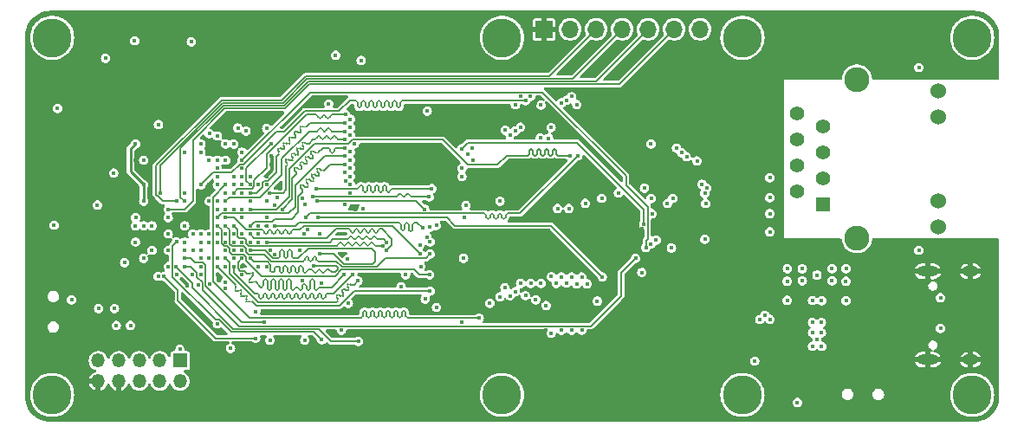
<source format=gbr>
%TF.GenerationSoftware,KiCad,Pcbnew,7.0.7*%
%TF.CreationDate,2024-03-25T22:35:59+08:00*%
%TF.ProjectId,eins2440,65696e73-3234-4343-902e-6b696361645f,rev?*%
%TF.SameCoordinates,Original*%
%TF.FileFunction,Copper,L3,Inr*%
%TF.FilePolarity,Positive*%
%FSLAX46Y46*%
G04 Gerber Fmt 4.6, Leading zero omitted, Abs format (unit mm)*
G04 Created by KiCad (PCBNEW 7.0.7) date 2024-03-25 22:35:59*
%MOMM*%
%LPD*%
G01*
G04 APERTURE LIST*
%TA.AperFunction,ComponentPad*%
%ADD10R,1.398000X1.398000*%
%TD*%
%TA.AperFunction,ComponentPad*%
%ADD11C,1.398000*%
%TD*%
%TA.AperFunction,ComponentPad*%
%ADD12C,1.530000*%
%TD*%
%TA.AperFunction,ComponentPad*%
%ADD13C,2.445000*%
%TD*%
%TA.AperFunction,ComponentPad*%
%ADD14C,3.800000*%
%TD*%
%TA.AperFunction,ComponentPad*%
%ADD15R,1.350000X1.350000*%
%TD*%
%TA.AperFunction,ComponentPad*%
%ADD16O,1.350000X1.350000*%
%TD*%
%TA.AperFunction,ComponentPad*%
%ADD17O,2.100000X1.000000*%
%TD*%
%TA.AperFunction,ComponentPad*%
%ADD18O,1.600000X1.000000*%
%TD*%
%TA.AperFunction,ComponentPad*%
%ADD19R,1.700000X1.700000*%
%TD*%
%TA.AperFunction,ComponentPad*%
%ADD20O,1.700000X1.700000*%
%TD*%
%TA.AperFunction,ViaPad*%
%ADD21C,0.406400*%
%TD*%
%TA.AperFunction,Conductor*%
%ADD22C,0.127000*%
%TD*%
%TA.AperFunction,Conductor*%
%ADD23C,0.254000*%
%TD*%
G04 APERTURE END LIST*
D10*
%TO.N,/ethernet/TD+*%
%TO.C,J3*%
X179740000Y-96609000D03*
D11*
%TO.N,/ethernet/TD-*%
X177200000Y-95339000D03*
%TO.N,/ethernet/RD+*%
X179740000Y-94069000D03*
%TO.N,/ethernet/AVDD_2.5V*%
X177200000Y-92799000D03*
X179740000Y-91529000D03*
%TO.N,/ethernet/RD-*%
X177200000Y-90259000D03*
%TO.N,unconnected-(J3-NC-Pad7)*%
X179740000Y-88989000D03*
%TO.N,GND*%
X177200000Y-87719000D03*
D12*
%TO.N,Net-(J3-Pad9)*%
X190990000Y-98784000D03*
%TO.N,/ethernet/G_LED*%
X190990000Y-96244000D03*
%TO.N,/ethernet/Y_LED*%
X190990000Y-88074000D03*
%TO.N,Net-(J3-Pad12)*%
X190990000Y-85534000D03*
D13*
%TO.N,unconnected-(J3-SHIELD-Pad15)*%
X183040000Y-99904000D03*
%TO.N,unconnected-(J3-SHIELD-Pad16)*%
X183040000Y-84414000D03*
%TD*%
D14*
%TO.N,N/C*%
%TO.C,H7*%
X148340000Y-115240000D03*
%TD*%
%TO.N,N/C*%
%TO.C,H6*%
X171850000Y-80320000D03*
%TD*%
%TO.N,N/C*%
%TO.C,H1*%
X104380000Y-80320000D03*
%TD*%
%TO.N,N/C*%
%TO.C,H4*%
X194300000Y-80320000D03*
%TD*%
D15*
%TO.N,+3.3V*%
%TO.C,J1*%
X116890000Y-111890000D03*
D16*
X116890000Y-113890000D03*
%TO.N,nTRST*%
X114890000Y-111890000D03*
%TO.N,nRESET*%
X114890000Y-113890000D03*
%TO.N,TDI*%
X112890000Y-111890000D03*
%TO.N,TDO*%
X112890000Y-113890000D03*
%TO.N,TMS*%
X110890000Y-111890000D03*
%TO.N,GND*%
X110890000Y-113890000D03*
%TO.N,TCK*%
X108890000Y-111890000D03*
%TO.N,GND*%
X108890000Y-113890000D03*
%TD*%
D14*
%TO.N,N/C*%
%TO.C,H5*%
X148340000Y-80320000D03*
%TD*%
D17*
%TO.N,GND*%
%TO.C,J5*%
X189965000Y-111800000D03*
D18*
X194145000Y-111800000D03*
D17*
X189965000Y-103160000D03*
D18*
X194145000Y-103160000D03*
%TD*%
D14*
%TO.N,N/C*%
%TO.C,H3*%
X194300000Y-115240000D03*
%TD*%
%TO.N,N/C*%
%TO.C,H8*%
X171850000Y-115240000D03*
%TD*%
D19*
%TO.N,GND*%
%TO.C,J2*%
X152480000Y-79500000D03*
D20*
%TO.N,+3.3V*%
X155020000Y-79500000D03*
%TO.N,LCD_SCL*%
X157560000Y-79500000D03*
%TO.N,LCD_SDA*%
X160100000Y-79500000D03*
%TO.N,LCD_RES*%
X162640000Y-79500000D03*
%TO.N,LCD_DC*%
X165180000Y-79500000D03*
%TO.N,+3.3V*%
X167720000Y-79500000D03*
%TD*%
D14*
%TO.N,N/C*%
%TO.C,H2*%
X104380000Y-115240000D03*
%TD*%
D21*
%TO.N,LCD_DC*%
X115740000Y-97090000D03*
%TO.N,+3.3V*%
X120530000Y-108290000D03*
X179130000Y-103520000D03*
X123331850Y-89446299D03*
X118131850Y-99496300D03*
X177220000Y-115970000D03*
X113331851Y-92296300D03*
X125680000Y-109900000D03*
X104580000Y-98650000D03*
X144450000Y-108119999D03*
X176230000Y-104110000D03*
X179590000Y-110500000D03*
X189080000Y-101100000D03*
X125721850Y-101066299D03*
X113331850Y-98696299D03*
X112051850Y-108456299D03*
X144686850Y-97882599D03*
X130661850Y-104276299D03*
X114131850Y-101096299D03*
X162901850Y-90713099D03*
X177700000Y-102910000D03*
X119740000Y-89690000D03*
X179570000Y-109170000D03*
X176240000Y-102900000D03*
X163003200Y-97523799D03*
X111461850Y-102296299D03*
X189080000Y-83230000D03*
X119731850Y-99496300D03*
X176230000Y-105980000D03*
X117330000Y-95500000D03*
X124531849Y-102696299D03*
X177700000Y-104080000D03*
X114780000Y-88800000D03*
X181970000Y-102890000D03*
X174550000Y-107850000D03*
X141947950Y-106682399D03*
X141288534Y-98847420D03*
X131420000Y-86810000D03*
X180610000Y-104090000D03*
X124531849Y-94696300D03*
X110475238Y-106799687D03*
X173045000Y-111935000D03*
X106280000Y-105950000D03*
X108921850Y-106786299D03*
X129080000Y-109900000D03*
X121325050Y-104195744D03*
X117990000Y-80720000D03*
X178690000Y-106010000D03*
X109600000Y-82320000D03*
X157651850Y-106056299D03*
X121820000Y-110690000D03*
X181960000Y-104120000D03*
X130571850Y-99502599D03*
X179130000Y-109820000D03*
X178690000Y-108160000D03*
X104920000Y-87250000D03*
X132090000Y-82040000D03*
X178700000Y-110490000D03*
X181970000Y-106020000D03*
X118931850Y-90696301D03*
X126111850Y-96696299D03*
X178690000Y-109170000D03*
X132661850Y-108907399D03*
X116890000Y-110790000D03*
X112450000Y-80610000D03*
X180610000Y-102910000D03*
X144591850Y-101881799D03*
X124531849Y-99496300D03*
X133271850Y-101936299D03*
X152661850Y-106506299D03*
X110396850Y-93546299D03*
X179580000Y-106020000D03*
X155664320Y-86846299D03*
X152151660Y-86906299D03*
X108800000Y-96680000D03*
X141041850Y-87486299D03*
X164911850Y-100883199D03*
X179570000Y-108160000D03*
%TO.N,GND*%
X144191850Y-106686299D03*
X188870000Y-116570000D03*
X108846850Y-93546299D03*
X125331849Y-98696300D03*
X151651661Y-86686110D03*
X109610000Y-83880000D03*
X141761850Y-104276299D03*
X168530000Y-101950000D03*
X176370000Y-108160000D03*
X172975000Y-101840000D03*
X173550000Y-103440000D03*
X126111850Y-101496299D03*
X119731850Y-94696299D03*
X132062516Y-86818221D03*
X112531851Y-103496299D03*
X122931850Y-102696299D03*
X176820000Y-109800000D03*
X162000000Y-99023799D03*
X137220000Y-114555000D03*
X165835000Y-97890000D03*
X113331851Y-100296300D03*
X120531850Y-103496299D03*
X125781850Y-92696299D03*
X177280000Y-108160000D03*
X110890000Y-115150000D03*
X125331849Y-93896300D03*
X151390000Y-94570000D03*
X120180000Y-80700000D03*
X107941850Y-100231299D03*
X130750000Y-114565000D03*
X183970000Y-108420000D03*
X116531850Y-99496300D03*
X132861850Y-101474899D03*
X188540000Y-104430000D03*
X113331851Y-90696301D03*
X176370000Y-110480000D03*
X188460000Y-103160000D03*
X172990000Y-91510000D03*
X160830000Y-89720000D03*
X125000000Y-84610000D03*
X112630000Y-108450000D03*
X167490000Y-89720000D03*
X161830000Y-104380000D03*
X150140000Y-95820000D03*
X170700000Y-97997099D03*
X112531851Y-97096300D03*
X169260000Y-105910000D03*
X121331850Y-91496301D03*
X144171850Y-99476299D03*
X156620000Y-111160000D03*
X124280000Y-114565000D03*
X133311850Y-107069499D03*
X125781850Y-91906299D03*
X152661850Y-108906899D03*
X147650653Y-106726299D03*
X175611000Y-87719000D03*
X118932350Y-98690000D03*
X166410000Y-100883699D03*
X123955000Y-89575000D03*
X166909349Y-91749349D03*
X176370000Y-109180000D03*
X164221850Y-100883199D03*
X112531851Y-95496300D03*
X141821850Y-87486299D03*
X119730000Y-90700000D03*
X114430000Y-86550000D03*
X112450000Y-85450000D03*
X114131851Y-101896299D03*
X115731850Y-90696301D03*
X161351850Y-90713099D03*
X134021850Y-97092599D03*
X177270000Y-110480000D03*
X188470000Y-110830000D03*
X131691850Y-109176299D03*
X171490000Y-110160000D03*
X177270000Y-109180000D03*
X158710000Y-86190000D03*
X117591850Y-104596299D03*
X172780000Y-89720000D03*
X157151850Y-106516299D03*
X152662040Y-89580014D03*
X124531849Y-100296300D03*
X107941850Y-104271299D03*
X126611850Y-95096299D03*
X132730140Y-99499999D03*
X107940000Y-102190000D03*
X112531851Y-92296300D03*
X143680000Y-114535000D03*
X119791850Y-108296299D03*
%TO.N,nRESET*%
X162020000Y-103260000D03*
X152100000Y-90130000D03*
X118931850Y-102696299D03*
X134590000Y-82536300D03*
%TO.N,Net-(U1D-NCON)*%
X114131850Y-98696299D03*
%TO.N,RXD0*%
X117331850Y-101096299D03*
X173550000Y-107880000D03*
%TO.N,TXD0*%
X174050000Y-107480000D03*
X117331850Y-100296300D03*
%TO.N,Net-(U1B-MPLLCAP)*%
X115731850Y-101096299D03*
X114761850Y-103646299D03*
%TO.N,/soc/XTIpll*%
X119790000Y-104443499D03*
X120531850Y-101896299D03*
%TO.N,/soc/XTOpll*%
X118691850Y-104506299D03*
X119731850Y-101896299D03*
%TO.N,nTRST*%
X118931850Y-101896299D03*
%TO.N,TDI*%
X116552325Y-103496774D03*
%TO.N,TCK*%
X118931850Y-100296300D03*
%TO.N,TMS*%
X118141850Y-101096299D03*
%TO.N,TDO*%
X118125675Y-103486299D03*
%TO.N,nSRAS*%
X133031850Y-94287199D03*
%TO.N,nSCAS*%
X133521850Y-95472599D03*
%TO.N,nGCS6*%
X133026850Y-93486299D03*
%TO.N,SCKE*%
X133521850Y-94680899D03*
%TO.N,SCLK1*%
X130211850Y-95075099D03*
X141481850Y-95076299D03*
%TO.N,VDD_1.3V*%
X113331851Y-94696300D03*
X113331851Y-96296300D03*
X124531849Y-98696300D03*
X125331850Y-97889999D03*
X121331850Y-90696301D03*
X112531851Y-98696300D03*
X125331849Y-102696299D03*
X115731850Y-102696299D03*
X118931850Y-103496299D03*
X115731850Y-97906299D03*
X121331850Y-102696299D03*
X125331849Y-94696300D03*
X118931850Y-91496301D03*
X115731850Y-99496299D03*
X119731850Y-92286299D03*
X125355000Y-89190000D03*
X112531851Y-90696301D03*
X117331850Y-91496301D03*
%TO.N,FRnB*%
X149661850Y-86876299D03*
X120531850Y-93896299D03*
%TO.N,LCD_SCL*%
X116530000Y-96290000D03*
%TO.N,Net-(U1B-nSCAS)*%
X122931850Y-94696300D03*
%TO.N,Net-(U1B-nSRAS)*%
X123731850Y-94696300D03*
X125759618Y-90646299D03*
%TO.N,Net-(U1B-nWAIT)*%
X121336850Y-92296299D03*
%TO.N,Net-(U1B-nBATT_FLT)*%
X118931850Y-101096299D03*
%TO.N,Net-(U1G-nGCS6)*%
X122931850Y-91496301D03*
%TO.N,Net-(U1B-OM0)*%
X113331851Y-101896299D03*
X110655000Y-108450000D03*
%TO.N,LCD_SDA*%
X114930000Y-95490000D03*
%TO.N,LCD_RES*%
X117330000Y-96290000D03*
%TO.N,Net-(U1C-PWREN)*%
X118931850Y-99496300D03*
%TO.N,EINT4*%
X116519250Y-102706299D03*
X134305000Y-110000000D03*
%TO.N,Net-(U1B-EINT21{slash}GPG13)*%
X112541850Y-97906299D03*
%TO.N,Net-(U1B-EINT22{slash}GPG14)*%
X117331850Y-98696300D03*
%TO.N,Net-(U1B-EINT23{slash}GPG15)*%
X112531851Y-100296300D03*
%TO.N,EINT1*%
X125130000Y-108119999D03*
X117331850Y-101896299D03*
%TO.N,EINT2*%
X130730000Y-109860000D03*
X116530000Y-100283700D03*
%TO.N,EINT0*%
X115330686Y-103650000D03*
X124280000Y-109695000D03*
%TO.N,nWE*%
X144820000Y-96699999D03*
X122131850Y-94696300D03*
X153151850Y-89096299D03*
X133001850Y-96653699D03*
%TO.N,nOE*%
X148150779Y-105636299D03*
X148151850Y-96306299D03*
X123731850Y-93896300D03*
X128871850Y-96006299D03*
%TO.N,nGCS4*%
X122931850Y-92296300D03*
X162411850Y-100831299D03*
%TO.N,nGCS0*%
X120531850Y-94706299D03*
X147161850Y-106286299D03*
%TO.N,nFWE*%
X155163940Y-86068389D03*
X120541850Y-89916299D03*
%TO.N,nFRE*%
X122131850Y-90696301D03*
X150153282Y-86068899D03*
%TO.N,nFCE*%
X151141850Y-86046299D03*
X120531850Y-92296299D03*
%TO.N,nBE3*%
X122131850Y-93896300D03*
X129875550Y-95871299D03*
X141231850Y-95866299D03*
%TO.N,nBE2*%
X134761850Y-97041799D03*
X122931850Y-93896300D03*
X129088150Y-96606299D03*
%TO.N,nBE0*%
X130316870Y-96259999D03*
X140791850Y-97081199D03*
X122931850Y-93096300D03*
%TO.N,EINT7*%
X117331850Y-102696299D03*
X161400000Y-101900000D03*
%TO.N,DATA9*%
X154885799Y-97022747D03*
X150168676Y-104327393D03*
%TO.N,DATA8*%
X122931850Y-100296300D03*
X153775272Y-97019721D03*
X149151031Y-105546299D03*
X128591850Y-101106299D03*
%TO.N,DATA7*%
X140571850Y-98916299D03*
X156150000Y-108906899D03*
X126131850Y-98703099D03*
X165051850Y-96026299D03*
X156151850Y-103696299D03*
%TO.N,DATA6*%
X155152543Y-108906899D03*
X141321850Y-100286299D03*
X123731850Y-100296300D03*
X155151850Y-103696299D03*
X168170000Y-95523798D03*
%TO.N,DATA5*%
X154151850Y-103696299D03*
X121331850Y-98696300D03*
X154152291Y-108906899D03*
X168370000Y-95023799D03*
X141321850Y-101476299D03*
%TO.N,DATA4*%
X153150000Y-109190000D03*
X140341850Y-101426299D03*
X167911850Y-94630099D03*
X121331850Y-97896300D03*
X153161850Y-103681299D03*
%TO.N,DATA31*%
X138487042Y-104653691D03*
X121331850Y-100296300D03*
%TO.N,DATA30*%
X119731850Y-100296300D03*
X140851850Y-105882299D03*
%TO.N,DATA3*%
X137081850Y-100296299D03*
X167409351Y-92356299D03*
X125331849Y-100296300D03*
X151651661Y-105937399D03*
%TO.N,DATA29*%
X120531850Y-102696299D03*
X141311850Y-105082199D03*
%TO.N,DATA28*%
X141274538Y-103481999D03*
X120531850Y-98696300D03*
%TO.N,DATA27*%
X140401850Y-102681899D03*
X121331850Y-99496300D03*
%TO.N,DATA26*%
X121331850Y-101096299D03*
X140331850Y-100576299D03*
X128985550Y-99502599D03*
%TO.N,DATA25*%
X141025034Y-99836136D03*
X120531850Y-99496300D03*
X129341850Y-99103499D03*
%TO.N,DATA24*%
X141921850Y-98683700D03*
X122931850Y-103496299D03*
%TO.N,DATA23*%
X120531850Y-100296300D03*
%TO.N,DATA22*%
X134263070Y-104098649D03*
X121331850Y-101896299D03*
%TO.N,DATA21*%
X133751850Y-103476299D03*
X122131850Y-102696299D03*
%TO.N,DATA20*%
X133331850Y-106275999D03*
X122131850Y-99496300D03*
X121321850Y-104796299D03*
%TO.N,DATA2*%
X166409350Y-91962599D03*
X122131850Y-98696300D03*
X150651409Y-105543699D03*
X136691850Y-100686299D03*
%TO.N,DATA19*%
X122131850Y-100296300D03*
%TO.N,DATA18*%
X122131850Y-101096299D03*
%TO.N,DATA17*%
X122131850Y-101896299D03*
%TO.N,DATA16*%
X124291850Y-107076299D03*
%TO.N,DATA15*%
X164520000Y-96520000D03*
X156661850Y-104366299D03*
%TO.N,DATA14*%
X122931850Y-101096299D03*
X128811850Y-104026299D03*
X162920000Y-96030000D03*
X155652669Y-104386299D03*
%TO.N,DATA13*%
X162275615Y-95031685D03*
X123731850Y-101896299D03*
X129981850Y-102586299D03*
X154652417Y-104320000D03*
%TO.N,DATA12*%
X153660000Y-104330000D03*
X159736209Y-95513009D03*
X132898413Y-103481999D03*
X122931850Y-101896299D03*
%TO.N,DATA11*%
X130501850Y-101475399D03*
X123731850Y-101096299D03*
X152150000Y-104330000D03*
X158111850Y-96023800D03*
%TO.N,DATA10*%
X156505075Y-96517023D03*
X151151535Y-104336299D03*
%TO.N,DATA1*%
X165909351Y-91568899D03*
X149651157Y-105149999D03*
X137091850Y-101106299D03*
X123731850Y-99496300D03*
%TO.N,DATA0*%
X122931850Y-99496300D03*
X138931850Y-103503099D03*
X148631850Y-104736299D03*
X165411850Y-91106299D03*
%TO.N,CLE*%
X120531850Y-93086299D03*
X154163180Y-86666299D03*
%TO.N,ALE*%
X122535074Y-89129523D03*
X154663560Y-86426299D03*
%TO.N,ADDR9*%
X133931850Y-90680399D03*
X145420000Y-91150000D03*
X125341850Y-96296300D03*
%TO.N,ADDR8*%
X120531850Y-96296300D03*
X149651157Y-89431299D03*
X133521850Y-89872599D03*
%TO.N,ADDR7*%
X133521850Y-89080199D03*
X122931850Y-95496300D03*
X149151031Y-89831299D03*
%TO.N,ADDR6*%
X148661850Y-89366299D03*
X121331850Y-95496299D03*
X133521850Y-88280099D03*
%TO.N,ADDR5*%
X133031850Y-87839161D03*
X122131850Y-95496299D03*
%TO.N,ADDR4*%
X133021850Y-88686499D03*
X123731850Y-95496300D03*
%TO.N,ADDR3*%
X133021850Y-89475183D03*
X121331850Y-96296300D03*
%TO.N,ADDR25*%
X120531850Y-97896300D03*
X133021850Y-91886299D03*
%TO.N,ADDR24*%
X123731850Y-98696300D03*
X133021850Y-92679999D03*
%TO.N,ADDR20*%
X152892541Y-90136990D03*
X122931850Y-97896300D03*
%TO.N,ADDR2*%
X125661850Y-95486299D03*
X162200000Y-98523800D03*
X133021850Y-90266299D03*
X144436850Y-91156299D03*
%TO.N,ADDR19*%
X150648150Y-86462599D03*
X118931850Y-94696299D03*
%TO.N,ADDR18*%
X150159452Y-89045597D03*
X121331850Y-97096300D03*
%TO.N,ADDR17*%
X120531850Y-97096300D03*
X130361850Y-97896800D03*
X158151850Y-103696299D03*
%TO.N,ADDR16*%
X129211850Y-97886299D03*
X122931850Y-97096300D03*
X155762574Y-91857023D03*
%TO.N,ADDR15*%
X123731850Y-97096300D03*
X154999762Y-91846299D03*
%TO.N,ADDR14*%
X144436850Y-93880799D03*
X122131850Y-97096300D03*
X133521850Y-93880799D03*
%TO.N,ADDR13*%
X119731850Y-96296300D03*
X133521850Y-93079999D03*
X144436850Y-93080699D03*
%TO.N,ADDR12*%
X126898650Y-97083099D03*
X133021850Y-91086299D03*
%TO.N,ADDR11*%
X123731850Y-96296300D03*
X145491850Y-92296299D03*
X133521850Y-92286299D03*
%TO.N,ADDR10*%
X126381850Y-95896299D03*
X133521850Y-91480499D03*
X145036850Y-91681299D03*
%TO.N,ADDR1*%
X146120000Y-107726299D03*
X121341850Y-94706299D03*
%TO.N,/ethernet/AVDD_2.5V*%
X168270000Y-96530000D03*
X168170000Y-100020000D03*
%TO.N,/ethernet/G_LED*%
X162911850Y-100486299D03*
%TO.N,/ethernet/Y_LED*%
X163411850Y-100096799D03*
%TO.N,Net-(J5-CC1)*%
X191210000Y-108730000D03*
%TO.N,Net-(J5-CC2)*%
X191200000Y-105730000D03*
%TO.N,Net-(C32-Pad2)*%
X174530000Y-95970000D03*
X174535000Y-94020000D03*
%TO.N,Net-(C31-Pad2)*%
X174535000Y-97510000D03*
X174535000Y-99290000D03*
%TD*%
D22*
%TO.N,LCD_DC*%
X127151210Y-87188000D02*
X129489210Y-84850000D01*
X159830000Y-84850000D02*
X165180000Y-79500000D01*
X118130000Y-90309210D02*
X121251210Y-87188000D01*
X121251210Y-87188000D02*
X127151210Y-87188000D01*
X129489210Y-84850000D02*
X159830000Y-84850000D01*
X118130000Y-96300000D02*
X118130000Y-90309210D01*
X117340000Y-97090000D02*
X118130000Y-96300000D01*
X115740000Y-97090000D02*
X117340000Y-97090000D01*
%TO.N,SCLK1*%
X136474161Y-95408222D02*
X136521539Y-95408222D01*
X130212350Y-95074599D02*
X134211850Y-95074599D01*
X137640850Y-95074599D02*
X141480150Y-95074599D01*
X137613425Y-95074599D02*
X137640850Y-95074599D01*
X137069350Y-95074599D02*
X137069350Y-95237674D01*
X135545350Y-95074599D02*
X135545350Y-95241411D01*
X134783350Y-94911532D02*
X134783350Y-95074599D01*
X135164350Y-95241411D02*
X135164350Y-95074599D01*
X134783350Y-95074599D02*
X134783350Y-95241411D01*
X136307350Y-94907787D02*
X136307350Y-95074599D01*
X136093161Y-94740976D02*
X136140539Y-94740976D01*
X136688350Y-95241411D02*
X136688350Y-95074599D01*
X136688350Y-95074599D02*
X136688350Y-94907780D01*
X135926350Y-95074599D02*
X135926350Y-94907787D01*
X137069350Y-94907780D02*
X137069350Y-95074599D01*
X136855169Y-94740961D02*
X136902531Y-94740961D01*
X136307350Y-95074599D02*
X136307350Y-95241411D01*
X135926350Y-95241411D02*
X135926350Y-95074599D01*
X135712161Y-95408222D02*
X135759539Y-95408222D01*
X130211850Y-95075099D02*
X130212350Y-95074599D01*
X137232425Y-95400749D02*
X137287275Y-95400749D01*
X134537984Y-94748465D02*
X134620283Y-94748465D01*
X135331161Y-94740976D02*
X135378539Y-94740976D01*
X141480150Y-95074599D02*
X141481850Y-95076299D01*
X135545350Y-94907787D02*
X135545350Y-95074599D01*
X135164350Y-95074599D02*
X135164350Y-94907787D01*
X134950161Y-95408222D02*
X134997539Y-95408222D01*
X134783378Y-95241411D02*
G75*
G03*
X134950161Y-95408222I166822J11D01*
G01*
X135545324Y-94907787D02*
G75*
G03*
X135378539Y-94740976I-166824J-13D01*
G01*
X134783335Y-94911532D02*
G75*
G03*
X134620283Y-94748465I-163035J32D01*
G01*
X137613425Y-95074650D02*
G75*
G03*
X137450350Y-95237674I-25J-163050D01*
G01*
X135545378Y-95241411D02*
G75*
G03*
X135712161Y-95408222I166822J11D01*
G01*
X137069339Y-94907780D02*
G75*
G03*
X136902531Y-94740961I-166839J-20D01*
G01*
X136521539Y-95408250D02*
G75*
G03*
X136688350Y-95241411I-39J166850D01*
G01*
X136307378Y-95241411D02*
G75*
G03*
X136474161Y-95408222I166822J11D01*
G01*
X136855169Y-94740950D02*
G75*
G03*
X136688350Y-94907780I31J-166850D01*
G01*
X134537984Y-94748417D02*
G75*
G03*
X134374917Y-94911532I16J-163083D01*
G01*
X137069351Y-95237674D02*
G75*
G03*
X137232425Y-95400749I163049J-26D01*
G01*
X135759539Y-95408250D02*
G75*
G03*
X135926350Y-95241411I-39J166850D01*
G01*
X135331161Y-94740950D02*
G75*
G03*
X135164350Y-94907787I39J-166850D01*
G01*
X134997539Y-95408250D02*
G75*
G03*
X135164350Y-95241411I-39J166850D01*
G01*
X137287275Y-95400750D02*
G75*
G03*
X137450350Y-95237674I25J163050D01*
G01*
X136307324Y-94907787D02*
G75*
G03*
X136140539Y-94740976I-166824J-13D01*
G01*
X134211850Y-95074617D02*
G75*
G03*
X134374917Y-94911532I-50J163117D01*
G01*
X136093161Y-94740950D02*
G75*
G03*
X135926350Y-94907787I39J-166850D01*
G01*
D23*
%TO.N,VDD_1.3V*%
X112050000Y-91178152D02*
X112531851Y-90696301D01*
X113331851Y-94696300D02*
X112050000Y-93414449D01*
X112050000Y-93414449D02*
X112050000Y-91178152D01*
X113331851Y-96296300D02*
X113331851Y-94696300D01*
D22*
%TO.N,LCD_SCL*%
X116530000Y-96290000D02*
X115170000Y-96290000D01*
X120935580Y-86426000D02*
X126835580Y-86426000D01*
X114766924Y-95883700D02*
X114536300Y-95653076D01*
X114766924Y-95886924D02*
X114766924Y-95883700D01*
X115170000Y-96290000D02*
X114766924Y-95886924D01*
X152981700Y-84078300D02*
X157560000Y-79500000D01*
X114536300Y-95653076D02*
X114536300Y-92825280D01*
X114536300Y-92825280D02*
X120935580Y-86426000D01*
X129183280Y-84078300D02*
X152981700Y-84078300D01*
X126835580Y-86426000D02*
X129183280Y-84078300D01*
%TO.N,Net-(U1B-nSRAS)*%
X123338150Y-94302600D02*
X123731850Y-94696300D01*
X123338150Y-93067767D02*
X123338150Y-94302600D01*
X125759618Y-90646299D02*
X123338150Y-93067767D01*
%TO.N,LCD_SDA*%
X155267700Y-84332300D02*
X129288490Y-84332300D01*
X129288490Y-84332300D02*
X126940790Y-86680000D01*
X114930000Y-92790790D02*
X114930000Y-95490000D01*
X160100000Y-79500000D02*
X155267700Y-84332300D01*
X126940790Y-86680000D02*
X121040790Y-86680000D01*
X121040790Y-86680000D02*
X114930000Y-92790790D01*
%TO.N,LCD_RES*%
X157553700Y-84586300D02*
X129393700Y-84586300D01*
X162640000Y-79500000D02*
X157553700Y-84586300D01*
X116936300Y-91143700D02*
X116936300Y-95896300D01*
X121146000Y-86934000D02*
X116936300Y-91143700D01*
X116936300Y-95896300D02*
X117330000Y-96290000D01*
X127046000Y-86934000D02*
X121146000Y-86934000D01*
X129393700Y-84586300D02*
X127046000Y-86934000D01*
%TO.N,EINT4*%
X134305000Y-110000000D02*
X131630000Y-110000000D01*
X130412599Y-108782599D02*
X122102599Y-108782599D01*
X131630000Y-110000000D02*
X130412599Y-108782599D01*
X118100000Y-104287049D02*
X116519250Y-102706299D01*
X122102599Y-108782599D02*
X118100000Y-104780000D01*
X118100000Y-104780000D02*
X118100000Y-104287049D01*
%TO.N,EINT1*%
X118349999Y-102289999D02*
X117956299Y-101896299D01*
X119380000Y-104590275D02*
X119380000Y-102575073D01*
X119094926Y-102289999D02*
X118349999Y-102289999D01*
X117956299Y-101896299D02*
X117331850Y-101896299D01*
X119380000Y-102575073D02*
X119094926Y-102289999D01*
X125130000Y-108119999D02*
X122909724Y-108119999D01*
X122909724Y-108119999D02*
X119380000Y-104590275D01*
%TO.N,EINT2*%
X120696300Y-107896300D02*
X120335075Y-107896300D01*
X116125550Y-100688150D02*
X116530000Y-100283700D01*
X129930000Y-109060000D02*
X121860000Y-109060000D01*
X121860000Y-109060000D02*
X120696300Y-107896300D01*
X130730000Y-109860000D02*
X129930000Y-109060000D01*
X116125550Y-103686775D02*
X116125550Y-100688150D01*
X120335075Y-107896300D02*
X116125550Y-103686775D01*
%TO.N,EINT0*%
X116670685Y-104989999D02*
X115330686Y-103650000D01*
X124280000Y-109695000D02*
X120365000Y-109695000D01*
X116670685Y-106000685D02*
X116670685Y-104989999D01*
X120365000Y-109695000D02*
X116670685Y-106000685D01*
%TO.N,nGCS4*%
X152312599Y-85652599D02*
X160480000Y-93820000D01*
X122931850Y-92296300D02*
X129575551Y-85652599D01*
X162411850Y-100148150D02*
X162411850Y-100831299D01*
X162593700Y-96833700D02*
X162593700Y-99966300D01*
X129575551Y-85652599D02*
X152312599Y-85652599D01*
X160480000Y-93820000D02*
X160480000Y-94720000D01*
X160480000Y-94720000D02*
X162593700Y-96833700D01*
X162593700Y-99966300D02*
X162411850Y-100148150D01*
%TO.N,nBE3*%
X138352600Y-95555548D02*
X138422850Y-95555548D01*
X139495600Y-95866299D02*
X139565850Y-95866299D01*
X139114600Y-95555548D02*
X139184850Y-95555548D01*
X138959225Y-95710924D02*
X138959225Y-95710923D01*
X138197225Y-95710924D02*
X138197225Y-95710923D01*
X129880550Y-95866299D02*
X138041850Y-95866299D01*
X138578225Y-95710923D02*
X138578225Y-95710924D01*
X139340225Y-95710923D02*
X139340225Y-95710924D01*
X129875550Y-95871299D02*
X129880550Y-95866299D01*
X139565850Y-95866299D02*
X141231850Y-95866299D01*
X138733600Y-95866299D02*
X138803850Y-95866299D01*
X139340252Y-95710923D02*
G75*
G03*
X139184850Y-95555548I-155352J23D01*
G01*
X138578252Y-95710923D02*
G75*
G03*
X138422850Y-95555548I-155352J23D01*
G01*
X139340201Y-95710924D02*
G75*
G03*
X139495600Y-95866299I155399J24D01*
G01*
X138352600Y-95555525D02*
G75*
G03*
X138197225Y-95710923I0J-155375D01*
G01*
X138041850Y-95866225D02*
G75*
G03*
X138197225Y-95710924I50J155325D01*
G01*
X139114600Y-95555525D02*
G75*
G03*
X138959225Y-95710923I0J-155375D01*
G01*
X138803850Y-95866225D02*
G75*
G03*
X138959225Y-95710924I50J155325D01*
G01*
X138578201Y-95710924D02*
G75*
G03*
X138733600Y-95866299I155399J24D01*
G01*
%TO.N,nBE0*%
X140791850Y-97081199D02*
X139970650Y-96259999D01*
X139970650Y-96259999D02*
X130316870Y-96259999D01*
%TO.N,EINT7*%
X122653699Y-108513699D02*
X157024450Y-108513699D01*
X119100000Y-104270000D02*
X119100000Y-104960000D01*
X118530000Y-103333848D02*
X118530000Y-103700000D01*
X159991850Y-105546299D02*
X159991850Y-103308150D01*
X117331850Y-102696299D02*
X117892451Y-102696299D01*
X118530000Y-103700000D02*
X119100000Y-104270000D01*
X117892451Y-102696299D02*
X118530000Y-103333848D01*
X159991850Y-103308150D02*
X161400000Y-101900000D01*
X157024450Y-108513699D02*
X159991850Y-105546299D01*
X119100000Y-104960000D02*
X122653699Y-108513699D01*
%TO.N,DATA7*%
X139795850Y-98366299D02*
X140021850Y-98366299D01*
X128461850Y-98366299D02*
X138271850Y-98366299D01*
X128125050Y-98703099D02*
X128461850Y-98366299D01*
X140021850Y-98366299D02*
X140571850Y-98916299D01*
X126131850Y-98703099D02*
X128125050Y-98703099D01*
X138462350Y-98556799D02*
X138462350Y-99013946D01*
X139224350Y-98556799D02*
X139224350Y-99113950D01*
X139605350Y-99113950D02*
X139605350Y-98556799D01*
X138843350Y-99013946D02*
X138843350Y-98556799D01*
X139033850Y-98366350D02*
G75*
G03*
X138843350Y-98556799I-50J-190450D01*
G01*
X139224350Y-99113950D02*
G75*
G03*
X139414850Y-99304450I190450J-50D01*
G01*
X138462254Y-99013946D02*
G75*
G03*
X138652850Y-99204446I190546J46D01*
G01*
X139414850Y-99304450D02*
G75*
G03*
X139605350Y-99113950I50J190450D01*
G01*
X139224401Y-98556799D02*
G75*
G03*
X139033850Y-98366299I-190501J-1D01*
G01*
X139795850Y-98366350D02*
G75*
G03*
X139605350Y-98556799I-50J-190450D01*
G01*
X138462401Y-98556799D02*
G75*
G03*
X138271850Y-98366299I-190501J-1D01*
G01*
X138652850Y-99204350D02*
G75*
G03*
X138843350Y-99013946I50J190450D01*
G01*
%TO.N,DATA5*%
X140928150Y-101869999D02*
X141321850Y-101476299D01*
X132701850Y-102726299D02*
X136111850Y-102726299D01*
X130856850Y-102186299D02*
X132161850Y-102186299D01*
X121731850Y-100466299D02*
X121961850Y-100696299D01*
X121331850Y-98696300D02*
X121731850Y-99096300D01*
X129854350Y-101995799D02*
X129854350Y-101886247D01*
X136968150Y-101869999D02*
X140928150Y-101869999D01*
X121961850Y-100696299D02*
X123121850Y-100696299D01*
X121731850Y-99096300D02*
X121731850Y-100466299D01*
X125821850Y-102186299D02*
X128901850Y-102186299D01*
X129092350Y-101995799D02*
X129092350Y-101886250D01*
X123331850Y-101256299D02*
X123565550Y-101489999D01*
X132161850Y-102186299D02*
X132701850Y-102726299D01*
X125125550Y-101489999D02*
X125821850Y-102186299D01*
X129473350Y-101886250D02*
X129473350Y-101995799D01*
X123121850Y-100696299D02*
X123331850Y-100906299D01*
X130235350Y-101886247D02*
X130235350Y-101995799D01*
X123565550Y-101489999D02*
X125125550Y-101489999D01*
X130425850Y-102186299D02*
X130856850Y-102186299D01*
X123331850Y-100906299D02*
X123331850Y-101256299D01*
X136111850Y-102726299D02*
X136968150Y-101869999D01*
X130235353Y-101886247D02*
G75*
G03*
X130044850Y-101695747I-190453J47D01*
G01*
X129473301Y-101995799D02*
G75*
G03*
X129663850Y-102186299I190499J-1D01*
G01*
X130235301Y-101995799D02*
G75*
G03*
X130425850Y-102186299I190499J-1D01*
G01*
X129282850Y-101695750D02*
G75*
G03*
X129092350Y-101886250I-50J-190450D01*
G01*
X128901850Y-102186250D02*
G75*
G03*
X129092350Y-101995799I50J190450D01*
G01*
X130044850Y-101695750D02*
G75*
G03*
X129854350Y-101886247I-50J-190450D01*
G01*
X129663850Y-102186250D02*
G75*
G03*
X129854350Y-101995799I50J190450D01*
G01*
X129473350Y-101886250D02*
G75*
G03*
X129282850Y-101695750I-190450J50D01*
G01*
%TO.N,DATA4*%
X127007350Y-99364847D02*
X127007350Y-99286799D01*
X125864350Y-99286799D02*
X125864350Y-99364847D01*
X127769350Y-99364847D02*
X127769350Y-99286799D01*
X122131851Y-97896300D02*
X123331850Y-99096299D01*
X128390850Y-99096299D02*
X128601850Y-99096299D01*
X121331850Y-97896300D02*
X122131851Y-97896300D01*
X125483350Y-99364847D02*
X125483350Y-99286799D01*
X126626350Y-99286799D02*
X126626350Y-99364847D01*
X123331850Y-99096299D02*
X124911850Y-99096299D01*
X137625850Y-98710299D02*
X140341850Y-101426299D01*
X127388350Y-99286799D02*
X127388350Y-99364847D01*
X125102350Y-99286799D02*
X125102350Y-99364847D01*
X128601850Y-99096299D02*
X128987850Y-98710299D01*
X126245350Y-99364847D02*
X126245350Y-99286799D01*
X127959850Y-99096299D02*
X128390850Y-99096299D01*
X128987850Y-98710299D02*
X137625850Y-98710299D01*
X127197850Y-99096350D02*
G75*
G03*
X127007350Y-99286799I-50J-190450D01*
G01*
X125102401Y-99286799D02*
G75*
G03*
X124911850Y-99096299I-190501J-1D01*
G01*
X127388253Y-99364847D02*
G75*
G03*
X127578850Y-99555347I190547J47D01*
G01*
X127959850Y-99096350D02*
G75*
G03*
X127769350Y-99286799I-50J-190450D01*
G01*
X125864401Y-99286799D02*
G75*
G03*
X125673850Y-99096299I-190501J-1D01*
G01*
X126435850Y-99096350D02*
G75*
G03*
X126245350Y-99286799I-50J-190450D01*
G01*
X126626401Y-99286799D02*
G75*
G03*
X126435850Y-99096299I-190501J-1D01*
G01*
X127578850Y-99555250D02*
G75*
G03*
X127769350Y-99364847I50J190450D01*
G01*
X125292850Y-99555250D02*
G75*
G03*
X125483350Y-99364847I50J190450D01*
G01*
X125673850Y-99096350D02*
G75*
G03*
X125483350Y-99286799I-50J-190450D01*
G01*
X126054850Y-99555250D02*
G75*
G03*
X126245350Y-99364847I50J190450D01*
G01*
X127388401Y-99286799D02*
G75*
G03*
X127197850Y-99096299I-190501J-1D01*
G01*
X126626253Y-99364847D02*
G75*
G03*
X126816850Y-99555347I190547J47D01*
G01*
X126816850Y-99555250D02*
G75*
G03*
X127007350Y-99364847I50J190450D01*
G01*
X125864253Y-99364847D02*
G75*
G03*
X126054850Y-99555347I190547J47D01*
G01*
X125102253Y-99364847D02*
G75*
G03*
X125292850Y-99555347I190547J47D01*
G01*
%TO.N,DATA3*%
X133549850Y-99708299D02*
X133622850Y-99708299D01*
X131841850Y-100016299D02*
X133241850Y-100016299D01*
X125331849Y-100296300D02*
X131561849Y-100296300D01*
X136289850Y-100016299D02*
X136801850Y-100016299D01*
X133930850Y-100016299D02*
X134003850Y-100016299D01*
X136801850Y-100016299D02*
X137081850Y-100296299D01*
X135073850Y-99708299D02*
X135146850Y-99708299D01*
X135835850Y-99708299D02*
X135908850Y-99708299D01*
X136216850Y-100016299D02*
X136289850Y-100016299D01*
X135454850Y-100016299D02*
X135527850Y-100016299D01*
X134692850Y-100016299D02*
X134765850Y-100016299D01*
X134311850Y-99708299D02*
X134384850Y-99708299D01*
X131561849Y-100296300D02*
X131841850Y-100016299D01*
X135835850Y-99708250D02*
G75*
G03*
X135681850Y-99862299I50J-154050D01*
G01*
X136062801Y-99862299D02*
G75*
G03*
X135908850Y-99708299I-154001J-1D01*
G01*
X133776901Y-99862299D02*
G75*
G03*
X133930850Y-100016299I153999J-1D01*
G01*
X133241850Y-100016350D02*
G75*
G03*
X133395850Y-99862299I-50J154050D01*
G01*
X133549850Y-99708250D02*
G75*
G03*
X133395850Y-99862299I50J-154050D01*
G01*
X135300901Y-99862299D02*
G75*
G03*
X135454850Y-100016299I153999J-1D01*
G01*
X134538801Y-99862299D02*
G75*
G03*
X134384850Y-99708299I-154001J-1D01*
G01*
X136062901Y-99862299D02*
G75*
G03*
X136216850Y-100016299I153999J-1D01*
G01*
X134311850Y-99708250D02*
G75*
G03*
X134157850Y-99862299I50J-154050D01*
G01*
X135073850Y-99708250D02*
G75*
G03*
X134919850Y-99862299I50J-154050D01*
G01*
X134765850Y-100016350D02*
G75*
G03*
X134919850Y-99862299I-50J154050D01*
G01*
X135527850Y-100016350D02*
G75*
G03*
X135681850Y-99862299I-50J154050D01*
G01*
X135300801Y-99862299D02*
G75*
G03*
X135146850Y-99708299I-154001J-1D01*
G01*
X134538901Y-99862299D02*
G75*
G03*
X134692850Y-100016299I153999J-1D01*
G01*
X133776801Y-99862299D02*
G75*
G03*
X133622850Y-99708299I-154001J-1D01*
G01*
X134003850Y-100016350D02*
G75*
G03*
X134157850Y-99862299I-50J154050D01*
G01*
%TO.N,DATA29*%
X122554818Y-105051552D02*
X122586256Y-105020113D01*
X123394480Y-105828336D02*
X123363071Y-105859744D01*
X123093648Y-105590351D02*
X123093648Y-105590352D01*
X122855665Y-105289521D02*
X122824241Y-105320944D01*
X123394479Y-105558928D02*
X123394480Y-105558929D01*
X122316849Y-104750706D02*
X122316850Y-104750706D01*
X123933293Y-106097742D02*
X123933294Y-106097743D01*
X120531850Y-102696299D02*
X122316850Y-104481299D01*
X123093648Y-105590352D02*
X123125071Y-105558928D01*
X122855664Y-105289521D02*
X122855665Y-105289521D01*
X123632478Y-106129152D02*
X123663886Y-106097743D01*
X122855664Y-105020113D02*
X122855665Y-105020114D01*
X122316850Y-104750706D02*
X122285411Y-104782144D01*
X132471850Y-106496299D02*
X133885950Y-105082199D01*
X122554818Y-105051551D02*
X122554818Y-105051552D01*
X123632478Y-106129151D02*
X123632478Y-106129152D01*
X124331850Y-106496299D02*
X132471850Y-106496299D01*
X123394479Y-105828336D02*
X123394480Y-105828336D01*
X123933294Y-106097743D02*
X124331850Y-106496299D01*
X123363070Y-106129151D02*
X123363071Y-106129152D01*
X133885950Y-105082199D02*
X141311850Y-105082199D01*
X122855663Y-105020114D02*
G75*
G03*
X122586257Y-105020114I-134703J-134704D01*
G01*
X122316847Y-104750704D02*
G75*
G03*
X122316850Y-104481299I-134747J134704D01*
G01*
X122285397Y-105051566D02*
G75*
G03*
X122554818Y-105051551I134703J134766D01*
G01*
X123933303Y-106097732D02*
G75*
G03*
X123663886Y-106097743I-134703J-134668D01*
G01*
X122855646Y-105289503D02*
G75*
G03*
X122855664Y-105020115I-134646J134703D01*
G01*
X123394446Y-105828303D02*
G75*
G03*
X123394479Y-105558930I-134646J134703D01*
G01*
X122824197Y-105590396D02*
G75*
G03*
X123093648Y-105590351I134703J134796D01*
G01*
X123394478Y-105558929D02*
G75*
G03*
X123125072Y-105558929I-134703J-134704D01*
G01*
X123363024Y-105859697D02*
G75*
G03*
X123363071Y-106129150I134776J-134703D01*
G01*
X123363097Y-106129126D02*
G75*
G03*
X123632478Y-106129151I134703J134726D01*
G01*
X122285363Y-104782096D02*
G75*
G03*
X122285411Y-105051552I134737J-134704D01*
G01*
X122824193Y-105320896D02*
G75*
G03*
X122824241Y-105590352I134707J-134704D01*
G01*
%TO.N,DATA28*%
X140237550Y-103481999D02*
X139751850Y-102996299D01*
X132681850Y-102996299D02*
X132061850Y-103616299D01*
X121961850Y-101489999D02*
X121738150Y-101266299D01*
X120931850Y-100453076D02*
X120931850Y-99096300D01*
X123338150Y-102102599D02*
X123338150Y-101745823D01*
X121738150Y-100945823D02*
X121494926Y-100702599D01*
X123338150Y-101745823D02*
X123082326Y-101489999D01*
X121494926Y-100702599D02*
X121181373Y-100702599D01*
X121738150Y-101266299D02*
X121738150Y-100945823D01*
X132061850Y-103616299D02*
X124851850Y-103616299D01*
X139751850Y-102996299D02*
X132681850Y-102996299D01*
X124851850Y-103616299D02*
X123338150Y-102102599D01*
X141274538Y-103481999D02*
X140237550Y-103481999D01*
X123082326Y-101489999D02*
X121961850Y-101489999D01*
X121181373Y-100702599D02*
X120931850Y-100453076D01*
X120931850Y-99096300D02*
X120531850Y-98696300D01*
%TO.N,DATA22*%
X124511850Y-106196299D02*
X132165420Y-106196299D01*
X133351270Y-105010453D02*
X133351269Y-105010451D01*
X133890086Y-104471634D02*
X134263070Y-104098649D01*
X133890088Y-104471636D02*
X133890086Y-104471637D01*
X132194918Y-105470550D02*
X132194918Y-105470551D01*
X133003155Y-104931746D02*
X133081862Y-105010453D01*
X132464326Y-105470551D02*
X132543045Y-105549270D01*
X132812453Y-105279859D02*
X132733747Y-105201153D01*
X133351269Y-104741044D02*
X133351270Y-104741042D01*
X133272501Y-104392868D02*
X133272503Y-104392867D01*
X132733747Y-104931745D02*
X132733747Y-104931746D01*
X121738150Y-103422599D02*
X124511850Y-106196299D01*
X132812452Y-105549268D02*
X132812452Y-105549267D01*
X133351270Y-104741042D02*
X133272502Y-104662274D01*
X133890086Y-104471637D02*
X133890086Y-104471634D01*
X121738150Y-102302599D02*
X121738150Y-103422599D01*
X132812452Y-105279861D02*
X132812453Y-105279859D01*
X132273636Y-105818676D02*
X132194918Y-105739958D01*
X133272502Y-104392866D02*
X133272501Y-104392868D01*
X133351269Y-105010451D02*
X133351269Y-105010450D01*
X132165420Y-106196299D02*
X132273635Y-106088084D01*
X133541911Y-104392867D02*
X133620680Y-104471636D01*
X132273635Y-105818678D02*
X132273636Y-105818676D01*
X132812453Y-105549270D02*
X132812452Y-105549268D01*
X121331850Y-101896299D02*
X121738150Y-102302599D01*
X133351222Y-105010403D02*
G75*
G03*
X133351269Y-104741044I-134622J134703D01*
G01*
X133620681Y-104471635D02*
G75*
G03*
X133890087Y-104471635I134703J134704D01*
G01*
X132464325Y-105470552D02*
G75*
G03*
X132194919Y-105470552I-134703J-134704D01*
G01*
X132194964Y-105470596D02*
G75*
G03*
X132194918Y-105739958I134636J-134704D01*
G01*
X133272533Y-104392897D02*
G75*
G03*
X133272503Y-104662273I134667J-134703D01*
G01*
X133081863Y-105010452D02*
G75*
G03*
X133351269Y-105010452I134703J134704D01*
G01*
X132273653Y-106088102D02*
G75*
G03*
X132273634Y-105818679I-134753J134702D01*
G01*
X133003154Y-104931747D02*
G75*
G03*
X132733748Y-104931747I-134703J-134704D01*
G01*
X132812488Y-105549303D02*
G75*
G03*
X132812452Y-105279861I-134688J134703D01*
G01*
X132543046Y-105549269D02*
G75*
G03*
X132812452Y-105549269I134703J134704D01*
G01*
X133541910Y-104392868D02*
G75*
G03*
X133272504Y-104392868I-134703J-134704D01*
G01*
X132733698Y-104931696D02*
G75*
G03*
X132733747Y-105201153I134802J-134704D01*
G01*
%TO.N,DATA21*%
X122131850Y-102696299D02*
X122131850Y-103286299D01*
X125765350Y-105692211D02*
X125765350Y-105506799D01*
X128813350Y-105692211D02*
X128813350Y-105506799D01*
X124161850Y-105316299D02*
X124431850Y-105316299D01*
X125003350Y-105692211D02*
X125003350Y-105506799D01*
X129194350Y-105506799D02*
X129194350Y-105692211D01*
X126908350Y-105506799D02*
X126908350Y-105692211D01*
X131099350Y-105692211D02*
X131099350Y-105506799D01*
X129575350Y-105692211D02*
X129575350Y-105506799D01*
X126527350Y-105692211D02*
X126527350Y-105506799D01*
X122131850Y-103286299D02*
X124161850Y-105316299D01*
X126146350Y-105506799D02*
X126146350Y-105692211D01*
X129956350Y-105506799D02*
X129956350Y-105692225D01*
X125384350Y-105506799D02*
X125384350Y-105692211D01*
X128051350Y-105692211D02*
X128051350Y-105506799D01*
X130337350Y-105692225D02*
X130337350Y-105506799D01*
X131545215Y-105316299D02*
X131911850Y-105316299D01*
X131911850Y-105316299D02*
X133751850Y-103476299D01*
X131289850Y-105316299D02*
X131545215Y-105316299D01*
X124622350Y-105506799D02*
X124622350Y-105692211D01*
X127670350Y-105506799D02*
X127670350Y-105692211D01*
X130718350Y-105506799D02*
X130718350Y-105692211D01*
X128432350Y-105506799D02*
X128432350Y-105692211D01*
X127289350Y-105692211D02*
X127289350Y-105506799D01*
X126146401Y-105506799D02*
G75*
G03*
X125955850Y-105316299I-190501J-1D01*
G01*
X128432289Y-105692211D02*
G75*
G03*
X128622850Y-105882711I190511J11D01*
G01*
X130718401Y-105506799D02*
G75*
G03*
X130527850Y-105316299I-190501J-1D01*
G01*
X130146850Y-105882650D02*
G75*
G03*
X130337350Y-105692225I50J190450D01*
G01*
X126717850Y-105316350D02*
G75*
G03*
X126527350Y-105506799I-50J-190450D01*
G01*
X127670401Y-105506799D02*
G75*
G03*
X127479850Y-105316299I-190501J-1D01*
G01*
X130908850Y-105882650D02*
G75*
G03*
X131099350Y-105692211I50J190450D01*
G01*
X128241850Y-105316350D02*
G75*
G03*
X128051350Y-105506799I-50J-190450D01*
G01*
X127479850Y-105316350D02*
G75*
G03*
X127289350Y-105506799I-50J-190450D01*
G01*
X129003850Y-105316350D02*
G75*
G03*
X128813350Y-105506799I-50J-190450D01*
G01*
X125955850Y-105316350D02*
G75*
G03*
X125765350Y-105506799I-50J-190450D01*
G01*
X127098850Y-105882650D02*
G75*
G03*
X127289350Y-105692211I50J190450D01*
G01*
X130718289Y-105692211D02*
G75*
G03*
X130908850Y-105882711I190511J11D01*
G01*
X128622850Y-105882650D02*
G75*
G03*
X128813350Y-105692211I50J190450D01*
G01*
X131289850Y-105316350D02*
G75*
G03*
X131099350Y-105506799I-50J-190450D01*
G01*
X126908401Y-105506799D02*
G75*
G03*
X126717850Y-105316299I-190501J-1D01*
G01*
X129956275Y-105692225D02*
G75*
G03*
X130146850Y-105882725I190525J25D01*
G01*
X126336850Y-105882650D02*
G75*
G03*
X126527350Y-105692211I50J190450D01*
G01*
X124622289Y-105692211D02*
G75*
G03*
X124812850Y-105882711I190511J11D01*
G01*
X125384401Y-105506799D02*
G75*
G03*
X125193850Y-105316299I-190501J-1D01*
G01*
X129956401Y-105506799D02*
G75*
G03*
X129765850Y-105316299I-190501J-1D01*
G01*
X127670289Y-105692211D02*
G75*
G03*
X127860850Y-105882711I190511J11D01*
G01*
X130527850Y-105316350D02*
G75*
G03*
X130337350Y-105506799I-50J-190450D01*
G01*
X128432401Y-105506799D02*
G75*
G03*
X128241850Y-105316299I-190501J-1D01*
G01*
X129384850Y-105882650D02*
G75*
G03*
X129575350Y-105692211I50J190450D01*
G01*
X125193850Y-105316350D02*
G75*
G03*
X125003350Y-105506799I-50J-190450D01*
G01*
X127860850Y-105882650D02*
G75*
G03*
X128051350Y-105692211I50J190450D01*
G01*
X126146289Y-105692211D02*
G75*
G03*
X126336850Y-105882711I190511J11D01*
G01*
X125384289Y-105692211D02*
G75*
G03*
X125574850Y-105882711I190511J11D01*
G01*
X129765850Y-105316350D02*
G75*
G03*
X129575350Y-105506799I-50J-190450D01*
G01*
X125574850Y-105882650D02*
G75*
G03*
X125765350Y-105692211I50J190450D01*
G01*
X129194401Y-105506799D02*
G75*
G03*
X129003850Y-105316299I-190501J-1D01*
G01*
X126908289Y-105692211D02*
G75*
G03*
X127098850Y-105882711I190511J11D01*
G01*
X124622401Y-105506799D02*
G75*
G03*
X124431850Y-105316299I-190501J-1D01*
G01*
X129194289Y-105692211D02*
G75*
G03*
X129384850Y-105882711I190511J11D01*
G01*
X124812850Y-105882650D02*
G75*
G03*
X125003350Y-105692211I50J190450D01*
G01*
%TO.N,DATA2*%
X136691850Y-100686299D02*
X136678150Y-100672599D01*
X136678150Y-100672599D02*
X136021850Y-100672599D01*
X125541373Y-100690000D02*
X123568774Y-100690000D01*
X132211850Y-100672599D02*
X125558774Y-100672599D01*
X125558774Y-100672599D02*
X125541373Y-100690000D01*
X123165551Y-99890000D02*
X122655551Y-99890000D01*
X122655551Y-99890000D02*
X122531850Y-99766299D01*
X123568774Y-100690000D02*
X123331850Y-100453076D01*
X123331850Y-100056299D02*
X123165551Y-99890000D01*
X123331850Y-100453076D02*
X123331850Y-100056299D01*
X122531850Y-99766299D02*
X122531850Y-99096300D01*
X122531850Y-99096300D02*
X122131850Y-98696300D01*
X133545401Y-100482099D02*
G75*
G03*
X133354850Y-100291599I-190501J-1D01*
G01*
X135640850Y-100291650D02*
G75*
G03*
X135450350Y-100482099I-50J-190450D01*
G01*
X132592850Y-100291650D02*
G75*
G03*
X132402350Y-100482099I-50J-190450D01*
G01*
X135831401Y-100482099D02*
G75*
G03*
X135640850Y-100291599I-190501J-1D01*
G01*
X135259850Y-100672550D02*
G75*
G03*
X135450350Y-100482099I50J190450D01*
G01*
X133354850Y-100291650D02*
G75*
G03*
X133164350Y-100482099I-50J-190450D01*
G01*
X134497850Y-100672550D02*
G75*
G03*
X134688350Y-100482099I50J190450D01*
G01*
X135069401Y-100482099D02*
G75*
G03*
X134878850Y-100291599I-190501J-1D01*
G01*
X134116850Y-100291650D02*
G75*
G03*
X133926350Y-100482099I-50J-190450D01*
G01*
X135831301Y-100482099D02*
G75*
G03*
X136021850Y-100672599I190499J-1D01*
G01*
X134307301Y-100482099D02*
G75*
G03*
X134497850Y-100672599I190499J-1D01*
G01*
X134307401Y-100482099D02*
G75*
G03*
X134116850Y-100291599I-190501J-1D01*
G01*
X132783301Y-100482099D02*
G75*
G03*
X132973850Y-100672599I190499J-1D01*
G01*
X134878850Y-100291650D02*
G75*
G03*
X134688350Y-100482099I-50J-190450D01*
G01*
X132211850Y-100672550D02*
G75*
G03*
X132402350Y-100482099I50J190450D01*
G01*
X133735850Y-100672550D02*
G75*
G03*
X133926350Y-100482099I50J190450D01*
G01*
X132973850Y-100672550D02*
G75*
G03*
X133164350Y-100482099I50J190450D01*
G01*
X132783401Y-100482099D02*
G75*
G03*
X132592850Y-100291599I-190501J-1D01*
G01*
X133545301Y-100482099D02*
G75*
G03*
X133735850Y-100672599I190499J-1D01*
G01*
X135069301Y-100482099D02*
G75*
G03*
X135259850Y-100672599I190499J-1D01*
G01*
%TO.N,DATA13*%
X126171850Y-102796299D02*
X126271850Y-102696299D01*
X128136350Y-102775799D02*
X128136350Y-103156799D01*
X123731850Y-101896299D02*
X124074750Y-102239199D01*
X127755350Y-103156799D02*
X127755350Y-102775799D01*
X124074750Y-102239199D02*
X125454750Y-102239199D01*
X131228500Y-102966299D02*
X131401850Y-102966299D01*
X132031850Y-103246299D02*
X132311850Y-102966299D01*
X126271850Y-102696299D02*
X126511850Y-102696299D01*
X127374350Y-102775799D02*
X127374350Y-103156799D01*
X128517350Y-103156799D02*
X128517350Y-102775799D01*
X131681850Y-103246299D02*
X132031850Y-103246299D01*
X126511850Y-102696299D02*
X126612350Y-102796799D01*
X126171850Y-103126299D02*
X126171850Y-102796299D01*
X132311850Y-102966299D02*
X132311850Y-102776299D01*
X126612350Y-102796799D02*
X126612350Y-103156799D01*
X125741850Y-103126299D02*
X125841850Y-103226299D01*
X125741850Y-102526299D02*
X125741850Y-103126299D01*
X126071850Y-103226299D02*
X126171850Y-103126299D01*
X132311850Y-102776299D02*
X132121850Y-102586299D01*
X125454750Y-102239199D02*
X125741850Y-102526299D01*
X132121850Y-102586299D02*
X129981850Y-102586299D01*
X125841850Y-103226299D02*
X126071850Y-103226299D01*
X129469850Y-102966299D02*
X129704500Y-102966299D01*
X126993350Y-103156799D02*
X126993350Y-102775799D01*
X131401850Y-102966299D02*
X131681850Y-103246299D01*
X128898350Y-102775799D02*
X128898350Y-103156799D01*
X127564850Y-103347250D02*
G75*
G03*
X127755350Y-103156799I50J190450D01*
G01*
X129088850Y-103347250D02*
G75*
G03*
X129279350Y-103156799I50J190450D01*
G01*
X127374301Y-103156799D02*
G75*
G03*
X127564850Y-103347299I190499J-1D01*
G01*
X130085500Y-103347300D02*
G75*
G03*
X130276000Y-103156799I0J190500D01*
G01*
X129895001Y-103156799D02*
G75*
G03*
X130085500Y-103347299I190499J-1D01*
G01*
X130657001Y-103156799D02*
G75*
G03*
X130847500Y-103347299I190499J-1D01*
G01*
X130657001Y-103156799D02*
G75*
G03*
X130466500Y-102966299I-190501J-1D01*
G01*
X128136301Y-103156799D02*
G75*
G03*
X128326850Y-103347299I190499J-1D01*
G01*
X130847500Y-103347300D02*
G75*
G03*
X131038000Y-103156799I0J190500D01*
G01*
X127945850Y-102585350D02*
G75*
G03*
X127755350Y-102775799I-50J-190450D01*
G01*
X128326850Y-103347250D02*
G75*
G03*
X128517350Y-103156799I50J190450D01*
G01*
X131228500Y-102966300D02*
G75*
G03*
X131038000Y-103156799I0J-190500D01*
G01*
X129895001Y-103156799D02*
G75*
G03*
X129704500Y-102966299I-190501J-1D01*
G01*
X127183850Y-102585350D02*
G75*
G03*
X126993350Y-102775799I-50J-190450D01*
G01*
X127374401Y-102775799D02*
G75*
G03*
X127183850Y-102585299I-190501J-1D01*
G01*
X128898301Y-103156799D02*
G75*
G03*
X129088850Y-103347299I190499J-1D01*
G01*
X128136401Y-102775799D02*
G75*
G03*
X127945850Y-102585299I-190501J-1D01*
G01*
X128898401Y-102775799D02*
G75*
G03*
X128707850Y-102585299I-190501J-1D01*
G01*
X129469850Y-102966350D02*
G75*
G03*
X129279350Y-103156799I-50J-190450D01*
G01*
X126802850Y-103347250D02*
G75*
G03*
X126993350Y-103156799I50J190450D01*
G01*
X128707850Y-102585350D02*
G75*
G03*
X128517350Y-102775799I-50J-190450D01*
G01*
X130466500Y-102966300D02*
G75*
G03*
X130276000Y-103156799I0J-190500D01*
G01*
X126612301Y-103156799D02*
G75*
G03*
X126802850Y-103347299I190499J-1D01*
G01*
%TO.N,DATA12*%
X124030870Y-103595499D02*
X124030872Y-103595500D01*
X123920465Y-104244716D02*
X123920465Y-104244717D01*
X129010350Y-104387053D02*
X129075350Y-104387053D01*
X126947350Y-104703053D02*
X126947350Y-104861053D01*
X123151850Y-103096299D02*
X123436850Y-103381299D01*
X124758604Y-104703053D02*
X124851850Y-104703053D01*
X130599350Y-104703053D02*
X131677360Y-104703053D01*
X125804350Y-104861053D02*
X125804350Y-104703053D01*
X123706257Y-103381298D02*
X123706258Y-103381300D01*
X130153350Y-105019053D02*
X130218350Y-105019053D01*
X127867350Y-105019053D02*
X127932350Y-105019053D01*
X128248350Y-104703053D02*
X128313350Y-104703053D01*
X123920465Y-104244717D02*
X123975662Y-104189519D01*
X125804350Y-104703053D02*
X125804350Y-104077553D01*
X124030872Y-103595500D02*
X123651058Y-103975310D01*
X122775074Y-103096299D02*
X123151850Y-103096299D01*
X127709350Y-104077553D02*
X127709350Y-104703053D01*
X127328350Y-104703053D02*
X127328350Y-104077553D01*
X127105350Y-105019053D02*
X127170350Y-105019053D01*
X126343350Y-105019053D02*
X126408350Y-105019053D01*
X123651058Y-104244718D02*
X123651058Y-104244717D01*
X129614350Y-104703053D02*
X129614350Y-104077553D01*
X129233350Y-104545053D02*
X129233350Y-104703053D01*
X127328350Y-104861053D02*
X127328350Y-104703053D01*
X129995350Y-104703053D02*
X129995350Y-104861053D01*
X125042350Y-104512553D02*
X125042350Y-104077553D01*
X128852350Y-104861053D02*
X128852350Y-104703053D01*
X127709350Y-104703053D02*
X127709350Y-104861053D01*
X125581350Y-105019053D02*
X125646350Y-105019053D01*
X122538150Y-102859375D02*
X122775074Y-103096299D01*
X123706258Y-103381300D02*
X123761463Y-103326092D01*
X131677360Y-104703053D02*
X132898413Y-103481999D01*
X124245070Y-104189519D02*
X124245071Y-104189520D01*
X124245071Y-104189520D02*
X124758604Y-104703053D01*
X125423350Y-104512553D02*
X125423350Y-104861053D01*
X122538150Y-102289999D02*
X122538150Y-102859375D01*
X126185350Y-104077553D02*
X126185350Y-104703053D01*
X129995350Y-104077553D02*
X129995350Y-104703053D01*
X122931850Y-101896299D02*
X122538150Y-102289999D01*
X129391350Y-105019053D02*
X129456350Y-105019053D01*
X128629350Y-105019053D02*
X128694350Y-105019053D01*
X129614350Y-104861053D02*
X129614350Y-104703053D01*
X126566350Y-104861053D02*
X126566350Y-104703053D01*
X130534350Y-104703053D02*
X130599350Y-104703053D01*
X125423350Y-104077553D02*
X125423350Y-104512553D01*
X126185350Y-104703053D02*
X126185350Y-104861053D01*
X126947350Y-104077553D02*
X126947350Y-104703053D01*
X126566350Y-104703053D02*
X126566350Y-104077553D01*
X129233350Y-104703053D02*
X129233350Y-104861053D01*
X128852350Y-104703053D02*
X128852350Y-104545053D01*
X124030870Y-103326093D02*
G75*
G03*
X123761464Y-103326093I-134703J-134704D01*
G01*
X127170350Y-105019050D02*
G75*
G03*
X127328350Y-104861053I50J157950D01*
G01*
X126756850Y-103887150D02*
G75*
G03*
X126566350Y-104077553I-50J-190450D01*
G01*
X126947447Y-104077553D02*
G75*
G03*
X126756850Y-103887053I-190547J-47D01*
G01*
X123651045Y-103975297D02*
G75*
G03*
X123651059Y-104244717I134755J-134703D01*
G01*
X128694350Y-105019050D02*
G75*
G03*
X128852350Y-104861053I50J157950D01*
G01*
X125423347Y-104861053D02*
G75*
G03*
X125581350Y-105019053I157953J-47D01*
G01*
X128471347Y-104861053D02*
G75*
G03*
X128629350Y-105019053I157953J-47D01*
G01*
X129804850Y-103887150D02*
G75*
G03*
X129614350Y-104077553I-50J-190450D01*
G01*
X128248350Y-104703150D02*
G75*
G03*
X128090350Y-104861053I-50J-157950D01*
G01*
X129995447Y-104077553D02*
G75*
G03*
X129804850Y-103887053I-190547J-47D01*
G01*
X124245069Y-104189520D02*
G75*
G03*
X123975663Y-104189520I-134703J-134704D01*
G01*
X129010350Y-104387150D02*
G75*
G03*
X128852350Y-104545053I-50J-157950D01*
G01*
X125646350Y-105019050D02*
G75*
G03*
X125804350Y-104861053I50J157950D01*
G01*
X129995347Y-104861053D02*
G75*
G03*
X130153350Y-105019053I157953J-47D01*
G01*
X125232850Y-103887150D02*
G75*
G03*
X125042350Y-104077553I-50J-190450D01*
G01*
X129233447Y-104545053D02*
G75*
G03*
X129075350Y-104387053I-158047J-47D01*
G01*
X124030874Y-103595503D02*
G75*
G03*
X124030870Y-103326093I-134674J134703D01*
G01*
X128471447Y-104861053D02*
G75*
G03*
X128313350Y-104703053I-158047J-47D01*
G01*
X126185347Y-104861053D02*
G75*
G03*
X126343350Y-105019053I157953J-47D01*
G01*
X127932350Y-105019050D02*
G75*
G03*
X128090350Y-104861053I50J157950D01*
G01*
X130218350Y-105019050D02*
G75*
G03*
X130376350Y-104861053I50J157950D01*
G01*
X125994850Y-103887150D02*
G75*
G03*
X125804350Y-104077553I-50J-190450D01*
G01*
X130534350Y-104703150D02*
G75*
G03*
X130376350Y-104861053I-50J-157950D01*
G01*
X126185447Y-104077553D02*
G75*
G03*
X125994850Y-103887053I-190547J-47D01*
G01*
X129233347Y-104861053D02*
G75*
G03*
X129391350Y-105019053I157953J-47D01*
G01*
X127518850Y-103887150D02*
G75*
G03*
X127328350Y-104077553I-50J-190450D01*
G01*
X129456350Y-105019050D02*
G75*
G03*
X129614350Y-104861053I50J157950D01*
G01*
X127709447Y-104077553D02*
G75*
G03*
X127518850Y-103887053I-190547J-47D01*
G01*
X126408350Y-105019050D02*
G75*
G03*
X126566350Y-104861053I50J157950D01*
G01*
X123651097Y-104244678D02*
G75*
G03*
X123920465Y-104244716I134703J134678D01*
G01*
X127709347Y-104861053D02*
G75*
G03*
X127867350Y-105019053I157953J-47D01*
G01*
X126947347Y-104861053D02*
G75*
G03*
X127105350Y-105019053I157953J-47D01*
G01*
X125423447Y-104077553D02*
G75*
G03*
X125232850Y-103887053I-190547J-47D01*
G01*
X123436898Y-103381251D02*
G75*
G03*
X123706256Y-103381297I134702J134651D01*
G01*
X124851850Y-104703050D02*
G75*
G03*
X125042350Y-104512553I50J190450D01*
G01*
%TO.N,DATA11*%
X127995850Y-101889999D02*
X128274101Y-101889999D01*
X125161850Y-101096299D02*
X125161850Y-101103075D01*
X126662350Y-101699499D02*
X126662350Y-101217112D01*
X135952150Y-102165999D02*
X135658150Y-102459999D01*
X127043350Y-101217112D02*
X127043350Y-101699499D01*
X125948774Y-101889999D02*
X126471850Y-101889999D01*
X135612450Y-100926599D02*
X135952150Y-101266299D01*
X127805350Y-101217087D02*
X127805350Y-101699499D01*
X135952150Y-101266299D02*
X135952150Y-102165999D01*
X129411850Y-100926599D02*
X135612450Y-100926599D01*
X135658150Y-102459999D02*
X132865550Y-102459999D01*
X123731850Y-101096299D02*
X125161850Y-101096299D01*
X131880950Y-101475399D02*
X130501850Y-101475399D01*
X127424350Y-101699499D02*
X127424350Y-101217087D01*
X125161850Y-101103075D02*
X125948774Y-101889999D01*
X132865550Y-102459999D02*
X131880950Y-101475399D01*
X128274101Y-101889999D02*
X128448450Y-101889999D01*
X128448450Y-101889999D02*
X129411850Y-100926599D01*
X127043388Y-101217112D02*
G75*
G03*
X126852850Y-101026612I-190488J12D01*
G01*
X126852850Y-101026650D02*
G75*
G03*
X126662350Y-101217112I-50J-190450D01*
G01*
X127805413Y-101217087D02*
G75*
G03*
X127614850Y-101026587I-190513J-13D01*
G01*
X127614850Y-101026650D02*
G75*
G03*
X127424350Y-101217087I-50J-190450D01*
G01*
X127233850Y-101889950D02*
G75*
G03*
X127424350Y-101699499I50J190450D01*
G01*
X127805301Y-101699499D02*
G75*
G03*
X127995850Y-101889999I190499J-1D01*
G01*
X127043301Y-101699499D02*
G75*
G03*
X127233850Y-101889999I190499J-1D01*
G01*
X126471850Y-101889950D02*
G75*
G03*
X126662350Y-101699499I50J190450D01*
G01*
%TO.N,DATA1*%
X124131849Y-99896299D02*
X131241850Y-99896299D01*
X136429850Y-99006299D02*
X136611850Y-99006299D01*
X135096350Y-99196799D02*
X135096350Y-99239050D01*
X135858350Y-99196799D02*
X135858350Y-99239047D01*
X133953350Y-99239059D02*
X133953350Y-99196799D01*
X136611850Y-99006299D02*
X137601850Y-99996299D01*
X137601850Y-100596299D02*
X137091850Y-101106299D01*
X131241850Y-99896299D02*
X132131850Y-99006299D01*
X134715350Y-99239059D02*
X134715350Y-99196799D01*
X133572350Y-99196799D02*
X133572350Y-99239059D01*
X137601850Y-99996299D02*
X137601850Y-100596299D01*
X134334350Y-99196799D02*
X134334350Y-99239059D01*
X136239350Y-99239047D02*
X136239350Y-99196799D01*
X123731850Y-99496300D02*
X124131849Y-99896299D01*
X135477350Y-99239050D02*
X135477350Y-99196799D01*
X132131850Y-99006299D02*
X133381850Y-99006299D01*
X136429850Y-99006350D02*
G75*
G03*
X136239350Y-99196799I-50J-190450D01*
G01*
X134905850Y-99006350D02*
G75*
G03*
X134715350Y-99196799I-50J-190450D01*
G01*
X133572401Y-99196799D02*
G75*
G03*
X133381850Y-99006299I-190501J-1D01*
G01*
X134334401Y-99196799D02*
G75*
G03*
X134143850Y-99006299I-190501J-1D01*
G01*
X133762850Y-99429550D02*
G75*
G03*
X133953350Y-99239059I50J190450D01*
G01*
X136048850Y-99429450D02*
G75*
G03*
X136239350Y-99239047I50J190450D01*
G01*
X134143850Y-99006350D02*
G75*
G03*
X133953350Y-99196799I-50J-190450D01*
G01*
X134524850Y-99429550D02*
G75*
G03*
X134715350Y-99239059I50J190450D01*
G01*
X135667850Y-99006350D02*
G75*
G03*
X135477350Y-99196799I-50J-190450D01*
G01*
X135858253Y-99239047D02*
G75*
G03*
X136048850Y-99429547I190547J47D01*
G01*
X134334341Y-99239059D02*
G75*
G03*
X134524850Y-99429559I190459J-41D01*
G01*
X135286850Y-99429550D02*
G75*
G03*
X135477350Y-99239050I50J190450D01*
G01*
X133572341Y-99239059D02*
G75*
G03*
X133762850Y-99429559I190459J-41D01*
G01*
X135858401Y-99196799D02*
G75*
G03*
X135667850Y-99006299I-190501J-1D01*
G01*
X135096401Y-99196799D02*
G75*
G03*
X134905850Y-99006299I-190501J-1D01*
G01*
X135096350Y-99239050D02*
G75*
G03*
X135286850Y-99429550I190450J-50D01*
G01*
%TO.N,ADDR5*%
X124138149Y-94870000D02*
X124138149Y-94280000D01*
X131535350Y-88065293D02*
X131535350Y-88029661D01*
X123911850Y-95096299D02*
X124138149Y-94870000D01*
X131725850Y-87839161D02*
X131992815Y-87839161D01*
X125388150Y-93029999D02*
X125388150Y-91743223D01*
X122531850Y-95096299D02*
X123911850Y-95096299D01*
X129292212Y-87839161D02*
X130201850Y-87839161D01*
X124138149Y-94280000D02*
X125388150Y-93029999D01*
X130392350Y-88029661D02*
X130392350Y-88065293D01*
X125388150Y-91743223D02*
X129292212Y-87839161D01*
X131154350Y-88029661D02*
X131154350Y-88065293D01*
X122131850Y-95496299D02*
X122531850Y-95096299D01*
X130773350Y-88065293D02*
X130773350Y-88029661D01*
X131992815Y-87839161D02*
X133031850Y-87839161D01*
X130963850Y-87839250D02*
G75*
G03*
X130773350Y-88029661I-50J-190450D01*
G01*
X130392307Y-88065293D02*
G75*
G03*
X130582850Y-88255793I190493J-7D01*
G01*
X131725850Y-87839250D02*
G75*
G03*
X131535350Y-88029661I-50J-190450D01*
G01*
X130392439Y-88029661D02*
G75*
G03*
X130201850Y-87839161I-190539J-39D01*
G01*
X131154439Y-88029661D02*
G75*
G03*
X130963850Y-87839161I-190539J-39D01*
G01*
X130582850Y-88255750D02*
G75*
G03*
X130773350Y-88065293I50J190450D01*
G01*
X131154307Y-88065293D02*
G75*
G03*
X131344850Y-88255793I190493J-7D01*
G01*
X131344850Y-88255750D02*
G75*
G03*
X131535350Y-88065293I50J190450D01*
G01*
%TO.N,ADDR4*%
X127070667Y-90918076D02*
X127070668Y-90918074D01*
X126531851Y-91456891D02*
X126477715Y-91402755D01*
X128148301Y-89840442D02*
X128148302Y-89840440D01*
X127285956Y-90594546D02*
X127340078Y-90648668D01*
X129571650Y-88686499D02*
X133021850Y-88686499D01*
X126331850Y-91926299D02*
X126531850Y-91726299D01*
X125485549Y-94302600D02*
X126331850Y-93456299D01*
X127070668Y-91187484D02*
X127070667Y-91187486D01*
X124935550Y-94942599D02*
X124935550Y-94522599D01*
X124381849Y-95496300D02*
X124935550Y-94942599D01*
X127609486Y-90648668D02*
X127609484Y-90648669D01*
X127609485Y-90379257D02*
X127555378Y-90325150D01*
X127016547Y-90594545D02*
X127016546Y-90594547D01*
X127070667Y-91187486D02*
X127070667Y-91187482D01*
X127609484Y-90648669D02*
X127609484Y-90648665D01*
X128094183Y-89516913D02*
X128094183Y-89516914D01*
X128687119Y-89571034D02*
X128687118Y-89571032D01*
X129225935Y-89032215D02*
X129571650Y-88686499D01*
X124935550Y-94522599D02*
X125155549Y-94302600D01*
X128687119Y-89301623D02*
X128632992Y-89247496D01*
X128687118Y-89301625D02*
X128687119Y-89301623D01*
X128687118Y-89571032D02*
X128687118Y-89571031D01*
X128363591Y-89516914D02*
X128417711Y-89571034D01*
X128902400Y-88978089D02*
X128956528Y-89032217D01*
X129225936Y-89032217D02*
X129225935Y-89032215D01*
X126747124Y-91133348D02*
X126801261Y-91187485D01*
X127824787Y-90055743D02*
X127878895Y-90109851D01*
X128632992Y-88978088D02*
X128632992Y-88978089D01*
X127070668Y-90918074D02*
X127016547Y-90863953D01*
X128148301Y-90109852D02*
X128148301Y-90109848D01*
X128148302Y-90109850D02*
X128148301Y-90109852D01*
X126531850Y-91456893D02*
X126531851Y-91456891D01*
X127016546Y-90594547D02*
X127016548Y-90594546D01*
X123731850Y-95496300D02*
X124381849Y-95496300D01*
X125155549Y-94302600D02*
X125485549Y-94302600D01*
X127609484Y-90379259D02*
X127609485Y-90379257D01*
X128148302Y-89840440D02*
X128094183Y-89786321D01*
X126331850Y-93456299D02*
X126331850Y-91926299D01*
X127340079Y-90648667D02*
G75*
G03*
X127609485Y-90648667I134703J134704D01*
G01*
X127824786Y-90055744D02*
G75*
G03*
X127555380Y-90055744I-134703J-134704D01*
G01*
X127016498Y-90594496D02*
G75*
G03*
X127016547Y-90863953I134802J-134704D01*
G01*
X127070688Y-91187503D02*
G75*
G03*
X127070667Y-90918076I-134688J134703D01*
G01*
X126477764Y-91133396D02*
G75*
G03*
X126477715Y-91402755I134636J-134704D01*
G01*
X126801297Y-91187449D02*
G75*
G03*
X127070668Y-91187484I134703J134649D01*
G01*
X126747123Y-91133349D02*
G75*
G03*
X126477717Y-91133349I-134703J-134704D01*
G01*
X127555332Y-90055696D02*
G75*
G03*
X127555378Y-90325150I134768J-134704D01*
G01*
X128094166Y-89516896D02*
G75*
G03*
X128094183Y-89786321I134734J-134704D01*
G01*
X128687090Y-89571003D02*
G75*
G03*
X128687118Y-89301625I-134690J134703D01*
G01*
X128417712Y-89571033D02*
G75*
G03*
X128687118Y-89571033I134703J134704D01*
G01*
X128148256Y-90109803D02*
G75*
G03*
X128148301Y-89840442I-134656J134703D01*
G01*
X128956529Y-89032216D02*
G75*
G03*
X129225935Y-89032216I134703J134704D01*
G01*
X128363590Y-89516915D02*
G75*
G03*
X128094184Y-89516915I-134703J-134704D01*
G01*
X128902399Y-88978090D02*
G75*
G03*
X128632993Y-88978090I-134703J-134704D01*
G01*
X128633000Y-88978096D02*
G75*
G03*
X128632992Y-89247496I134700J-134704D01*
G01*
X127609522Y-90648703D02*
G75*
G03*
X127609484Y-90379259I-134722J134703D01*
G01*
X126531854Y-91726303D02*
G75*
G03*
X126531850Y-91456893I-134654J134703D01*
G01*
X127878897Y-90109849D02*
G75*
G03*
X128148302Y-90109850I134703J134749D01*
G01*
X127285955Y-90594547D02*
G75*
G03*
X127016549Y-90594547I-134703J-134704D01*
G01*
%TO.N,ADDR3*%
X130614000Y-89153033D02*
X130672850Y-89153033D01*
X131376092Y-89152940D02*
X131434850Y-89152940D01*
X124691850Y-95896299D02*
X126821850Y-93766299D01*
X131757092Y-89475183D02*
X131815850Y-89475183D01*
X126821850Y-92166299D02*
X129512966Y-89475183D01*
X121331850Y-96296300D02*
X121731851Y-95896299D01*
X131214971Y-89314062D02*
X131214971Y-89314061D01*
X121731851Y-95896299D02*
X124691850Y-95896299D01*
X130995000Y-89475183D02*
X131053850Y-89475183D01*
X126821850Y-93766299D02*
X126821850Y-92166299D01*
X129512966Y-89475183D02*
X130291850Y-89475183D01*
X131595971Y-89314061D02*
X131595971Y-89314062D01*
X131815850Y-89475183D02*
X133021850Y-89475183D01*
X131596017Y-89314062D02*
G75*
G03*
X131757092Y-89475183I161083J-38D01*
G01*
X130833917Y-89314108D02*
G75*
G03*
X130995000Y-89475183I161083J8D01*
G01*
X130833867Y-89314108D02*
G75*
G03*
X130672850Y-89153033I-161067J8D01*
G01*
X131596060Y-89314061D02*
G75*
G03*
X131434850Y-89152940I-161160J-39D01*
G01*
X131376092Y-89152971D02*
G75*
G03*
X131214971Y-89314061I8J-161129D01*
G01*
X130291850Y-89475225D02*
G75*
G03*
X130452925Y-89314108I-50J161125D01*
G01*
X131053850Y-89475171D02*
G75*
G03*
X131214971Y-89314062I50J161071D01*
G01*
X130614000Y-89153025D02*
G75*
G03*
X130452925Y-89314108I0J-161075D01*
G01*
%TO.N,ADDR25*%
X133021850Y-91886299D02*
X131001850Y-91886299D01*
X128140000Y-96838149D02*
X127481850Y-97496299D01*
X128140000Y-94748149D02*
X128140000Y-96838149D01*
X131001850Y-91886299D02*
X128140000Y-94748149D01*
X127481850Y-97496299D02*
X120931851Y-97496299D01*
X120931851Y-97496299D02*
X120531850Y-97896300D01*
%TO.N,ADDR24*%
X128954623Y-94730847D02*
X129111261Y-94887485D01*
X129380669Y-94618074D02*
X129224028Y-94461433D01*
X126121850Y-98016299D02*
X127781850Y-98016299D01*
X130997120Y-93271034D02*
X130997119Y-93271032D01*
X128841851Y-95156893D02*
X128841852Y-95156891D01*
X130301687Y-93114416D02*
X130301687Y-93114417D01*
X129493436Y-94192026D02*
X129650078Y-94348668D01*
X130032278Y-93653234D02*
X130188895Y-93809851D01*
X124141851Y-98286299D02*
X125851850Y-98286299D01*
X130458303Y-93809851D02*
X130458302Y-93809849D01*
X128685215Y-94730846D02*
X128685215Y-94730847D01*
X129380668Y-94887483D02*
X129380668Y-94887482D01*
X129380668Y-94618076D02*
X129380669Y-94618074D01*
X128415850Y-95852300D02*
X128841851Y-95426299D01*
X129919486Y-94079257D02*
X129762870Y-93922641D01*
X130458302Y-93809849D02*
X130458302Y-93809848D01*
X129919485Y-94079259D02*
X129919486Y-94079257D01*
X128415850Y-97382299D02*
X128415850Y-95852300D01*
X125851850Y-98286299D02*
X126121850Y-98016299D01*
X129919486Y-94348668D02*
X129919485Y-94348666D01*
X131588151Y-92679999D02*
X133021850Y-92679999D01*
X129919485Y-94348666D02*
X129919485Y-94348665D01*
X129762870Y-93653233D02*
X129762870Y-93653234D01*
X130458302Y-93540442D02*
X130458303Y-93540440D01*
X130458303Y-93540440D02*
X130301687Y-93383824D01*
X130571095Y-93114417D02*
X130727712Y-93271034D01*
X127781850Y-98016299D02*
X128415850Y-97382299D01*
X129380669Y-94887485D02*
X129380668Y-94887483D01*
X129224028Y-94192025D02*
X129224028Y-94192026D01*
X130997119Y-93271032D02*
X131588151Y-92679999D01*
X128841852Y-95156891D02*
X128685215Y-95000254D01*
X123731850Y-98696300D02*
X124141851Y-98286299D01*
X130301668Y-93114397D02*
G75*
G03*
X130301688Y-93383823I134732J-134703D01*
G01*
X129650079Y-94348667D02*
G75*
G03*
X129919485Y-94348667I134703J134704D01*
G01*
X129223999Y-94191996D02*
G75*
G03*
X129224028Y-94461433I134701J-134704D01*
G01*
X130727713Y-93271033D02*
G75*
G03*
X130997119Y-93271033I134703J134704D01*
G01*
X129919522Y-94348702D02*
G75*
G03*
X129919484Y-94079260I-134722J134702D01*
G01*
X128954622Y-94730848D02*
G75*
G03*
X128685216Y-94730848I-134703J-134704D01*
G01*
X129380688Y-94887502D02*
G75*
G03*
X129380667Y-94618077I-134688J134702D01*
G01*
X129762834Y-93653197D02*
G75*
G03*
X129762871Y-93922640I134766J-134703D01*
G01*
X129493435Y-94192027D02*
G75*
G03*
X129224029Y-94192027I-134703J-134704D01*
G01*
X130188896Y-93809850D02*
G75*
G03*
X130458302Y-93809850I134703J134704D01*
G01*
X130032277Y-93653235D02*
G75*
G03*
X129762871Y-93653235I-134703J-134704D01*
G01*
X130458257Y-93809803D02*
G75*
G03*
X130458302Y-93540442I-134657J134703D01*
G01*
X129111262Y-94887484D02*
G75*
G03*
X129380668Y-94887484I134703J134704D01*
G01*
X128841854Y-95426302D02*
G75*
G03*
X128841850Y-95156894I-134654J134702D01*
G01*
X130571094Y-93114418D02*
G75*
G03*
X130301688Y-93114418I-134703J-134704D01*
G01*
X128685265Y-94730896D02*
G75*
G03*
X128685215Y-95000254I134635J-134704D01*
G01*
%TO.N,ADDR2*%
X128055274Y-91653864D02*
X128145077Y-91743667D01*
X128953302Y-90935440D02*
X128863500Y-90845638D01*
X127875667Y-92282483D02*
X127875667Y-92282482D01*
X130252350Y-90075799D02*
X130252350Y-90051934D01*
X127336850Y-92551893D02*
X127336851Y-92551891D01*
X128953301Y-90935442D02*
X128953302Y-90935440D01*
X128414485Y-91474257D02*
X128324683Y-91384455D01*
X128414484Y-91743666D02*
X128414484Y-91743665D01*
X162200000Y-97094449D02*
X155697550Y-90591999D01*
X127516457Y-92192681D02*
X127606260Y-92282484D01*
X128414485Y-91743667D02*
X128414484Y-91743666D01*
X127251850Y-92906299D02*
X127336850Y-92821299D01*
X129132908Y-90576230D02*
X129222711Y-90666033D01*
X128414484Y-91474259D02*
X128414485Y-91474257D01*
X132699997Y-90266299D02*
X133021850Y-90266299D01*
X127875668Y-92282484D02*
X127875667Y-92282483D01*
X130633350Y-90051934D02*
X130633350Y-90075799D01*
X131776350Y-90075799D02*
X131776350Y-90051934D01*
X126938150Y-95489999D02*
X127251850Y-95176299D01*
X127251850Y-95176299D02*
X127251850Y-92906299D01*
X127875667Y-92013076D02*
X127875668Y-92013074D01*
X129492119Y-90666033D02*
X129492118Y-90666032D01*
X162200000Y-98523800D02*
X162200000Y-97094449D01*
X129891850Y-90266299D02*
X130061850Y-90266299D01*
X125665550Y-95489999D02*
X126938150Y-95489999D01*
X132347850Y-90266299D02*
X132699997Y-90266299D01*
X145001150Y-90591999D02*
X144436850Y-91156299D01*
X155697550Y-90591999D02*
X145001150Y-90591999D01*
X125661850Y-95486299D02*
X125665550Y-95489999D01*
X131395350Y-90051934D02*
X131395350Y-90075799D01*
X131014350Y-90075799D02*
X131014350Y-90051934D01*
X128953302Y-91204850D02*
X128953301Y-91204849D01*
X127875668Y-92013074D02*
X127785866Y-91923272D01*
X127336851Y-92551891D02*
X127247049Y-92462089D01*
X132157350Y-90051934D02*
X132157350Y-90075799D01*
X129492118Y-90666032D02*
X129891850Y-90266299D01*
X128953301Y-91204849D02*
X128953301Y-91204848D01*
X128594091Y-91115047D02*
X128683894Y-91204850D01*
X131966850Y-89861450D02*
G75*
G03*
X131776350Y-90051934I-50J-190450D01*
G01*
X127516456Y-92192682D02*
G75*
G03*
X127247050Y-92192682I-134703J-134704D01*
G01*
X131395301Y-90075799D02*
G75*
G03*
X131585850Y-90266299I190499J-1D01*
G01*
X129132907Y-90576231D02*
G75*
G03*
X128863501Y-90576231I-134703J-134704D01*
G01*
X132157366Y-90051934D02*
G75*
G03*
X131966850Y-89861434I-190466J34D01*
G01*
X132157301Y-90075799D02*
G75*
G03*
X132347850Y-90266299I190499J-1D01*
G01*
X130061850Y-90266250D02*
G75*
G03*
X130252350Y-90075799I50J190450D01*
G01*
X127875688Y-92282503D02*
G75*
G03*
X127875667Y-92013076I-134688J134703D01*
G01*
X127785899Y-91653897D02*
G75*
G03*
X127785867Y-91923271I134701J-134703D01*
G01*
X130442850Y-89861450D02*
G75*
G03*
X130252350Y-90051934I-50J-190450D01*
G01*
X127247065Y-92192697D02*
G75*
G03*
X127247050Y-92462088I134735J-134703D01*
G01*
X128145078Y-91743666D02*
G75*
G03*
X128414484Y-91743666I134703J134704D01*
G01*
X128594090Y-91115048D02*
G75*
G03*
X128324684Y-91115048I-134703J-134704D01*
G01*
X127336854Y-92821303D02*
G75*
G03*
X127336850Y-92551893I-134654J134703D01*
G01*
X129222712Y-90666032D02*
G75*
G03*
X129492118Y-90666032I134703J134704D01*
G01*
X130633301Y-90075799D02*
G75*
G03*
X130823850Y-90266299I190499J-1D01*
G01*
X131585850Y-90266250D02*
G75*
G03*
X131776350Y-90075799I50J190450D01*
G01*
X128414522Y-91743703D02*
G75*
G03*
X128414484Y-91474259I-134722J134703D01*
G01*
X128953256Y-91204803D02*
G75*
G03*
X128953301Y-90935442I-134656J134703D01*
G01*
X131204850Y-89861450D02*
G75*
G03*
X131014350Y-90051934I-50J-190450D01*
G01*
X127606261Y-92282483D02*
G75*
G03*
X127875667Y-92282483I134703J134704D01*
G01*
X128863466Y-90576196D02*
G75*
G03*
X128863500Y-90845638I134734J-134704D01*
G01*
X128055273Y-91653865D02*
G75*
G03*
X127785867Y-91653865I-134703J-134704D01*
G01*
X131395366Y-90051934D02*
G75*
G03*
X131204850Y-89861434I-190466J34D01*
G01*
X128324733Y-91115097D02*
G75*
G03*
X128324684Y-91384454I134667J-134703D01*
G01*
X130823850Y-90266250D02*
G75*
G03*
X131014350Y-90075799I50J190450D01*
G01*
X130633366Y-90051934D02*
G75*
G03*
X130442850Y-89861434I-190466J34D01*
G01*
X128683895Y-91204849D02*
G75*
G03*
X128953301Y-91204849I134703J134704D01*
G01*
%TO.N,ADDR19*%
X133465550Y-86462599D02*
X134061850Y-86462599D01*
X136538350Y-86653099D02*
X136538350Y-86995515D01*
X136919350Y-86995515D02*
X136919350Y-86653099D01*
X135395350Y-86995496D02*
X135395350Y-86653099D01*
X135014350Y-86653099D02*
X135014350Y-86995496D01*
X132431850Y-87496299D02*
X133465550Y-86462599D01*
X134633350Y-86995496D02*
X134633350Y-86653099D01*
X138443350Y-86995496D02*
X138443350Y-86653099D01*
X126281850Y-89526299D02*
X127031850Y-89526299D01*
X122720000Y-92690000D02*
X123118149Y-92690000D01*
X138062350Y-86653099D02*
X138062350Y-86995496D01*
X120141850Y-93486299D02*
X121923701Y-93486299D01*
X138633850Y-86462599D02*
X150648150Y-86462599D01*
X127031850Y-89526299D02*
X129061850Y-87496299D01*
X121923701Y-93486299D02*
X122720000Y-92690000D01*
X118931850Y-94696299D02*
X120141850Y-93486299D01*
X136157350Y-86995496D02*
X136157350Y-86653099D01*
X134252350Y-86653099D02*
X134252350Y-86995496D01*
X123118149Y-92690000D02*
X126281850Y-89526299D01*
X150648150Y-86462599D02*
X150651409Y-86465858D01*
X137300350Y-86653099D02*
X137300350Y-86995515D01*
X135776350Y-86653099D02*
X135776350Y-86995496D01*
X137681350Y-86995515D02*
X137681350Y-86653099D01*
X129061850Y-87496299D02*
X132431850Y-87496299D01*
X137871850Y-86462650D02*
G75*
G03*
X137681350Y-86653099I-50J-190450D01*
G01*
X137109850Y-86462650D02*
G75*
G03*
X136919350Y-86653099I-50J-190450D01*
G01*
X138252850Y-87185950D02*
G75*
G03*
X138443350Y-86995496I50J190450D01*
G01*
X136538285Y-86995515D02*
G75*
G03*
X136728850Y-87186015I190515J15D01*
G01*
X134823850Y-86462650D02*
G75*
G03*
X134633350Y-86653099I-50J-190450D01*
G01*
X135776401Y-86653099D02*
G75*
G03*
X135585850Y-86462599I-190501J-1D01*
G01*
X138062304Y-86995496D02*
G75*
G03*
X138252850Y-87185996I190496J-4D01*
G01*
X138633850Y-86462650D02*
G75*
G03*
X138443350Y-86653099I-50J-190450D01*
G01*
X136538401Y-86653099D02*
G75*
G03*
X136347850Y-86462599I-190501J-1D01*
G01*
X136728850Y-87185950D02*
G75*
G03*
X136919350Y-86995515I50J190450D01*
G01*
X135014304Y-86995496D02*
G75*
G03*
X135204850Y-87185996I190496J-4D01*
G01*
X137300285Y-86995515D02*
G75*
G03*
X137490850Y-87186015I190515J15D01*
G01*
X135966850Y-87185950D02*
G75*
G03*
X136157350Y-86995496I50J190450D01*
G01*
X134252401Y-86653099D02*
G75*
G03*
X134061850Y-86462599I-190501J-1D01*
G01*
X135204850Y-87185950D02*
G75*
G03*
X135395350Y-86995496I50J190450D01*
G01*
X137300401Y-86653099D02*
G75*
G03*
X137109850Y-86462599I-190501J-1D01*
G01*
X134442850Y-87185950D02*
G75*
G03*
X134633350Y-86995496I50J190450D01*
G01*
X134252304Y-86995496D02*
G75*
G03*
X134442850Y-87185996I190496J-4D01*
G01*
X135014401Y-86653099D02*
G75*
G03*
X134823850Y-86462599I-190501J-1D01*
G01*
X136347850Y-86462650D02*
G75*
G03*
X136157350Y-86653099I-50J-190450D01*
G01*
X137490850Y-87185950D02*
G75*
G03*
X137681350Y-86995515I50J190450D01*
G01*
X138062401Y-86653099D02*
G75*
G03*
X137871850Y-86462599I-190501J-1D01*
G01*
X135776304Y-86995496D02*
G75*
G03*
X135966850Y-87185996I190496J-4D01*
G01*
X135585850Y-86462650D02*
G75*
G03*
X135395350Y-86653099I-50J-190450D01*
G01*
%TO.N,ADDR17*%
X153141850Y-98686299D02*
X143751850Y-98686299D01*
X143751850Y-98686299D02*
X142951850Y-97886299D01*
X142951850Y-97886299D02*
X130372351Y-97886299D01*
X158151850Y-103696299D02*
X153141850Y-98686299D01*
X130372351Y-97886299D02*
X130361850Y-97896800D01*
%TO.N,ADDR16*%
X155762574Y-91857023D02*
X150130699Y-97488899D01*
X147183350Y-97679399D02*
X147183350Y-97886447D01*
X129609250Y-97488899D02*
X129211850Y-97886299D01*
X146611850Y-97488899D02*
X129609250Y-97488899D01*
X148326350Y-97886445D02*
X148326350Y-97679399D01*
X147945350Y-97679399D02*
X147945350Y-97886449D01*
X148707350Y-97679399D02*
X148707350Y-97886445D01*
X147564350Y-97886449D02*
X147564350Y-97679399D01*
X146802350Y-97886447D02*
X146802350Y-97679399D01*
X150130699Y-97488899D02*
X148897850Y-97488899D01*
X146802401Y-97679399D02*
G75*
G03*
X146611850Y-97488899I-190501J-1D01*
G01*
X148135850Y-97488950D02*
G75*
G03*
X147945350Y-97679399I-50J-190450D01*
G01*
X147373850Y-97488950D02*
G75*
G03*
X147183350Y-97679399I-50J-190450D01*
G01*
X148897850Y-97488950D02*
G75*
G03*
X148707350Y-97679399I-50J-190450D01*
G01*
X147564401Y-97679399D02*
G75*
G03*
X147373850Y-97488899I-190501J-1D01*
G01*
X147754850Y-98076850D02*
G75*
G03*
X147945350Y-97886449I50J190450D01*
G01*
X146992850Y-98076850D02*
G75*
G03*
X147183350Y-97886447I50J190450D01*
G01*
X148326401Y-97679399D02*
G75*
G03*
X148135850Y-97488899I-190501J-1D01*
G01*
X148516850Y-98076850D02*
G75*
G03*
X148707350Y-97886445I50J190450D01*
G01*
X147564251Y-97886449D02*
G75*
G03*
X147754850Y-98076949I190549J49D01*
G01*
X148326255Y-97886445D02*
G75*
G03*
X148516850Y-98076945I190545J45D01*
G01*
X146802253Y-97886447D02*
G75*
G03*
X146992850Y-98076947I190547J47D01*
G01*
%TO.N,ADDR15*%
X153812200Y-91845079D02*
X153742632Y-91816263D01*
X152052063Y-91235932D02*
X151982498Y-91207119D01*
X153125500Y-91845079D02*
X153087850Y-91846299D01*
X151724314Y-91763017D02*
X151671068Y-91816263D01*
X152325850Y-91846299D02*
X152288200Y-91845079D01*
X133721450Y-90286699D02*
X133331850Y-90676299D01*
X151374570Y-91693449D02*
X151373350Y-91655799D01*
X152706850Y-91205882D02*
X152669199Y-91207102D01*
X152516350Y-91655799D02*
X152515130Y-91693449D01*
X150992350Y-91655799D02*
X150991130Y-91693449D01*
X152546378Y-91289162D02*
X152517556Y-91358731D01*
X153629301Y-91289162D02*
X153576057Y-91235928D01*
X151754350Y-91396382D02*
X151754350Y-91655799D01*
X151784378Y-91289162D02*
X151755556Y-91358731D01*
X152744498Y-91207119D02*
X152706850Y-91205882D01*
X151290063Y-91235932D02*
X151220498Y-91207119D01*
X127541850Y-95846299D02*
X126291849Y-97096300D01*
X130041850Y-90676299D02*
X127541850Y-93176299D01*
X150993556Y-91358731D02*
X150992350Y-91396382D01*
X148781850Y-91846299D02*
X147887350Y-92740799D01*
X152134127Y-91358734D02*
X152105308Y-91289172D01*
X151753130Y-91693449D02*
X151724314Y-91763017D01*
X151526200Y-91845079D02*
X151456632Y-91816263D01*
X147887350Y-92740799D02*
X145010568Y-92740799D01*
X152486314Y-91763017D02*
X152433068Y-91816263D01*
X153468850Y-91205863D02*
X153431197Y-91207083D01*
X152669199Y-91207102D02*
X152599628Y-91235918D01*
X153658124Y-91358718D02*
X153629301Y-91289162D01*
X126291849Y-97096300D02*
X123731850Y-97096300D01*
X151145199Y-91207102D02*
X151075628Y-91235918D01*
X152515130Y-91693449D02*
X152486314Y-91763017D01*
X153277130Y-91693449D02*
X153248314Y-91763017D01*
X151372127Y-91358734D02*
X151343308Y-91289172D01*
X150909068Y-91816263D02*
X150839500Y-91845079D01*
X152136570Y-91693449D02*
X152135350Y-91655799D01*
X151220498Y-91207119D02*
X151182850Y-91205882D01*
X152867308Y-91289172D02*
X152814063Y-91235932D01*
X152814063Y-91235932D02*
X152744498Y-91207119D01*
X151022378Y-91289162D02*
X150993556Y-91358731D01*
X151075628Y-91235918D02*
X151022378Y-91289162D01*
X152165386Y-91763017D02*
X152136570Y-91693449D01*
X152980632Y-91816263D02*
X152927386Y-91763017D01*
X152897350Y-91396382D02*
X152896127Y-91358734D01*
X145010568Y-92740799D02*
X142556468Y-90286699D01*
X153659350Y-91655799D02*
X153659350Y-91396363D01*
X151671068Y-91816263D02*
X151601500Y-91845079D01*
X150839500Y-91845079D02*
X150801850Y-91846299D01*
X153278350Y-91396363D02*
X153278350Y-91655799D01*
X152135350Y-91655799D02*
X152135350Y-91396382D01*
X153050200Y-91845079D02*
X152980632Y-91816263D01*
X151343308Y-91289172D02*
X151290063Y-91235932D01*
X153087850Y-91846299D02*
X153050200Y-91845079D01*
X151373350Y-91396382D02*
X151372127Y-91358734D01*
X153742632Y-91816263D02*
X153689386Y-91763017D01*
X150801850Y-91846299D02*
X148781850Y-91846299D01*
X153576057Y-91235928D02*
X153506496Y-91207118D01*
X151907199Y-91207102D02*
X151837628Y-91235918D01*
X153659350Y-91396363D02*
X153658124Y-91358718D01*
X151182850Y-91205882D02*
X151145199Y-91207102D01*
X152897350Y-91655799D02*
X152897350Y-91396382D01*
X152363500Y-91845079D02*
X152325850Y-91846299D01*
X153361623Y-91235897D02*
X153308369Y-91289141D01*
X152516350Y-91396382D02*
X152516350Y-91655799D01*
X151601500Y-91845079D02*
X151563850Y-91846299D01*
X151563850Y-91846299D02*
X151526200Y-91845079D01*
X153308369Y-91289141D02*
X153279541Y-91358710D01*
X133331850Y-90676299D02*
X130041850Y-90676299D01*
X152433068Y-91816263D02*
X152363500Y-91845079D01*
X151944850Y-91205882D02*
X151907199Y-91207102D01*
X152288200Y-91845079D02*
X152218632Y-91816263D01*
X150991130Y-91693449D02*
X150962314Y-91763017D01*
X153248314Y-91763017D02*
X153195068Y-91816263D01*
X151456632Y-91816263D02*
X151403386Y-91763017D01*
X151837628Y-91235918D02*
X151784378Y-91289162D01*
X153849850Y-91846299D02*
X153812200Y-91845079D01*
X153431197Y-91207083D02*
X153361623Y-91235897D01*
X152135350Y-91396382D02*
X152134127Y-91358734D01*
X151982498Y-91207119D02*
X151944850Y-91205882D01*
X153278350Y-91655799D02*
X153277130Y-91693449D01*
X150962314Y-91763017D02*
X150909068Y-91816263D01*
X153660570Y-91693449D02*
X153659350Y-91655799D01*
X151403386Y-91763017D02*
X151374570Y-91693449D01*
X151754350Y-91655799D02*
X151753130Y-91693449D01*
X127541850Y-93176299D02*
X127541850Y-95846299D01*
X151373350Y-91655799D02*
X151373350Y-91396382D01*
X153506496Y-91207118D02*
X153468850Y-91205863D01*
X153689386Y-91763017D02*
X153660570Y-91693449D01*
X152517556Y-91358731D02*
X152516350Y-91396382D01*
X152105308Y-91289172D02*
X152052063Y-91235932D01*
X152896127Y-91358734D02*
X152867308Y-91289172D01*
X152898570Y-91693449D02*
X152897350Y-91655799D01*
X154999762Y-91846299D02*
X153849850Y-91846299D01*
X151755556Y-91358731D02*
X151754350Y-91396382D01*
X142556468Y-90286699D02*
X133721450Y-90286699D01*
X152927386Y-91763017D02*
X152898570Y-91693449D01*
X152218632Y-91816263D02*
X152165386Y-91763017D01*
X153279541Y-91358710D02*
X153278350Y-91396363D01*
X153195068Y-91816263D02*
X153125500Y-91845079D01*
X152599628Y-91235918D02*
X152546378Y-91289162D01*
X150992350Y-91396382D02*
X150992350Y-91655799D01*
%TO.N,ADDR12*%
X130851850Y-91086299D02*
X131381850Y-91086299D01*
X130382118Y-91556032D02*
X130851850Y-91086299D01*
X128765668Y-92903074D02*
X128621419Y-92758825D01*
X128226851Y-93441891D02*
X128082602Y-93297642D01*
X129843302Y-92094850D02*
X129843301Y-92094848D01*
X131572350Y-91276799D02*
X131572350Y-91400007D01*
X128226850Y-93441893D02*
X128226851Y-93441891D01*
X129304485Y-92364257D02*
X129160236Y-92220008D01*
X131953350Y-91400007D02*
X131953350Y-91276799D01*
X129968461Y-91411783D02*
X130112711Y-91556033D01*
X126898650Y-97083099D02*
X127840000Y-96141749D01*
X128352010Y-93028234D02*
X128496260Y-93172484D01*
X129429644Y-91950600D02*
X129573894Y-92094850D01*
X128765667Y-92903076D02*
X128765668Y-92903074D01*
X127840000Y-94094471D02*
X128260612Y-93673859D01*
X128890827Y-92489417D02*
X129035077Y-92633667D01*
X128765668Y-93172484D02*
X128765667Y-93172482D01*
X129304484Y-92364259D02*
X129304485Y-92364257D01*
X127840000Y-96141749D02*
X127840000Y-94094471D01*
X132244401Y-91086299D02*
X133021850Y-91086299D01*
X129843302Y-91825440D02*
X129699053Y-91681191D01*
X129304485Y-92633667D02*
X129304484Y-92633665D01*
X130382119Y-91556033D02*
X130382118Y-91556032D01*
X132143850Y-91086299D02*
X132244401Y-91086299D01*
X129843301Y-91825442D02*
X129843302Y-91825440D01*
X129843256Y-92094803D02*
G75*
G03*
X129843301Y-91825442I-134656J134703D01*
G01*
X129304522Y-92633703D02*
G75*
G03*
X129304484Y-92364259I-134722J134703D01*
G01*
X128082565Y-93028197D02*
G75*
G03*
X128082603Y-93297641I134735J-134703D01*
G01*
X128765688Y-93172503D02*
G75*
G03*
X128765667Y-92903076I-134688J134703D01*
G01*
X130112712Y-91556032D02*
G75*
G03*
X130382118Y-91556032I134703J134704D01*
G01*
X129035078Y-92633666D02*
G75*
G03*
X129304484Y-92633666I134703J134704D01*
G01*
X129429643Y-91950601D02*
G75*
G03*
X129160237Y-91950601I-134703J-134704D01*
G01*
X131572293Y-91400007D02*
G75*
G03*
X131762850Y-91590507I190507J7D01*
G01*
X128496261Y-93172483D02*
G75*
G03*
X128765667Y-93172483I134703J134704D01*
G01*
X129968460Y-91411784D02*
G75*
G03*
X129699054Y-91411784I-134703J-134704D01*
G01*
X132143850Y-91086350D02*
G75*
G03*
X131953350Y-91276799I-50J-190450D01*
G01*
X128890826Y-92489418D02*
G75*
G03*
X128621420Y-92489418I-134703J-134704D01*
G01*
X129160233Y-91950597D02*
G75*
G03*
X129160237Y-92220007I134667J-134703D01*
G01*
X128352009Y-93028235D02*
G75*
G03*
X128082603Y-93028235I-134703J-134704D01*
G01*
X128621399Y-92489397D02*
G75*
G03*
X128621420Y-92758824I134701J-134703D01*
G01*
X131572401Y-91276799D02*
G75*
G03*
X131381850Y-91086299I-190501J-1D01*
G01*
X128260583Y-93673844D02*
G75*
G03*
X128226850Y-93441893I-177983J92544D01*
G01*
X129699066Y-91411796D02*
G75*
G03*
X129699053Y-91681191I134734J-134704D01*
G01*
X129573895Y-92094849D02*
G75*
G03*
X129843301Y-92094849I134703J134704D01*
G01*
X131762850Y-91590450D02*
G75*
G03*
X131953350Y-91400007I50J190450D01*
G01*
%TO.N,ADDR1*%
X135514350Y-107163617D02*
X135514350Y-107535799D01*
X137038350Y-107163617D02*
X137038350Y-107535799D01*
X134752350Y-107163617D02*
X134752350Y-107535799D01*
X121158774Y-105189999D02*
X120131850Y-104163075D01*
X120131850Y-95916299D02*
X121341850Y-94706299D01*
X123701850Y-107726299D02*
X121165550Y-105189999D01*
X137419350Y-107535799D02*
X137419350Y-107163617D01*
X146120000Y-107726299D02*
X139133850Y-107726299D01*
X137800350Y-107163617D02*
X137800350Y-107535799D01*
X138181350Y-107535799D02*
X138181350Y-107163617D01*
X135133350Y-107535799D02*
X135133350Y-107163617D01*
X134561850Y-107726299D02*
X123701850Y-107726299D01*
X121165550Y-105189999D02*
X121158774Y-105189999D01*
X138562350Y-107163598D02*
X138562350Y-107535799D01*
X136657350Y-107535799D02*
X136657350Y-107163598D01*
X136276350Y-107163598D02*
X136276350Y-107535799D01*
X138943350Y-107535799D02*
X138943350Y-107163598D01*
X135895350Y-107535799D02*
X135895350Y-107163617D01*
X120131850Y-104163075D02*
X120131850Y-95916299D01*
X138752850Y-106973150D02*
G75*
G03*
X138562350Y-107163598I-50J-190450D01*
G01*
X136847850Y-107726250D02*
G75*
G03*
X137038350Y-107535799I50J190450D01*
G01*
X138181383Y-107163617D02*
G75*
G03*
X137990850Y-106973117I-190483J17D01*
G01*
X137990850Y-106973150D02*
G75*
G03*
X137800350Y-107163617I-50J-190450D01*
G01*
X135133301Y-107535799D02*
G75*
G03*
X135323850Y-107726299I190499J-1D01*
G01*
X137228850Y-106973150D02*
G75*
G03*
X137038350Y-107163617I-50J-190450D01*
G01*
X135895301Y-107535799D02*
G75*
G03*
X136085850Y-107726299I190499J-1D01*
G01*
X134561850Y-107726250D02*
G75*
G03*
X134752350Y-107535799I50J190450D01*
G01*
X134942850Y-106973150D02*
G75*
G03*
X134752350Y-107163617I-50J-190450D01*
G01*
X135704850Y-106973150D02*
G75*
G03*
X135514350Y-107163617I-50J-190450D01*
G01*
X137419301Y-107535799D02*
G75*
G03*
X137609850Y-107726299I190499J-1D01*
G01*
X135323850Y-107726250D02*
G75*
G03*
X135514350Y-107535799I50J190450D01*
G01*
X135895383Y-107163617D02*
G75*
G03*
X135704850Y-106973117I-190483J17D01*
G01*
X136085850Y-107726250D02*
G75*
G03*
X136276350Y-107535799I50J190450D01*
G01*
X136657402Y-107163598D02*
G75*
G03*
X136466850Y-106973098I-190502J-2D01*
G01*
X137609850Y-107726250D02*
G75*
G03*
X137800350Y-107535799I50J190450D01*
G01*
X138371850Y-107726250D02*
G75*
G03*
X138562350Y-107535799I50J190450D01*
G01*
X138943301Y-107535799D02*
G75*
G03*
X139133850Y-107726299I190499J-1D01*
G01*
X138181301Y-107535799D02*
G75*
G03*
X138371850Y-107726299I190499J-1D01*
G01*
X138943402Y-107163598D02*
G75*
G03*
X138752850Y-106973098I-190502J-2D01*
G01*
X137419383Y-107163617D02*
G75*
G03*
X137228850Y-106973117I-190483J17D01*
G01*
X136466850Y-106973150D02*
G75*
G03*
X136276350Y-107163598I-50J-190450D01*
G01*
X136657301Y-107535799D02*
G75*
G03*
X136847850Y-107726299I190499J-1D01*
G01*
X135133383Y-107163617D02*
G75*
G03*
X134942850Y-106973117I-190483J17D01*
G01*
%TD*%
%TA.AperFunction,Conductor*%
%TO.N,GND*%
G36*
X117197197Y-105208596D02*
G01*
X117203780Y-105214725D01*
X120049576Y-108060521D01*
X120083602Y-108122833D01*
X120085199Y-108167547D01*
X120079627Y-108206301D01*
X120070380Y-108270620D01*
X120067593Y-108290002D01*
X120067593Y-108290003D01*
X120086322Y-108420268D01*
X120086324Y-108420275D01*
X120140998Y-108539996D01*
X120227188Y-108639464D01*
X120337909Y-108710620D01*
X120464193Y-108747700D01*
X120595807Y-108747700D01*
X120722091Y-108710620D01*
X120832812Y-108639464D01*
X120832812Y-108639463D01*
X120840393Y-108634592D01*
X120842030Y-108637139D01*
X120892755Y-108613946D01*
X120963034Y-108624017D01*
X120999840Y-108649560D01*
X121512185Y-109161905D01*
X121546211Y-109224217D01*
X121541146Y-109295032D01*
X121498599Y-109351868D01*
X121432079Y-109376679D01*
X121423090Y-109377000D01*
X120548910Y-109377000D01*
X120480789Y-109356998D01*
X120459815Y-109340095D01*
X117025590Y-105905870D01*
X116991564Y-105843558D01*
X116988685Y-105816775D01*
X116988685Y-105303820D01*
X117008687Y-105235699D01*
X117062343Y-105189206D01*
X117132617Y-105179102D01*
X117197197Y-105208596D01*
G37*
%TD.AperFunction*%
%TA.AperFunction,Conductor*%
G36*
X117115327Y-103752096D02*
G01*
X117745095Y-104381864D01*
X117779121Y-104444176D01*
X117782000Y-104470959D01*
X117782000Y-104589315D01*
X117761998Y-104657436D01*
X117708342Y-104703929D01*
X117638068Y-104714033D01*
X117573488Y-104684539D01*
X117566905Y-104678410D01*
X116882191Y-103993696D01*
X116848165Y-103931384D01*
X116853230Y-103860569D01*
X116876059Y-103822092D01*
X116931009Y-103758677D01*
X116990735Y-103720295D01*
X117061731Y-103720295D01*
X117115327Y-103752096D01*
G37*
%TD.AperFunction*%
%TA.AperFunction,Conductor*%
G36*
X120658362Y-103272985D02*
G01*
X120664945Y-103279114D01*
X121039441Y-103653610D01*
X121073467Y-103715922D01*
X121068402Y-103786737D01*
X121028619Y-103839880D01*
X121029050Y-103840377D01*
X121026765Y-103842356D01*
X121025855Y-103843573D01*
X121023371Y-103845297D01*
X121022238Y-103846279D01*
X120936049Y-103945746D01*
X120881374Y-104065468D01*
X120881372Y-104065474D01*
X120867239Y-104163770D01*
X120837746Y-104228350D01*
X120778019Y-104266733D01*
X120707022Y-104266733D01*
X120653427Y-104234932D01*
X120486755Y-104068260D01*
X120452729Y-104005948D01*
X120449850Y-103979165D01*
X120449850Y-103368209D01*
X120469852Y-103300088D01*
X120523508Y-103253595D01*
X120593782Y-103243491D01*
X120658362Y-103272985D01*
G37*
%TD.AperFunction*%
%TA.AperFunction,Conductor*%
G36*
X123160422Y-102374591D02*
G01*
X123363858Y-102578027D01*
X123397884Y-102640339D01*
X123392819Y-102711154D01*
X123350272Y-102767990D01*
X123283752Y-102792801D01*
X123252883Y-102791208D01*
X123223453Y-102786018D01*
X123218085Y-102784828D01*
X123179994Y-102774622D01*
X123179993Y-102774622D01*
X123140700Y-102778059D01*
X123135208Y-102778299D01*
X122982150Y-102778299D01*
X122914029Y-102758297D01*
X122867536Y-102704641D01*
X122856150Y-102652299D01*
X122856150Y-102479999D01*
X122876152Y-102411878D01*
X122929808Y-102365385D01*
X122982150Y-102353999D01*
X122997654Y-102353999D01*
X122997657Y-102353999D01*
X123035827Y-102342790D01*
X123106823Y-102342789D01*
X123160422Y-102374591D01*
G37*
%TD.AperFunction*%
%TA.AperFunction,Conductor*%
G36*
X133194746Y-101264601D02*
G01*
X133241239Y-101318257D01*
X133251343Y-101388531D01*
X133221849Y-101453111D01*
X133162123Y-101491495D01*
X133079760Y-101515678D01*
X133079757Y-101515680D01*
X132969038Y-101586834D01*
X132882849Y-101686301D01*
X132882848Y-101686302D01*
X132882848Y-101686303D01*
X132853061Y-101751530D01*
X132851243Y-101755510D01*
X132804750Y-101809166D01*
X132736629Y-101829168D01*
X132668509Y-101809166D01*
X132647534Y-101792263D01*
X132314965Y-101459694D01*
X132280939Y-101397382D01*
X132286004Y-101326567D01*
X132328551Y-101269731D01*
X132395071Y-101244920D01*
X132404060Y-101244599D01*
X133126625Y-101244599D01*
X133194746Y-101264601D01*
G37*
%TD.AperFunction*%
%TA.AperFunction,Conductor*%
G36*
X133184253Y-99344301D02*
G01*
X133230746Y-99397957D01*
X133240850Y-99468231D01*
X133211356Y-99532811D01*
X133205248Y-99539372D01*
X133204626Y-99539996D01*
X133172129Y-99572502D01*
X133172127Y-99572504D01*
X133172128Y-99572504D01*
X133140919Y-99626574D01*
X133135889Y-99635288D01*
X133084511Y-99684286D01*
X133026763Y-99698299D01*
X132193760Y-99698299D01*
X132125639Y-99678297D01*
X132079146Y-99624641D01*
X132069042Y-99554367D01*
X132098536Y-99489787D01*
X132104665Y-99483204D01*
X132226665Y-99361204D01*
X132288977Y-99327178D01*
X132315760Y-99324299D01*
X133116132Y-99324299D01*
X133184253Y-99344301D01*
G37*
%TD.AperFunction*%
%TA.AperFunction,Conductor*%
G36*
X125435237Y-98624301D02*
G01*
X125481730Y-98677957D01*
X125491834Y-98748231D01*
X125462340Y-98812811D01*
X125421765Y-98843831D01*
X125401651Y-98853512D01*
X125371433Y-98877602D01*
X125305698Y-98904424D01*
X125235897Y-98891450D01*
X125214348Y-98877601D01*
X125184075Y-98853467D01*
X125164055Y-98843831D01*
X125111350Y-98796263D01*
X125092729Y-98727752D01*
X125114104Y-98660050D01*
X125168688Y-98614651D01*
X125218703Y-98604299D01*
X125367116Y-98604299D01*
X125435237Y-98624301D01*
G37*
%TD.AperFunction*%
%TA.AperFunction,Conductor*%
G36*
X142440679Y-90624701D02*
G01*
X142461653Y-90641604D01*
X144278015Y-92457966D01*
X144312041Y-92520278D01*
X144306976Y-92591093D01*
X144264429Y-92647929D01*
X144252291Y-92655131D01*
X144252340Y-92655207D01*
X144134038Y-92731234D01*
X144047849Y-92830701D01*
X143993174Y-92950423D01*
X143993172Y-92950430D01*
X143974443Y-93080695D01*
X143974443Y-93080702D01*
X143993172Y-93210967D01*
X143993174Y-93210973D01*
X143993174Y-93210974D01*
X144047848Y-93330695D01*
X144047849Y-93330696D01*
X144106373Y-93398237D01*
X144135866Y-93462818D01*
X144125761Y-93533092D01*
X144106373Y-93563261D01*
X144047849Y-93630801D01*
X143993174Y-93750523D01*
X143993172Y-93750530D01*
X143974443Y-93880795D01*
X143974443Y-93880802D01*
X143993172Y-94011067D01*
X143993174Y-94011074D01*
X144047848Y-94130795D01*
X144134038Y-94230263D01*
X144244759Y-94301419D01*
X144371043Y-94338499D01*
X144502657Y-94338499D01*
X144628941Y-94301419D01*
X144739662Y-94230263D01*
X144825852Y-94130795D01*
X144880526Y-94011074D01*
X144882273Y-93998927D01*
X144899257Y-93880802D01*
X144899257Y-93880795D01*
X144880527Y-93750530D01*
X144880526Y-93750529D01*
X144880526Y-93750524D01*
X144825852Y-93630803D01*
X144767326Y-93563261D01*
X144737834Y-93498681D01*
X144747937Y-93428407D01*
X144767327Y-93398236D01*
X144776481Y-93387672D01*
X144825852Y-93330695D01*
X144880526Y-93210974D01*
X144886633Y-93168492D01*
X144916126Y-93103914D01*
X144975852Y-93065530D01*
X145000372Y-93060906D01*
X145018700Y-93059302D01*
X145021727Y-93059038D01*
X145027216Y-93058799D01*
X147870708Y-93058799D01*
X147876200Y-93059039D01*
X147892605Y-93060473D01*
X147915493Y-93062476D01*
X147953612Y-93052260D01*
X147958933Y-93051081D01*
X147997790Y-93044231D01*
X147997791Y-93044230D01*
X147997793Y-93044230D01*
X148004513Y-93041783D01*
X148017323Y-93036478D01*
X148023810Y-93033452D01*
X148023816Y-93033451D01*
X148056131Y-93010823D01*
X148060760Y-93007876D01*
X148094908Y-92988160D01*
X148094907Y-92988160D01*
X148094910Y-92988159D01*
X148120262Y-92957944D01*
X148123965Y-92953902D01*
X148876665Y-92201203D01*
X148938978Y-92167178D01*
X148965761Y-92164299D01*
X150770240Y-92164299D01*
X150778832Y-92164910D01*
X150778842Y-92164731D01*
X150784329Y-92165031D01*
X150784341Y-92165033D01*
X150806994Y-92164299D01*
X150823793Y-92164299D01*
X150832025Y-92164839D01*
X150837603Y-92165573D01*
X150853585Y-92167677D01*
X150906568Y-92155931D01*
X150959709Y-92144775D01*
X150976473Y-92134357D01*
X150994756Y-92124969D01*
X151007699Y-92119608D01*
X151015484Y-92116966D01*
X151045534Y-92108915D01*
X151068443Y-92092874D01*
X151085783Y-92080733D01*
X151115149Y-92062024D01*
X151183348Y-92042291D01*
X151250547Y-92062021D01*
X151279911Y-92080728D01*
X151320166Y-92108915D01*
X151350206Y-92116963D01*
X151358012Y-92119613D01*
X151362795Y-92121594D01*
X151370940Y-92124968D01*
X151389222Y-92134355D01*
X151405991Y-92144775D01*
X151459119Y-92155928D01*
X151512115Y-92167677D01*
X151524724Y-92166016D01*
X151540846Y-92165404D01*
X151540840Y-92165211D01*
X151546338Y-92165032D01*
X151546341Y-92165033D01*
X151561816Y-92164531D01*
X151565885Y-92164531D01*
X151581360Y-92165033D01*
X151581362Y-92165032D01*
X151586862Y-92165211D01*
X151586855Y-92165404D01*
X151602975Y-92166016D01*
X151615585Y-92167677D01*
X151668568Y-92155931D01*
X151721709Y-92144775D01*
X151738473Y-92134357D01*
X151756756Y-92124969D01*
X151769699Y-92119608D01*
X151777484Y-92116966D01*
X151807534Y-92108915D01*
X151830443Y-92092874D01*
X151847783Y-92080733D01*
X151877149Y-92062024D01*
X151945348Y-92042291D01*
X152012547Y-92062021D01*
X152041911Y-92080728D01*
X152082166Y-92108915D01*
X152112206Y-92116963D01*
X152120012Y-92119613D01*
X152124795Y-92121594D01*
X152132940Y-92124968D01*
X152151222Y-92134355D01*
X152167991Y-92144775D01*
X152221119Y-92155928D01*
X152274115Y-92167677D01*
X152286724Y-92166016D01*
X152302846Y-92165404D01*
X152302840Y-92165211D01*
X152308338Y-92165032D01*
X152308341Y-92165033D01*
X152323816Y-92164531D01*
X152327885Y-92164531D01*
X152343360Y-92165033D01*
X152343362Y-92165032D01*
X152348862Y-92165211D01*
X152348855Y-92165404D01*
X152364975Y-92166016D01*
X152377585Y-92167677D01*
X152430568Y-92155931D01*
X152483709Y-92144775D01*
X152500473Y-92134357D01*
X152518756Y-92124969D01*
X152531699Y-92119608D01*
X152539484Y-92116966D01*
X152569534Y-92108915D01*
X152592443Y-92092874D01*
X152609783Y-92080733D01*
X152639149Y-92062024D01*
X152707348Y-92042291D01*
X152774547Y-92062021D01*
X152803911Y-92080728D01*
X152844166Y-92108915D01*
X152874206Y-92116963D01*
X152882012Y-92119613D01*
X152886795Y-92121594D01*
X152894940Y-92124968D01*
X152913222Y-92134355D01*
X152929991Y-92144775D01*
X152983119Y-92155928D01*
X153036115Y-92167677D01*
X153048724Y-92166016D01*
X153064846Y-92165404D01*
X153064840Y-92165211D01*
X153070338Y-92165032D01*
X153070341Y-92165033D01*
X153085816Y-92164531D01*
X153089885Y-92164531D01*
X153105360Y-92165033D01*
X153105362Y-92165032D01*
X153110862Y-92165211D01*
X153110855Y-92165404D01*
X153126975Y-92166016D01*
X153139585Y-92167677D01*
X153192568Y-92155931D01*
X153245709Y-92144775D01*
X153262473Y-92134357D01*
X153280756Y-92124969D01*
X153293699Y-92119608D01*
X153301484Y-92116966D01*
X153331534Y-92108915D01*
X153354443Y-92092874D01*
X153371783Y-92080733D01*
X153401149Y-92062024D01*
X153469348Y-92042291D01*
X153536547Y-92062021D01*
X153565911Y-92080728D01*
X153606166Y-92108915D01*
X153636206Y-92116963D01*
X153644012Y-92119613D01*
X153648795Y-92121594D01*
X153656940Y-92124968D01*
X153675222Y-92134355D01*
X153691991Y-92144775D01*
X153745119Y-92155928D01*
X153798115Y-92167677D01*
X153814096Y-92165573D01*
X153819675Y-92164839D01*
X153827907Y-92164299D01*
X153844707Y-92164299D01*
X153867360Y-92165033D01*
X153867371Y-92165031D01*
X153872859Y-92164731D01*
X153872868Y-92164910D01*
X153881461Y-92164299D01*
X154613643Y-92164299D01*
X154681764Y-92184301D01*
X154696157Y-92195076D01*
X154696951Y-92195764D01*
X154734144Y-92219667D01*
X154780636Y-92273323D01*
X154790739Y-92343597D01*
X154761246Y-92408177D01*
X154755117Y-92414759D01*
X150035884Y-97133994D01*
X149973572Y-97168019D01*
X149946789Y-97170899D01*
X148867744Y-97170899D01*
X148866739Y-97170942D01*
X148840637Y-97170935D01*
X148728907Y-97196410D01*
X148728904Y-97196411D01*
X148625654Y-97246110D01*
X148625651Y-97246112D01*
X148595433Y-97270202D01*
X148529698Y-97297024D01*
X148459897Y-97284050D01*
X148438348Y-97270201D01*
X148408075Y-97246067D01*
X148304812Y-97196362D01*
X148304807Y-97196361D01*
X148193067Y-97170884D01*
X148135766Y-97170899D01*
X148078840Y-97170913D01*
X148078629Y-97170936D01*
X147966907Y-97196410D01*
X147966904Y-97196411D01*
X147863654Y-97246110D01*
X147863651Y-97246112D01*
X147833433Y-97270202D01*
X147767698Y-97297024D01*
X147697897Y-97284050D01*
X147676348Y-97270201D01*
X147646075Y-97246067D01*
X147542812Y-97196362D01*
X147542807Y-97196361D01*
X147431067Y-97170884D01*
X147373766Y-97170899D01*
X147316840Y-97170913D01*
X147316629Y-97170936D01*
X147204907Y-97196410D01*
X147204904Y-97196411D01*
X147101654Y-97246110D01*
X147101651Y-97246112D01*
X147071433Y-97270202D01*
X147005698Y-97297024D01*
X146935897Y-97284050D01*
X146914348Y-97270201D01*
X146884075Y-97246067D01*
X146780812Y-97196362D01*
X146780807Y-97196361D01*
X146669067Y-97170884D01*
X146611781Y-97170898D01*
X146611767Y-97170899D01*
X145293489Y-97170899D01*
X145225368Y-97150897D01*
X145178875Y-97097241D01*
X145168771Y-97026967D01*
X145198265Y-96962387D01*
X145198265Y-96962386D01*
X145209002Y-96949995D01*
X145263676Y-96830274D01*
X145265655Y-96816512D01*
X145282407Y-96700002D01*
X145282407Y-96699995D01*
X145263677Y-96569730D01*
X145263676Y-96569729D01*
X145263676Y-96569724D01*
X145209002Y-96450003D01*
X145122812Y-96350535D01*
X145122811Y-96350534D01*
X145053984Y-96306302D01*
X147689443Y-96306302D01*
X147708172Y-96436567D01*
X147708174Y-96436574D01*
X147762848Y-96556295D01*
X147849038Y-96655763D01*
X147959759Y-96726919D01*
X148086043Y-96763999D01*
X148217657Y-96763999D01*
X148343941Y-96726919D01*
X148454662Y-96655763D01*
X148540852Y-96556295D01*
X148595526Y-96436574D01*
X148603737Y-96379464D01*
X148614257Y-96306302D01*
X148614257Y-96306295D01*
X148595527Y-96176030D01*
X148595526Y-96176029D01*
X148595526Y-96176024D01*
X148540852Y-96056303D01*
X148454662Y-95956835D01*
X148454661Y-95956834D01*
X148360038Y-95896024D01*
X148343941Y-95885679D01*
X148309887Y-95875680D01*
X148217657Y-95848599D01*
X148086043Y-95848599D01*
X147959761Y-95885678D01*
X147959757Y-95885680D01*
X147849038Y-95956834D01*
X147762849Y-96056301D01*
X147762848Y-96056302D01*
X147762848Y-96056303D01*
X147761469Y-96059323D01*
X147708174Y-96176023D01*
X147708172Y-96176030D01*
X147689443Y-96306295D01*
X147689443Y-96306302D01*
X145053984Y-96306302D01*
X145038425Y-96296303D01*
X145012091Y-96279379D01*
X145001591Y-96276296D01*
X144885807Y-96242299D01*
X144754193Y-96242299D01*
X144627911Y-96279378D01*
X144627907Y-96279380D01*
X144517188Y-96350534D01*
X144430999Y-96450001D01*
X144376324Y-96569723D01*
X144376322Y-96569730D01*
X144357593Y-96699995D01*
X144357593Y-96700002D01*
X144376322Y-96830267D01*
X144376324Y-96830274D01*
X144430998Y-96949995D01*
X144441735Y-96962386D01*
X144471228Y-97026966D01*
X144461125Y-97097240D01*
X144414633Y-97150896D01*
X144346512Y-97170899D01*
X141376334Y-97170899D01*
X141308213Y-97150897D01*
X141261720Y-97097241D01*
X141251617Y-97062831D01*
X141235527Y-96950930D01*
X141235526Y-96950929D01*
X141235526Y-96950924D01*
X141180852Y-96831203D01*
X141094662Y-96731735D01*
X141094661Y-96731734D01*
X141023452Y-96685971D01*
X140983941Y-96660579D01*
X140953565Y-96651660D01*
X140857657Y-96623499D01*
X140836060Y-96623499D01*
X140767939Y-96603497D01*
X140746965Y-96586594D01*
X140559765Y-96399394D01*
X140525739Y-96337082D01*
X140530804Y-96266267D01*
X140573351Y-96209431D01*
X140639871Y-96184620D01*
X140648860Y-96184299D01*
X140845731Y-96184299D01*
X140913852Y-96204301D01*
X140928245Y-96215076D01*
X140929037Y-96215762D01*
X140929038Y-96215763D01*
X141039759Y-96286919D01*
X141166043Y-96323999D01*
X141297657Y-96323999D01*
X141423941Y-96286919D01*
X141534662Y-96215763D01*
X141620852Y-96116295D01*
X141675526Y-95996574D01*
X141682325Y-95949290D01*
X141694257Y-95866302D01*
X141694257Y-95866295D01*
X141675527Y-95736030D01*
X141675526Y-95736029D01*
X141675526Y-95736024D01*
X141636100Y-95649693D01*
X141625998Y-95579422D01*
X141655491Y-95514841D01*
X141682588Y-95491361D01*
X141784662Y-95425763D01*
X141870852Y-95326295D01*
X141925526Y-95206574D01*
X141928288Y-95187366D01*
X141944257Y-95076302D01*
X141944257Y-95076295D01*
X141925527Y-94946030D01*
X141925526Y-94946029D01*
X141925526Y-94946024D01*
X141870852Y-94826303D01*
X141784662Y-94726835D01*
X141784661Y-94726834D01*
X141719886Y-94685206D01*
X141673941Y-94655679D01*
X141669854Y-94654479D01*
X141547657Y-94618599D01*
X141416043Y-94618599D01*
X141289761Y-94655678D01*
X141289757Y-94655680D01*
X141171457Y-94731707D01*
X141170518Y-94730246D01*
X141115629Y-94755316D01*
X141097693Y-94756599D01*
X137583396Y-94756599D01*
X137582341Y-94756644D01*
X137550144Y-94756640D01*
X137550142Y-94756640D01*
X137491894Y-94772238D01*
X137420918Y-94770537D01*
X137362128Y-94730734D01*
X137350184Y-94713528D01*
X137340236Y-94696299D01*
X137290470Y-94610105D01*
X137200221Y-94519849D01*
X137165543Y-94499824D01*
X137089691Y-94456022D01*
X137089688Y-94456021D01*
X136966411Y-94422971D01*
X136966405Y-94422970D01*
X136933431Y-94422965D01*
X136933316Y-94422961D01*
X136930354Y-94422961D01*
X136915342Y-94422961D01*
X136915213Y-94422951D01*
X136907313Y-94422952D01*
X136907278Y-94422942D01*
X136791292Y-94422959D01*
X136791288Y-94422960D01*
X136668005Y-94456011D01*
X136668003Y-94456012D01*
X136560830Y-94517901D01*
X136491836Y-94534645D01*
X136434807Y-94517898D01*
X136327706Y-94456045D01*
X136323604Y-94454945D01*
X136204429Y-94422989D01*
X136204400Y-94422988D01*
X136170885Y-94422981D01*
X136170755Y-94422976D01*
X136168362Y-94422976D01*
X136153420Y-94422976D01*
X136153241Y-94422962D01*
X136145300Y-94422963D01*
X136145218Y-94422939D01*
X136029393Y-94422962D01*
X136029268Y-94422963D01*
X135905984Y-94456021D01*
X135798837Y-94517900D01*
X135729844Y-94534646D01*
X135672811Y-94517900D01*
X135603202Y-94477700D01*
X135565706Y-94456045D01*
X135442429Y-94422989D01*
X135442400Y-94422988D01*
X135408885Y-94422981D01*
X135408755Y-94422976D01*
X135406362Y-94422976D01*
X135391420Y-94422976D01*
X135391241Y-94422962D01*
X135383300Y-94422963D01*
X135383218Y-94422939D01*
X135267393Y-94422962D01*
X135267268Y-94422963D01*
X135143984Y-94456021D01*
X135031749Y-94520838D01*
X134962755Y-94537584D01*
X134905737Y-94520846D01*
X134805962Y-94463241D01*
X134805956Y-94463239D01*
X134683592Y-94430459D01*
X134620250Y-94430465D01*
X134598504Y-94430465D01*
X134598430Y-94430459D01*
X134590182Y-94430459D01*
X134590018Y-94430411D01*
X134474718Y-94430423D01*
X134474613Y-94430424D01*
X134352253Y-94463225D01*
X134242559Y-94526575D01*
X134242555Y-94526579D01*
X134173126Y-94596027D01*
X134110819Y-94630060D01*
X134040002Y-94625005D01*
X133983161Y-94582465D01*
X133970947Y-94558054D01*
X133969269Y-94558821D01*
X133965526Y-94550624D01*
X133910852Y-94430903D01*
X133876825Y-94391634D01*
X133852326Y-94363360D01*
X133822833Y-94298779D01*
X133832937Y-94228505D01*
X133852321Y-94198342D01*
X133910852Y-94130795D01*
X133965526Y-94011074D01*
X133967273Y-93998927D01*
X133984257Y-93880802D01*
X133984257Y-93880795D01*
X133965527Y-93750530D01*
X133965526Y-93750529D01*
X133965526Y-93750524D01*
X133910852Y-93630803D01*
X133852024Y-93562912D01*
X133822531Y-93498331D01*
X133832634Y-93428057D01*
X133852024Y-93397886D01*
X133880570Y-93364942D01*
X133910852Y-93329995D01*
X133965526Y-93210274D01*
X133966394Y-93204236D01*
X133984257Y-93080002D01*
X133984257Y-93079995D01*
X133965527Y-92949730D01*
X133965526Y-92949729D01*
X133965526Y-92949724D01*
X133910852Y-92830003D01*
X133855098Y-92765660D01*
X133825606Y-92701080D01*
X133835709Y-92630806D01*
X133855095Y-92600641D01*
X133910852Y-92536295D01*
X133965526Y-92416574D01*
X133973796Y-92359058D01*
X133984257Y-92286302D01*
X133984257Y-92286295D01*
X133965527Y-92156030D01*
X133965526Y-92156029D01*
X133965526Y-92156024D01*
X133910852Y-92036303D01*
X133849856Y-91965910D01*
X133820364Y-91901332D01*
X133830467Y-91831058D01*
X133849855Y-91800888D01*
X133910852Y-91730495D01*
X133965526Y-91610774D01*
X133968934Y-91587072D01*
X133984257Y-91480502D01*
X133984257Y-91480495D01*
X133965527Y-91350230D01*
X133965526Y-91350229D01*
X133965526Y-91350224D01*
X133944310Y-91303768D01*
X133934208Y-91233496D01*
X133963701Y-91168915D01*
X134023426Y-91130532D01*
X134123941Y-91101019D01*
X134234662Y-91029863D01*
X134320852Y-90930395D01*
X134375526Y-90810674D01*
X134383267Y-90756835D01*
X134389604Y-90712767D01*
X134419097Y-90648186D01*
X134478823Y-90609803D01*
X134514321Y-90604699D01*
X142372558Y-90604699D01*
X142440679Y-90624701D01*
G37*
%TD.AperFunction*%
%TA.AperFunction,Conductor*%
G36*
X134350330Y-96598001D02*
G01*
X134396823Y-96651657D01*
X134406927Y-96721931D01*
X134377433Y-96786511D01*
X134377431Y-96786514D01*
X134372849Y-96791801D01*
X134318174Y-96911523D01*
X134318172Y-96911530D01*
X134299443Y-97041795D01*
X134299443Y-97044899D01*
X134298568Y-97047876D01*
X134298160Y-97050719D01*
X134297751Y-97050660D01*
X134279441Y-97113020D01*
X134225785Y-97159513D01*
X134173443Y-97170899D01*
X133435220Y-97170899D01*
X133367099Y-97150897D01*
X133320606Y-97097241D01*
X133310502Y-97026967D01*
X133339996Y-96962387D01*
X133339996Y-96962386D01*
X133358858Y-96940618D01*
X133390852Y-96903695D01*
X133445526Y-96783974D01*
X133449836Y-96754000D01*
X133459604Y-96686067D01*
X133489097Y-96621486D01*
X133548823Y-96583103D01*
X133584321Y-96577999D01*
X134282209Y-96577999D01*
X134350330Y-96598001D01*
G37*
%TD.AperFunction*%
%TA.AperFunction,Conductor*%
G36*
X126851882Y-94290151D02*
G01*
X126908718Y-94332698D01*
X126933529Y-94399218D01*
X126933850Y-94408207D01*
X126933850Y-94992387D01*
X126913848Y-95060508D01*
X126896946Y-95081482D01*
X126843335Y-95135094D01*
X126781023Y-95169119D01*
X126754239Y-95171999D01*
X126170059Y-95171999D01*
X126101938Y-95151997D01*
X126055445Y-95098341D01*
X126045341Y-95028067D01*
X126074835Y-94963487D01*
X126080949Y-94956918D01*
X126718758Y-94319109D01*
X126781067Y-94285087D01*
X126851882Y-94290151D01*
G37*
%TD.AperFunction*%
%TA.AperFunction,Conductor*%
G36*
X152196810Y-85990601D02*
G01*
X152217784Y-86007504D01*
X152500684Y-86290404D01*
X152534710Y-86352716D01*
X152529645Y-86423531D01*
X152487098Y-86480367D01*
X152420578Y-86505178D01*
X152351204Y-86490087D01*
X152343857Y-86485728D01*
X152343753Y-86485680D01*
X152343751Y-86485679D01*
X152308188Y-86475237D01*
X152217467Y-86448599D01*
X152085853Y-86448599D01*
X151959571Y-86485678D01*
X151959567Y-86485680D01*
X151848848Y-86556834D01*
X151762659Y-86656301D01*
X151707984Y-86776023D01*
X151707982Y-86776030D01*
X151689253Y-86906295D01*
X151689253Y-86906302D01*
X151707982Y-87036567D01*
X151707984Y-87036574D01*
X151762658Y-87156295D01*
X151848848Y-87255763D01*
X151959569Y-87326919D01*
X152085853Y-87363999D01*
X152217467Y-87363999D01*
X152343751Y-87326919D01*
X152454472Y-87255763D01*
X152540662Y-87156295D01*
X152595336Y-87036574D01*
X152598328Y-87015762D01*
X152614067Y-86906302D01*
X152614067Y-86906295D01*
X152595337Y-86776030D01*
X152595336Y-86776029D01*
X152595336Y-86776024D01*
X152556819Y-86691683D01*
X152546717Y-86621412D01*
X152576210Y-86556831D01*
X152635936Y-86518448D01*
X152706933Y-86518448D01*
X152760529Y-86550249D01*
X160125096Y-93914816D01*
X160159121Y-93977126D01*
X160162000Y-94003909D01*
X160162000Y-94302539D01*
X160141998Y-94370660D01*
X160088342Y-94417153D01*
X160018068Y-94427257D01*
X159953488Y-94397763D01*
X159946905Y-94391634D01*
X157941165Y-92385894D01*
X155934163Y-90378892D01*
X155930459Y-90374849D01*
X155921049Y-90363635D01*
X155905110Y-90344639D01*
X155905109Y-90344638D01*
X155885732Y-90333451D01*
X155870945Y-90324913D01*
X155866325Y-90321969D01*
X155834018Y-90299348D01*
X155827579Y-90296346D01*
X155814674Y-90291000D01*
X155807987Y-90288566D01*
X155769152Y-90281718D01*
X155763785Y-90280528D01*
X155725694Y-90270322D01*
X155725693Y-90270322D01*
X155686400Y-90273759D01*
X155680908Y-90273999D01*
X153480661Y-90273999D01*
X153412540Y-90253997D01*
X153366047Y-90200341D01*
X153358232Y-90146002D01*
X153354948Y-90146002D01*
X153354948Y-90136986D01*
X153336218Y-90006721D01*
X153336217Y-90006720D01*
X153336217Y-90006715D01*
X153281543Y-89886994D01*
X153195353Y-89787526D01*
X153195352Y-89787525D01*
X153185032Y-89780893D01*
X153138539Y-89727237D01*
X153128436Y-89656963D01*
X153157929Y-89592382D01*
X153217655Y-89553999D01*
X153217657Y-89553999D01*
X153343941Y-89516919D01*
X153454662Y-89445763D01*
X153540852Y-89346295D01*
X153595526Y-89226574D01*
X153600785Y-89189996D01*
X153614257Y-89096302D01*
X153614257Y-89096295D01*
X153595527Y-88966030D01*
X153595526Y-88966029D01*
X153595526Y-88966024D01*
X153540852Y-88846303D01*
X153454662Y-88746835D01*
X153454661Y-88746834D01*
X153375768Y-88696133D01*
X153343941Y-88675679D01*
X153323663Y-88669725D01*
X153217657Y-88638599D01*
X153086043Y-88638599D01*
X152959761Y-88675678D01*
X152959757Y-88675680D01*
X152849038Y-88746834D01*
X152762849Y-88846301D01*
X152708174Y-88966023D01*
X152708172Y-88966030D01*
X152689443Y-89096295D01*
X152689443Y-89096302D01*
X152708172Y-89226567D01*
X152708174Y-89226574D01*
X152762848Y-89346295D01*
X152762849Y-89346296D01*
X152845626Y-89441826D01*
X152849038Y-89445763D01*
X152859358Y-89452395D01*
X152905850Y-89506049D01*
X152915955Y-89576323D01*
X152886462Y-89640904D01*
X152826737Y-89679289D01*
X152826736Y-89679289D01*
X152700450Y-89716370D01*
X152700448Y-89716371D01*
X152589728Y-89787526D01*
X152582920Y-89793426D01*
X152580714Y-89790880D01*
X152534717Y-89820399D01*
X152463720Y-89820353D01*
X152410108Y-89785873D01*
X152409621Y-89786436D01*
X152405697Y-89783035D01*
X152404073Y-89781991D01*
X152402812Y-89780536D01*
X152402811Y-89780535D01*
X152402810Y-89780534D01*
X152319877Y-89727237D01*
X152292091Y-89709380D01*
X152196441Y-89681295D01*
X152165807Y-89672300D01*
X152034193Y-89672300D01*
X151907911Y-89709379D01*
X151907907Y-89709381D01*
X151797188Y-89780535D01*
X151710999Y-89880002D01*
X151710998Y-89880003D01*
X151710998Y-89880004D01*
X151709656Y-89882942D01*
X151656324Y-89999724D01*
X151656322Y-89999731D01*
X151637593Y-90129996D01*
X151637593Y-90129999D01*
X151637603Y-90130069D01*
X151637593Y-90130138D01*
X151637593Y-90139012D01*
X151636317Y-90139012D01*
X151627498Y-90200343D01*
X151581004Y-90253998D01*
X151512885Y-90273999D01*
X149646941Y-90273999D01*
X149578820Y-90253997D01*
X149532327Y-90200341D01*
X149522223Y-90130067D01*
X149537201Y-90089908D01*
X149536289Y-90089492D01*
X149540031Y-90081296D01*
X149540033Y-90081295D01*
X149594212Y-89962655D01*
X149640705Y-89909001D01*
X149708826Y-89888999D01*
X149716964Y-89888999D01*
X149843248Y-89851919D01*
X149953969Y-89780763D01*
X150040159Y-89681295D01*
X150087809Y-89576952D01*
X150134301Y-89523300D01*
X150202421Y-89503297D01*
X150225259Y-89503297D01*
X150351543Y-89466217D01*
X150462264Y-89395061D01*
X150548454Y-89295593D01*
X150603128Y-89175872D01*
X150603916Y-89170389D01*
X150621859Y-89045600D01*
X150621859Y-89045593D01*
X150603129Y-88915328D01*
X150603128Y-88915327D01*
X150603128Y-88915322D01*
X150548454Y-88795601D01*
X150462264Y-88696133D01*
X150462263Y-88696132D01*
X150372739Y-88638599D01*
X150351543Y-88624977D01*
X150225259Y-88587897D01*
X150093645Y-88587897D01*
X149967363Y-88624976D01*
X149967359Y-88624978D01*
X149856640Y-88696132D01*
X149770451Y-88795599D01*
X149770450Y-88795600D01*
X149770450Y-88795601D01*
X149722799Y-88899943D01*
X149676308Y-88953596D01*
X149608188Y-88973599D01*
X149585350Y-88973599D01*
X149459068Y-89010678D01*
X149459064Y-89010680D01*
X149348344Y-89081835D01*
X149271611Y-89170389D01*
X149211884Y-89208772D01*
X149140888Y-89208772D01*
X149081162Y-89170388D01*
X149061773Y-89140218D01*
X149050852Y-89116303D01*
X148964662Y-89016835D01*
X148964661Y-89016834D01*
X148866260Y-88953596D01*
X148853941Y-88945679D01*
X148801479Y-88930275D01*
X148727657Y-88908599D01*
X148596043Y-88908599D01*
X148469761Y-88945678D01*
X148469757Y-88945680D01*
X148359038Y-89016834D01*
X148272849Y-89116301D01*
X148218174Y-89236023D01*
X148218172Y-89236030D01*
X148199443Y-89366295D01*
X148199443Y-89366302D01*
X148218172Y-89496567D01*
X148218174Y-89496574D01*
X148272848Y-89616295D01*
X148359038Y-89715763D01*
X148469759Y-89786919D01*
X148596043Y-89823999D01*
X148596045Y-89823999D01*
X148596145Y-89824014D01*
X148596236Y-89824055D01*
X148604690Y-89826538D01*
X148604333Y-89827753D01*
X148660726Y-89853508D01*
X148699109Y-89913234D01*
X148702929Y-89930797D01*
X148707353Y-89961568D01*
X148707355Y-89961574D01*
X148762029Y-90081295D01*
X148762030Y-90081296D01*
X148765773Y-90089492D01*
X148764158Y-90090229D01*
X148781121Y-90147999D01*
X148761119Y-90216120D01*
X148707463Y-90262613D01*
X148655121Y-90273999D01*
X145017795Y-90273999D01*
X145012303Y-90273759D01*
X144978232Y-90270779D01*
X144973007Y-90270322D01*
X144973006Y-90270322D01*
X144973001Y-90270322D01*
X144934914Y-90280528D01*
X144929549Y-90281717D01*
X144890713Y-90288565D01*
X144884043Y-90290993D01*
X144871107Y-90296351D01*
X144864683Y-90299347D01*
X144832383Y-90321962D01*
X144827751Y-90324913D01*
X144793590Y-90344638D01*
X144768239Y-90374849D01*
X144764525Y-90378902D01*
X144481735Y-90661694D01*
X144419423Y-90695719D01*
X144392639Y-90698599D01*
X144371043Y-90698599D01*
X144244761Y-90735678D01*
X144244757Y-90735680D01*
X144134038Y-90806834D01*
X144047849Y-90906301D01*
X144047848Y-90906302D01*
X144047848Y-90906303D01*
X144030983Y-90943233D01*
X143990917Y-91030966D01*
X143944424Y-91084622D01*
X143876303Y-91104624D01*
X143808182Y-91084622D01*
X143787208Y-91067719D01*
X143293693Y-90574204D01*
X142793081Y-90073592D01*
X142789377Y-90069549D01*
X142764027Y-90039338D01*
X142736605Y-90023506D01*
X142729869Y-90019617D01*
X142725243Y-90016669D01*
X142692936Y-89994048D01*
X142686497Y-89991046D01*
X142673592Y-89985700D01*
X142666905Y-89983266D01*
X142628070Y-89976418D01*
X142622703Y-89975228D01*
X142584612Y-89965022D01*
X142584611Y-89965022D01*
X142545318Y-89968459D01*
X142539826Y-89968699D01*
X134107254Y-89968699D01*
X134039133Y-89948697D01*
X133992640Y-89895041D01*
X133982537Y-89860631D01*
X133965527Y-89742330D01*
X133965526Y-89742329D01*
X133965526Y-89742324D01*
X133910852Y-89622603D01*
X133855662Y-89558911D01*
X133826170Y-89494331D01*
X133836273Y-89424057D01*
X133855663Y-89393886D01*
X133873242Y-89373599D01*
X133910852Y-89330195D01*
X133965526Y-89210474D01*
X133971145Y-89171394D01*
X133984257Y-89080202D01*
X133984257Y-89080195D01*
X133965527Y-88949930D01*
X133965526Y-88949929D01*
X133965526Y-88949924D01*
X133910852Y-88830203D01*
X133852326Y-88762661D01*
X133822834Y-88698081D01*
X133832937Y-88627807D01*
X133852327Y-88597636D01*
X133860766Y-88587897D01*
X133910852Y-88530095D01*
X133965526Y-88410374D01*
X133969982Y-88379380D01*
X133984257Y-88280102D01*
X133984257Y-88280095D01*
X133965527Y-88149830D01*
X133965526Y-88149829D01*
X133965526Y-88149824D01*
X133910852Y-88030103D01*
X133824662Y-87930635D01*
X133824661Y-87930634D01*
X133751183Y-87883413D01*
X133713941Y-87859479D01*
X133713938Y-87859478D01*
X133587651Y-87822397D01*
X133583179Y-87821754D01*
X133579072Y-87819878D01*
X133579010Y-87819860D01*
X133579012Y-87819851D01*
X133518600Y-87792258D01*
X133480220Y-87732529D01*
X133476400Y-87714968D01*
X133475526Y-87708886D01*
X133420852Y-87589165D01*
X133334662Y-87489697D01*
X133334661Y-87489696D01*
X133239968Y-87428841D01*
X133223941Y-87418541D01*
X133223144Y-87418307D01*
X133222448Y-87417859D01*
X133215746Y-87414799D01*
X133216186Y-87413835D01*
X133163420Y-87379923D01*
X133133928Y-87315342D01*
X133144033Y-87245068D01*
X133169546Y-87208322D01*
X133560367Y-86817501D01*
X133622677Y-86783478D01*
X133649460Y-86780599D01*
X133808350Y-86780599D01*
X133876471Y-86800601D01*
X133922964Y-86854257D01*
X133934350Y-86906599D01*
X133934350Y-86943251D01*
X133934304Y-86943407D01*
X133934303Y-87052790D01*
X133959807Y-87164527D01*
X134009539Y-87267780D01*
X134009540Y-87267781D01*
X134009541Y-87267783D01*
X134081007Y-87357380D01*
X134122997Y-87390856D01*
X134170623Y-87428826D01*
X134229274Y-87457057D01*
X134273889Y-87478532D01*
X134385629Y-87504010D01*
X134442933Y-87503996D01*
X134493300Y-87503983D01*
X134493303Y-87503981D01*
X134499912Y-87503980D01*
X134500058Y-87503963D01*
X134500065Y-87503964D01*
X134611795Y-87478488D01*
X134715053Y-87428785D01*
X134745267Y-87404697D01*
X134810998Y-87377872D01*
X134880800Y-87390843D01*
X134902358Y-87404698D01*
X134932618Y-87428823D01*
X134932622Y-87428825D01*
X135035889Y-87478532D01*
X135147629Y-87504010D01*
X135204933Y-87503996D01*
X135255300Y-87503983D01*
X135255303Y-87503981D01*
X135261912Y-87503980D01*
X135262058Y-87503963D01*
X135262065Y-87503964D01*
X135373795Y-87478488D01*
X135477053Y-87428785D01*
X135507267Y-87404697D01*
X135572998Y-87377872D01*
X135642800Y-87390843D01*
X135664358Y-87404698D01*
X135694618Y-87428823D01*
X135694622Y-87428825D01*
X135797889Y-87478532D01*
X135909629Y-87504010D01*
X135966933Y-87503996D01*
X136017300Y-87503983D01*
X136017303Y-87503981D01*
X136023912Y-87503980D01*
X136024058Y-87503963D01*
X136024065Y-87503964D01*
X136135795Y-87478488D01*
X136239053Y-87428785D01*
X136269252Y-87404709D01*
X136334983Y-87377884D01*
X136404785Y-87390855D01*
X136426338Y-87404705D01*
X136456620Y-87428845D01*
X136456623Y-87428847D01*
X136456627Y-87428850D01*
X136456630Y-87428851D01*
X136456631Y-87428852D01*
X136559890Y-87478553D01*
X136559891Y-87478553D01*
X136559893Y-87478554D01*
X136671631Y-87504030D01*
X136728933Y-87504015D01*
X136779300Y-87504002D01*
X136779303Y-87504000D01*
X136785738Y-87503999D01*
X136786051Y-87503963D01*
X136786062Y-87503964D01*
X136897785Y-87478492D01*
X137001038Y-87428794D01*
X137031256Y-87404704D01*
X137096987Y-87377883D01*
X137166788Y-87390856D01*
X137188337Y-87404705D01*
X137218615Y-87428841D01*
X137218620Y-87428844D01*
X137218627Y-87428850D01*
X137218630Y-87428851D01*
X137218631Y-87428852D01*
X137321890Y-87478553D01*
X137321891Y-87478553D01*
X137321893Y-87478554D01*
X137433631Y-87504030D01*
X137490933Y-87504015D01*
X137541300Y-87504002D01*
X137541303Y-87504000D01*
X137547738Y-87503999D01*
X137548051Y-87503963D01*
X137548062Y-87503964D01*
X137659785Y-87478492D01*
X137763038Y-87428794D01*
X137793271Y-87404692D01*
X137859002Y-87377871D01*
X137928803Y-87390844D01*
X137950358Y-87404697D01*
X137980623Y-87428826D01*
X138039274Y-87457057D01*
X138083889Y-87478532D01*
X138195629Y-87504010D01*
X138252933Y-87503996D01*
X138303300Y-87503983D01*
X138303303Y-87503981D01*
X138309912Y-87503980D01*
X138310058Y-87503963D01*
X138310065Y-87503964D01*
X138387525Y-87486302D01*
X140579443Y-87486302D01*
X140598172Y-87616567D01*
X140598174Y-87616574D01*
X140652848Y-87736295D01*
X140739038Y-87835763D01*
X140849759Y-87906919D01*
X140976043Y-87943999D01*
X141107657Y-87943999D01*
X141233941Y-87906919D01*
X141344662Y-87835763D01*
X141430852Y-87736295D01*
X141485526Y-87616574D01*
X141494439Y-87554587D01*
X141504257Y-87486302D01*
X141504257Y-87486295D01*
X141485527Y-87356030D01*
X141485526Y-87356029D01*
X141485526Y-87356024D01*
X141430852Y-87236303D01*
X141344662Y-87136835D01*
X141344661Y-87136834D01*
X141241024Y-87070231D01*
X141233941Y-87065679D01*
X141233940Y-87065678D01*
X141233939Y-87065678D01*
X141103897Y-87027495D01*
X141044171Y-86989112D01*
X141041849Y-86984029D01*
X141039529Y-86989111D01*
X140979803Y-87027495D01*
X140849760Y-87065678D01*
X140849757Y-87065680D01*
X140739038Y-87136834D01*
X140652849Y-87236301D01*
X140598174Y-87356023D01*
X140598172Y-87356030D01*
X140579443Y-87486295D01*
X140579443Y-87486302D01*
X138387525Y-87486302D01*
X138421795Y-87478488D01*
X138525053Y-87428785D01*
X138614660Y-87357347D01*
X138686119Y-87267758D01*
X138735847Y-87164512D01*
X138761350Y-87052788D01*
X138761350Y-86995489D01*
X138761350Y-86971099D01*
X138761350Y-86906599D01*
X138781352Y-86838478D01*
X138835008Y-86791985D01*
X138887350Y-86780599D01*
X140944305Y-86780599D01*
X141012426Y-86800601D01*
X141041849Y-86834558D01*
X141071274Y-86800601D01*
X141139395Y-86780599D01*
X149076504Y-86780599D01*
X149144625Y-86800601D01*
X149191118Y-86854257D01*
X149201221Y-86888667D01*
X149218172Y-87006567D01*
X149218174Y-87006574D01*
X149272848Y-87126295D01*
X149359038Y-87225763D01*
X149469759Y-87296919D01*
X149596043Y-87333999D01*
X149727657Y-87333999D01*
X149853941Y-87296919D01*
X149964662Y-87225763D01*
X150050852Y-87126295D01*
X150105526Y-87006574D01*
X150117931Y-86920299D01*
X150122479Y-86888667D01*
X150151972Y-86824087D01*
X150211698Y-86785703D01*
X150247196Y-86780599D01*
X150262031Y-86780599D01*
X150330152Y-86800601D01*
X150344545Y-86811376D01*
X150345337Y-86812062D01*
X150345338Y-86812063D01*
X150456059Y-86883219D01*
X150582343Y-86920299D01*
X150713957Y-86920299D01*
X150840241Y-86883219D01*
X150950962Y-86812063D01*
X151037152Y-86712595D01*
X151091826Y-86592874D01*
X151091826Y-86592871D01*
X151095569Y-86584676D01*
X151097186Y-86585414D01*
X151129732Y-86534774D01*
X151194313Y-86505281D01*
X151203124Y-86504651D01*
X151207655Y-86503999D01*
X151207657Y-86503999D01*
X151333941Y-86466919D01*
X151444662Y-86395763D01*
X151530852Y-86296295D01*
X151585526Y-86176574D01*
X151588262Y-86157547D01*
X151599604Y-86078667D01*
X151629097Y-86014086D01*
X151688823Y-85975703D01*
X151724321Y-85970599D01*
X152128689Y-85970599D01*
X152196810Y-85990601D01*
G37*
%TD.AperFunction*%
%TA.AperFunction,Conductor*%
G36*
X125930568Y-91754689D02*
G01*
X125987404Y-91797236D01*
X126012215Y-91863756D01*
X126009991Y-91887072D01*
X126011134Y-91887172D01*
X126010173Y-91898155D01*
X126013610Y-91937449D01*
X126013850Y-91942941D01*
X126013850Y-93272387D01*
X125993848Y-93340508D01*
X125976946Y-93361482D01*
X125390734Y-93947695D01*
X125328421Y-93981720D01*
X125301638Y-93984600D01*
X125187458Y-93984600D01*
X125119337Y-93964598D01*
X125072844Y-93910942D01*
X125062740Y-93840668D01*
X125092234Y-93776088D01*
X125098348Y-93769519D01*
X125601259Y-93266608D01*
X125605291Y-93262915D01*
X125635510Y-93237559D01*
X125655238Y-93203387D01*
X125658164Y-93198793D01*
X125680801Y-93166465D01*
X125680801Y-93166462D01*
X125683833Y-93159962D01*
X125689135Y-93147161D01*
X125691582Y-93140439D01*
X125694184Y-93125679D01*
X125698432Y-93101586D01*
X125699620Y-93096230D01*
X125701665Y-93088599D01*
X125709827Y-93058142D01*
X125707318Y-93029463D01*
X125706390Y-93018849D01*
X125706150Y-93013357D01*
X125706150Y-91927131D01*
X125726152Y-91859010D01*
X125743050Y-91838041D01*
X125797443Y-91783648D01*
X125859753Y-91749624D01*
X125930568Y-91754689D01*
G37*
%TD.AperFunction*%
%TA.AperFunction,Conductor*%
G36*
X119229753Y-89763343D02*
G01*
X119286589Y-89805890D01*
X119300333Y-89829053D01*
X119350998Y-89939996D01*
X119437188Y-90039464D01*
X119547909Y-90110620D01*
X119674193Y-90147700D01*
X119805807Y-90147700D01*
X119932091Y-90110620D01*
X119960772Y-90092187D01*
X120028891Y-90072184D01*
X120097012Y-90092184D01*
X120143506Y-90145839D01*
X120152848Y-90166295D01*
X120239038Y-90265763D01*
X120349759Y-90336919D01*
X120476043Y-90373999D01*
X120607657Y-90373999D01*
X120733941Y-90336919D01*
X120739337Y-90333450D01*
X120807456Y-90313445D01*
X120875578Y-90333443D01*
X120922074Y-90387097D01*
X120932181Y-90457370D01*
X120922077Y-90491786D01*
X120888175Y-90566022D01*
X120888172Y-90566032D01*
X120869443Y-90696297D01*
X120869443Y-90696304D01*
X120888172Y-90826569D01*
X120888174Y-90826576D01*
X120942848Y-90946297D01*
X121029038Y-91045765D01*
X121139759Y-91116921D01*
X121266043Y-91154001D01*
X121397657Y-91154001D01*
X121523941Y-91116921D01*
X121634662Y-91045765D01*
X121636621Y-91043503D01*
X121639139Y-91041885D01*
X121641471Y-91039865D01*
X121641761Y-91040200D01*
X121696341Y-91005118D01*
X121767338Y-91005112D01*
X121821941Y-91040197D01*
X121822229Y-91039865D01*
X121824538Y-91041866D01*
X121827067Y-91043491D01*
X121827070Y-91043494D01*
X121827472Y-91043958D01*
X121829038Y-91045765D01*
X121939759Y-91116921D01*
X122066043Y-91154001D01*
X122197657Y-91154001D01*
X122323941Y-91116921D01*
X122356424Y-91096044D01*
X122424542Y-91076043D01*
X122492663Y-91096044D01*
X122539157Y-91149699D01*
X122549262Y-91219972D01*
X122539158Y-91254384D01*
X122488175Y-91366022D01*
X122488172Y-91366032D01*
X122469443Y-91496297D01*
X122469443Y-91496304D01*
X122488172Y-91626569D01*
X122488174Y-91626576D01*
X122542848Y-91746297D01*
X122596443Y-91808149D01*
X122601329Y-91813787D01*
X122630822Y-91878368D01*
X122620719Y-91948642D01*
X122601329Y-91978812D01*
X122542850Y-92046299D01*
X122488174Y-92166024D01*
X122488172Y-92166031D01*
X122469443Y-92296296D01*
X122469443Y-92296297D01*
X122469443Y-92296300D01*
X122471736Y-92312247D01*
X122484921Y-92403953D01*
X122474816Y-92474227D01*
X122449299Y-92510979D01*
X121828886Y-93131394D01*
X121766573Y-93165419D01*
X121739790Y-93168299D01*
X121115226Y-93168299D01*
X121047105Y-93148297D01*
X121000612Y-93094641D01*
X120990509Y-93060235D01*
X120975526Y-92956024D01*
X120928927Y-92853986D01*
X120918825Y-92783715D01*
X120948318Y-92719134D01*
X121008044Y-92680751D01*
X121079041Y-92680751D01*
X121111664Y-92695650D01*
X121144755Y-92716917D01*
X121144756Y-92716917D01*
X121144759Y-92716919D01*
X121271043Y-92753999D01*
X121402657Y-92753999D01*
X121528941Y-92716919D01*
X121639662Y-92645763D01*
X121725852Y-92546295D01*
X121780526Y-92426574D01*
X121783171Y-92408177D01*
X121799257Y-92296302D01*
X121799257Y-92296295D01*
X121780527Y-92166030D01*
X121780526Y-92166025D01*
X121780526Y-92166024D01*
X121725852Y-92046303D01*
X121639662Y-91946835D01*
X121639661Y-91946834D01*
X121568858Y-91901332D01*
X121528941Y-91875679D01*
X121494887Y-91865680D01*
X121402657Y-91838599D01*
X121271043Y-91838599D01*
X121144761Y-91875678D01*
X121144757Y-91875680D01*
X121034038Y-91946834D01*
X121029572Y-91951989D01*
X120969844Y-91990370D01*
X120898847Y-91990368D01*
X120839128Y-91951989D01*
X120834661Y-91946834D01*
X120763858Y-91901332D01*
X120723941Y-91875679D01*
X120689887Y-91865680D01*
X120597657Y-91838599D01*
X120466043Y-91838599D01*
X120339761Y-91875678D01*
X120339757Y-91875680D01*
X120229037Y-91946835D01*
X120222229Y-91952735D01*
X120220707Y-91950979D01*
X120171661Y-91982490D01*
X120100665Y-91982479D01*
X120040958Y-91944101D01*
X120034661Y-91936834D01*
X119971588Y-91896300D01*
X119923941Y-91865679D01*
X119901228Y-91859010D01*
X119797657Y-91828599D01*
X119666043Y-91828599D01*
X119539761Y-91865678D01*
X119539753Y-91865681D01*
X119513741Y-91882399D01*
X119445621Y-91902401D01*
X119377500Y-91882399D01*
X119331007Y-91828743D01*
X119320904Y-91758469D01*
X119331005Y-91724062D01*
X119375526Y-91626576D01*
X119381206Y-91587072D01*
X119394257Y-91496304D01*
X119394257Y-91496297D01*
X119375527Y-91366032D01*
X119375526Y-91366031D01*
X119375526Y-91366026D01*
X119320852Y-91246305D01*
X119320850Y-91246303D01*
X119320850Y-91246302D01*
X119262370Y-91178813D01*
X119232877Y-91114232D01*
X119242980Y-91043958D01*
X119262367Y-91013790D01*
X119320852Y-90946297D01*
X119375526Y-90826576D01*
X119378365Y-90806834D01*
X119394257Y-90696304D01*
X119394257Y-90696297D01*
X119375527Y-90566032D01*
X119375526Y-90566029D01*
X119375526Y-90566026D01*
X119320852Y-90446305D01*
X119234662Y-90346837D01*
X119234661Y-90346836D01*
X119178676Y-90310857D01*
X119123941Y-90275681D01*
X119117395Y-90273759D01*
X118997657Y-90238601D01*
X118954520Y-90238601D01*
X118886399Y-90218599D01*
X118839906Y-90164943D01*
X118829802Y-90094669D01*
X118859296Y-90030089D01*
X118865424Y-90023506D01*
X119096625Y-89792304D01*
X119158938Y-89758279D01*
X119229753Y-89763343D01*
G37*
%TD.AperFunction*%
%TA.AperFunction,Conductor*%
G36*
X127036360Y-87526002D02*
G01*
X127082853Y-87579658D01*
X127092957Y-87649932D01*
X127063463Y-87714512D01*
X127057334Y-87721095D01*
X125883532Y-88894896D01*
X125821220Y-88928922D01*
X125750404Y-88923857D01*
X125699214Y-88888315D01*
X125657812Y-88840536D01*
X125657810Y-88840535D01*
X125547091Y-88769380D01*
X125524211Y-88762662D01*
X125420807Y-88732300D01*
X125289193Y-88732300D01*
X125162911Y-88769379D01*
X125162907Y-88769381D01*
X125052188Y-88840535D01*
X124965999Y-88940002D01*
X124911324Y-89059724D01*
X124911322Y-89059731D01*
X124892593Y-89189996D01*
X124892593Y-89190003D01*
X124911322Y-89320268D01*
X124911324Y-89320275D01*
X124965998Y-89439996D01*
X124965999Y-89439997D01*
X125058089Y-89546274D01*
X125056480Y-89547667D01*
X125088361Y-89597276D01*
X125088361Y-89668272D01*
X125056560Y-89721868D01*
X123514068Y-91264360D01*
X123451756Y-91298386D01*
X123380941Y-91293321D01*
X123326976Y-91252923D01*
X123326754Y-91253116D01*
X123325868Y-91252094D01*
X123324105Y-91250774D01*
X123321609Y-91247178D01*
X123235912Y-91148280D01*
X123234662Y-91146837D01*
X123234661Y-91146836D01*
X123163368Y-91101019D01*
X123123941Y-91075681D01*
X123119602Y-91074407D01*
X122997657Y-91038601D01*
X122866043Y-91038601D01*
X122739761Y-91075680D01*
X122739758Y-91075681D01*
X122707275Y-91096557D01*
X122639154Y-91116558D01*
X122571033Y-91096555D01*
X122524541Y-91042899D01*
X122514438Y-90972625D01*
X122524537Y-90938226D01*
X122575526Y-90826576D01*
X122578365Y-90806834D01*
X122594257Y-90696304D01*
X122594257Y-90696297D01*
X122575527Y-90566032D01*
X122575526Y-90566029D01*
X122575526Y-90566026D01*
X122520852Y-90446305D01*
X122434662Y-90346837D01*
X122434661Y-90346836D01*
X122378676Y-90310857D01*
X122323941Y-90275681D01*
X122317395Y-90273759D01*
X122197657Y-90238601D01*
X122066043Y-90238601D01*
X121939761Y-90275680D01*
X121939757Y-90275682D01*
X121829037Y-90346837D01*
X121829033Y-90346840D01*
X121827065Y-90349112D01*
X121824540Y-90350734D01*
X121822229Y-90352737D01*
X121821940Y-90352404D01*
X121767335Y-90387490D01*
X121696339Y-90387483D01*
X121641760Y-90352402D01*
X121641471Y-90352737D01*
X121639145Y-90350722D01*
X121636624Y-90349101D01*
X121634662Y-90346837D01*
X121634661Y-90346836D01*
X121634660Y-90346835D01*
X121543989Y-90288565D01*
X121523941Y-90275681D01*
X121517395Y-90273759D01*
X121397657Y-90238601D01*
X121266043Y-90238601D01*
X121139761Y-90275680D01*
X121139751Y-90275684D01*
X121134353Y-90279154D01*
X121066231Y-90299154D01*
X120998111Y-90279149D01*
X120951620Y-90225492D01*
X120941519Y-90155218D01*
X120951619Y-90120820D01*
X120985526Y-90046574D01*
X120993078Y-89994048D01*
X121004257Y-89916302D01*
X121004257Y-89916295D01*
X120985527Y-89786030D01*
X120985526Y-89786029D01*
X120985526Y-89786024D01*
X120930852Y-89666303D01*
X120844662Y-89566835D01*
X120844661Y-89566834D01*
X120750077Y-89506049D01*
X120733941Y-89495679D01*
X120607657Y-89458599D01*
X120476043Y-89458599D01*
X120349761Y-89495678D01*
X120349758Y-89495679D01*
X120321075Y-89514113D01*
X120252954Y-89534114D01*
X120184833Y-89514111D01*
X120138342Y-89460456D01*
X120129002Y-89440004D01*
X120042812Y-89340536D01*
X120042811Y-89340535D01*
X119972879Y-89295593D01*
X119932091Y-89269380D01*
X119903666Y-89261033D01*
X119894247Y-89258268D01*
X119834521Y-89219884D01*
X119805028Y-89155303D01*
X119808735Y-89129526D01*
X122072667Y-89129526D01*
X122091396Y-89259791D01*
X122091398Y-89259798D01*
X122146072Y-89379519D01*
X122232262Y-89478987D01*
X122342983Y-89550143D01*
X122469267Y-89587223D01*
X122600881Y-89587223D01*
X122727165Y-89550143D01*
X122727172Y-89550138D01*
X122735365Y-89546398D01*
X122736932Y-89549830D01*
X122787762Y-89534757D01*
X122855937Y-89554576D01*
X122902574Y-89608107D01*
X122942848Y-89696295D01*
X123029038Y-89795763D01*
X123139759Y-89866919D01*
X123266043Y-89903999D01*
X123397657Y-89903999D01*
X123523941Y-89866919D01*
X123634662Y-89795763D01*
X123720852Y-89696295D01*
X123775526Y-89576574D01*
X123777949Y-89559725D01*
X123794257Y-89446302D01*
X123794257Y-89446295D01*
X123775527Y-89316030D01*
X123775526Y-89316029D01*
X123775526Y-89316024D01*
X123720852Y-89196303D01*
X123634662Y-89096835D01*
X123634661Y-89096834D01*
X123576916Y-89059724D01*
X123523941Y-89025679D01*
X123504436Y-89019952D01*
X123397657Y-88988599D01*
X123266043Y-88988599D01*
X123139761Y-89025678D01*
X123131559Y-89029424D01*
X123130012Y-89026037D01*
X123078791Y-89041064D01*
X123010675Y-89021045D01*
X122964208Y-88967406D01*
X122963577Y-88966024D01*
X122924076Y-88879527D01*
X122837886Y-88780059D01*
X122837885Y-88780058D01*
X122761136Y-88730735D01*
X122727165Y-88708903D01*
X122690308Y-88698081D01*
X122600881Y-88671823D01*
X122469267Y-88671823D01*
X122342985Y-88708902D01*
X122342981Y-88708904D01*
X122232262Y-88780058D01*
X122146073Y-88879525D01*
X122091398Y-88999247D01*
X122091396Y-88999254D01*
X122072667Y-89129519D01*
X122072667Y-89129526D01*
X119808735Y-89129526D01*
X119815133Y-89085029D01*
X119840646Y-89048282D01*
X121346027Y-87542902D01*
X121408337Y-87508879D01*
X121435120Y-87506000D01*
X126968239Y-87506000D01*
X127036360Y-87526002D01*
G37*
%TD.AperFunction*%
%TA.AperFunction,Conductor*%
G36*
X133279600Y-85990601D02*
G01*
X133326093Y-86044257D01*
X133336197Y-86114531D01*
X133306703Y-86179111D01*
X133274484Y-86205715D01*
X133257990Y-86215238D01*
X133232639Y-86245449D01*
X133228925Y-86249502D01*
X132337035Y-87141394D01*
X132274722Y-87175419D01*
X132247939Y-87178299D01*
X131951034Y-87178299D01*
X131882913Y-87158297D01*
X131836420Y-87104641D01*
X131826316Y-87034367D01*
X131836419Y-86999960D01*
X131863676Y-86940275D01*
X131871096Y-86888667D01*
X131882407Y-86810003D01*
X131882407Y-86809996D01*
X131863677Y-86679731D01*
X131863676Y-86679730D01*
X131863676Y-86679725D01*
X131809002Y-86560004D01*
X131722812Y-86460536D01*
X131722811Y-86460535D01*
X131622023Y-86395763D01*
X131612091Y-86389380D01*
X131609431Y-86388599D01*
X131485807Y-86352300D01*
X131354193Y-86352300D01*
X131227911Y-86389379D01*
X131227907Y-86389381D01*
X131117188Y-86460535D01*
X131030999Y-86560002D01*
X130976324Y-86679724D01*
X130976322Y-86679731D01*
X130957593Y-86809996D01*
X130957593Y-86810003D01*
X130976322Y-86940268D01*
X130976324Y-86940275D01*
X131003580Y-86999958D01*
X131013683Y-87070231D01*
X130984190Y-87134812D01*
X130924464Y-87173195D01*
X130888966Y-87178299D01*
X129078495Y-87178299D01*
X129073003Y-87178059D01*
X129038932Y-87175079D01*
X129033707Y-87174622D01*
X129033706Y-87174622D01*
X129033701Y-87174622D01*
X128995614Y-87184828D01*
X128990249Y-87186017D01*
X128951413Y-87192865D01*
X128944743Y-87195293D01*
X128931807Y-87200651D01*
X128925383Y-87203647D01*
X128893083Y-87226262D01*
X128888451Y-87229213D01*
X128854290Y-87248938D01*
X128828934Y-87279155D01*
X128825219Y-87283208D01*
X126937033Y-89171395D01*
X126874723Y-89205419D01*
X126847940Y-89208299D01*
X126773761Y-89208299D01*
X126705640Y-89188297D01*
X126659147Y-89134641D01*
X126649043Y-89064367D01*
X126678537Y-88999787D01*
X126684666Y-88993204D01*
X129670366Y-86007504D01*
X129732678Y-85973478D01*
X129759461Y-85970599D01*
X133211479Y-85970599D01*
X133279600Y-85990601D01*
G37*
%TD.AperFunction*%
%TA.AperFunction,Conductor*%
G36*
X194461900Y-77688614D02*
G01*
X194756519Y-77706436D01*
X194764061Y-77707352D01*
X195052509Y-77760211D01*
X195059893Y-77762032D01*
X195339861Y-77849274D01*
X195346973Y-77851970D01*
X195614388Y-77972324D01*
X195621120Y-77975858D01*
X195872083Y-78127571D01*
X195878331Y-78131885D01*
X196109177Y-78312740D01*
X196114859Y-78317774D01*
X196322224Y-78525139D01*
X196327260Y-78530823D01*
X196508110Y-78761662D01*
X196512430Y-78767920D01*
X196583792Y-78885966D01*
X196664141Y-79018879D01*
X196667678Y-79025617D01*
X196745239Y-79197952D01*
X196788025Y-79293018D01*
X196790725Y-79300138D01*
X196877967Y-79580106D01*
X196879790Y-79587500D01*
X196932646Y-79875931D01*
X196933564Y-79883490D01*
X196939966Y-79989316D01*
X196949824Y-80152300D01*
X196951385Y-80178096D01*
X196951500Y-80181901D01*
X196951500Y-84329201D01*
X196931498Y-84397322D01*
X196877842Y-84443815D01*
X196825500Y-84455201D01*
X184641467Y-84455201D01*
X184573346Y-84435199D01*
X184526853Y-84381543D01*
X184515897Y-84339609D01*
X184501849Y-84170061D01*
X184453059Y-83977395D01*
X184441761Y-83932778D01*
X184441758Y-83932771D01*
X184412123Y-83865209D01*
X184343435Y-83708616D01*
X184209555Y-83503699D01*
X184187735Y-83479996D01*
X184043778Y-83323616D01*
X184043774Y-83323612D01*
X183923505Y-83230003D01*
X188617593Y-83230003D01*
X188636322Y-83360268D01*
X188636324Y-83360275D01*
X188690998Y-83479996D01*
X188777188Y-83579464D01*
X188887909Y-83650620D01*
X189014193Y-83687700D01*
X189145807Y-83687700D01*
X189272091Y-83650620D01*
X189382812Y-83579464D01*
X189469002Y-83479996D01*
X189523676Y-83360275D01*
X189528947Y-83323616D01*
X189542407Y-83230003D01*
X189542407Y-83229996D01*
X189523677Y-83099731D01*
X189523676Y-83099730D01*
X189523676Y-83099725D01*
X189469002Y-82980004D01*
X189382812Y-82880536D01*
X189382811Y-82880535D01*
X189327451Y-82844957D01*
X189272091Y-82809380D01*
X189193473Y-82786296D01*
X189145807Y-82772300D01*
X189014193Y-82772300D01*
X188887911Y-82809379D01*
X188887907Y-82809381D01*
X188777188Y-82880535D01*
X188690999Y-82980002D01*
X188636324Y-83099724D01*
X188636322Y-83099731D01*
X188617593Y-83229996D01*
X188617593Y-83230003D01*
X183923505Y-83230003D01*
X183923496Y-83229996D01*
X183850611Y-83173267D01*
X183726594Y-83106152D01*
X183635337Y-83056766D01*
X183635335Y-83056765D01*
X183403829Y-82977290D01*
X183403822Y-82977288D01*
X183281749Y-82956918D01*
X183162388Y-82937000D01*
X182917612Y-82937000D01*
X182798251Y-82956918D01*
X182676177Y-82977288D01*
X182676170Y-82977290D01*
X182444664Y-83056765D01*
X182444662Y-83056766D01*
X182229391Y-83173266D01*
X182229389Y-83173267D01*
X182036225Y-83323612D01*
X182036221Y-83323616D01*
X181870451Y-83503691D01*
X181870445Y-83503699D01*
X181736563Y-83708619D01*
X181638241Y-83932771D01*
X181638238Y-83932778D01*
X181578153Y-84170048D01*
X181578151Y-84170057D01*
X181578151Y-84170061D01*
X181564102Y-84339608D01*
X181538544Y-84405842D01*
X181481232Y-84447746D01*
X181438533Y-84455201D01*
X175924965Y-84455201D01*
X175934652Y-99935041D01*
X181444859Y-99938261D01*
X181512968Y-99958303D01*
X181559429Y-100011986D01*
X181570354Y-100053854D01*
X181575836Y-100120007D01*
X181578152Y-100147946D01*
X181638238Y-100385221D01*
X181638241Y-100385228D01*
X181735009Y-100605837D01*
X181736565Y-100609384D01*
X181870445Y-100814301D01*
X181870449Y-100814305D01*
X181870451Y-100814308D01*
X182036221Y-100994383D01*
X182036225Y-100994387D01*
X182067333Y-101018599D01*
X182229389Y-101144733D01*
X182427446Y-101251916D01*
X182444662Y-101261233D01*
X182444664Y-101261234D01*
X182525542Y-101288999D01*
X182676175Y-101340711D01*
X182917612Y-101381000D01*
X182917616Y-101381000D01*
X183162384Y-101381000D01*
X183162388Y-101381000D01*
X183403825Y-101340711D01*
X183635338Y-101261233D01*
X183850611Y-101144733D01*
X183908080Y-101100003D01*
X188617593Y-101100003D01*
X188636322Y-101230268D01*
X188636324Y-101230275D01*
X188690998Y-101349996D01*
X188777188Y-101449464D01*
X188887909Y-101520620D01*
X189014193Y-101557700D01*
X189145807Y-101557700D01*
X189272091Y-101520620D01*
X189382812Y-101449464D01*
X189469002Y-101349996D01*
X189523676Y-101230275D01*
X189526543Y-101210332D01*
X189542407Y-101100003D01*
X189542407Y-101099996D01*
X189523677Y-100969731D01*
X189523676Y-100969730D01*
X189523676Y-100969725D01*
X189469002Y-100850004D01*
X189382812Y-100750536D01*
X189382811Y-100750535D01*
X189317090Y-100708299D01*
X189272091Y-100679380D01*
X189259493Y-100675681D01*
X189145807Y-100642300D01*
X189014193Y-100642300D01*
X188887911Y-100679379D01*
X188887907Y-100679381D01*
X188777188Y-100750535D01*
X188690999Y-100850002D01*
X188636324Y-100969724D01*
X188636322Y-100969731D01*
X188617593Y-101099996D01*
X188617593Y-101100003D01*
X183908080Y-101100003D01*
X184043773Y-100994388D01*
X184066472Y-100969731D01*
X184146130Y-100883199D01*
X184209555Y-100814301D01*
X184343435Y-100609384D01*
X184441760Y-100385225D01*
X184492312Y-100185600D01*
X184501846Y-100147951D01*
X184501848Y-100147941D01*
X184501849Y-100147939D01*
X184509490Y-100055717D01*
X184535048Y-99989484D01*
X184592359Y-99947581D01*
X184635128Y-99940125D01*
X196825575Y-99947250D01*
X196893683Y-99967292D01*
X196940144Y-100020975D01*
X196951500Y-100073250D01*
X196951500Y-115398097D01*
X196951385Y-115401902D01*
X196933564Y-115696509D01*
X196932646Y-115704068D01*
X196879790Y-115992499D01*
X196877967Y-115999893D01*
X196790725Y-116279861D01*
X196788025Y-116286981D01*
X196667680Y-116554378D01*
X196664141Y-116561120D01*
X196512436Y-116812071D01*
X196508110Y-116818337D01*
X196327266Y-117049169D01*
X196322217Y-117054868D01*
X196114868Y-117262217D01*
X196109169Y-117267266D01*
X195878337Y-117448110D01*
X195872071Y-117452436D01*
X195621120Y-117604141D01*
X195614378Y-117607680D01*
X195346981Y-117728025D01*
X195339861Y-117730725D01*
X195059893Y-117817967D01*
X195052499Y-117819790D01*
X194764068Y-117872646D01*
X194756509Y-117873564D01*
X194499884Y-117889087D01*
X194461900Y-117891385D01*
X194458097Y-117891500D01*
X104231903Y-117891500D01*
X104228099Y-117891385D01*
X104183238Y-117888671D01*
X103933490Y-117873564D01*
X103925931Y-117872646D01*
X103637500Y-117819790D01*
X103630106Y-117817967D01*
X103350138Y-117730725D01*
X103343018Y-117728025D01*
X103075617Y-117607678D01*
X103068879Y-117604141D01*
X102967673Y-117542960D01*
X102817920Y-117452430D01*
X102811662Y-117448110D01*
X102580823Y-117267260D01*
X102575139Y-117262224D01*
X102367774Y-117054859D01*
X102362740Y-117049177D01*
X102181885Y-116818331D01*
X102177571Y-116812083D01*
X102025858Y-116561120D01*
X102022324Y-116554388D01*
X101901970Y-116286973D01*
X101899274Y-116279861D01*
X101812032Y-115999893D01*
X101810211Y-115992509D01*
X101757352Y-115704061D01*
X101756436Y-115696519D01*
X101738614Y-115401900D01*
X101738500Y-115398097D01*
X101738500Y-115240004D01*
X102220466Y-115240004D01*
X102240578Y-115534043D01*
X102240579Y-115534049D01*
X102240580Y-115534057D01*
X102272869Y-115689440D01*
X102300545Y-115822628D01*
X102300547Y-115822636D01*
X102399254Y-116100370D01*
X102534845Y-116362047D01*
X102534848Y-116362052D01*
X102534852Y-116362059D01*
X102704825Y-116602856D01*
X102906003Y-116818265D01*
X103134639Y-117004274D01*
X103386474Y-117157418D01*
X103656816Y-117274844D01*
X103940630Y-117354365D01*
X104042642Y-117368386D01*
X104232617Y-117394499D01*
X104232628Y-117394500D01*
X104527372Y-117394500D01*
X104527382Y-117394499D01*
X104666351Y-117375397D01*
X104819370Y-117354365D01*
X105103184Y-117274844D01*
X105373526Y-117157418D01*
X105625361Y-117004274D01*
X105853997Y-116818265D01*
X106055175Y-116602856D01*
X106225148Y-116362059D01*
X106298759Y-116219996D01*
X106360745Y-116100370D01*
X106360746Y-116100365D01*
X106360749Y-116100361D01*
X106459453Y-115822635D01*
X106519420Y-115534057D01*
X106539534Y-115240004D01*
X146180466Y-115240004D01*
X146200578Y-115534043D01*
X146200579Y-115534049D01*
X146200580Y-115534057D01*
X146232869Y-115689440D01*
X146260545Y-115822628D01*
X146260547Y-115822636D01*
X146359254Y-116100370D01*
X146494845Y-116362047D01*
X146494848Y-116362052D01*
X146494852Y-116362059D01*
X146664825Y-116602856D01*
X146866003Y-116818265D01*
X147094639Y-117004274D01*
X147346474Y-117157418D01*
X147616816Y-117274844D01*
X147900630Y-117354365D01*
X148002642Y-117368386D01*
X148192617Y-117394499D01*
X148192628Y-117394500D01*
X148487372Y-117394500D01*
X148487382Y-117394499D01*
X148626351Y-117375397D01*
X148779370Y-117354365D01*
X149063184Y-117274844D01*
X149333526Y-117157418D01*
X149585361Y-117004274D01*
X149813997Y-116818265D01*
X150015175Y-116602856D01*
X150185148Y-116362059D01*
X150258759Y-116219996D01*
X150320745Y-116100370D01*
X150320746Y-116100365D01*
X150320749Y-116100361D01*
X150419453Y-115822635D01*
X150479420Y-115534057D01*
X150499534Y-115240004D01*
X169690466Y-115240004D01*
X169710578Y-115534043D01*
X169710579Y-115534049D01*
X169710580Y-115534057D01*
X169742869Y-115689440D01*
X169770545Y-115822628D01*
X169770547Y-115822636D01*
X169869254Y-116100370D01*
X170004845Y-116362047D01*
X170004848Y-116362052D01*
X170004852Y-116362059D01*
X170174825Y-116602856D01*
X170376003Y-116818265D01*
X170604639Y-117004274D01*
X170856474Y-117157418D01*
X171126816Y-117274844D01*
X171410630Y-117354365D01*
X171512642Y-117368386D01*
X171702617Y-117394499D01*
X171702628Y-117394500D01*
X171997372Y-117394500D01*
X171997382Y-117394499D01*
X172136351Y-117375397D01*
X172289370Y-117354365D01*
X172573184Y-117274844D01*
X172843526Y-117157418D01*
X173095361Y-117004274D01*
X173323997Y-116818265D01*
X173525175Y-116602856D01*
X173695148Y-116362059D01*
X173768759Y-116219996D01*
X173830745Y-116100370D01*
X173830746Y-116100365D01*
X173830749Y-116100361D01*
X173877078Y-115970003D01*
X176757593Y-115970003D01*
X176776322Y-116100268D01*
X176776324Y-116100275D01*
X176830998Y-116219996D01*
X176917188Y-116319464D01*
X177027909Y-116390620D01*
X177154193Y-116427700D01*
X177285807Y-116427700D01*
X177412091Y-116390620D01*
X177522812Y-116319464D01*
X177609002Y-116219996D01*
X177663676Y-116100275D01*
X177682407Y-115970000D01*
X177682407Y-115969996D01*
X177663677Y-115839731D01*
X177663676Y-115839730D01*
X177663676Y-115839725D01*
X177609002Y-115720004D01*
X177522812Y-115620536D01*
X177522811Y-115620535D01*
X177447852Y-115572362D01*
X177412091Y-115549380D01*
X177285807Y-115512300D01*
X177154193Y-115512300D01*
X177027911Y-115549379D01*
X177027907Y-115549381D01*
X176917188Y-115620535D01*
X176830999Y-115720002D01*
X176776324Y-115839724D01*
X176776322Y-115839731D01*
X176757593Y-115969996D01*
X176757593Y-115970003D01*
X173877078Y-115970003D01*
X173929453Y-115822635D01*
X173989420Y-115534057D01*
X174009534Y-115240000D01*
X174005772Y-115185000D01*
X181547517Y-115185000D01*
X181567364Y-115335756D01*
X181625554Y-115476239D01*
X181625559Y-115476246D01*
X181718121Y-115596878D01*
X181797683Y-115657926D01*
X181838759Y-115689445D01*
X181979242Y-115747635D01*
X182092151Y-115762500D01*
X182092158Y-115762500D01*
X182167842Y-115762500D01*
X182167849Y-115762500D01*
X182280758Y-115747635D01*
X182421241Y-115689445D01*
X182541878Y-115596878D01*
X182634445Y-115476242D01*
X182692635Y-115335758D01*
X182712483Y-115185000D01*
X184547517Y-115185000D01*
X184567364Y-115335756D01*
X184625554Y-115476239D01*
X184625559Y-115476246D01*
X184718121Y-115596878D01*
X184797683Y-115657926D01*
X184838759Y-115689445D01*
X184979242Y-115747635D01*
X185092151Y-115762500D01*
X185092158Y-115762500D01*
X185167842Y-115762500D01*
X185167849Y-115762500D01*
X185280758Y-115747635D01*
X185421241Y-115689445D01*
X185541878Y-115596878D01*
X185634445Y-115476242D01*
X185692635Y-115335758D01*
X185705241Y-115240004D01*
X192140466Y-115240004D01*
X192160578Y-115534043D01*
X192160579Y-115534049D01*
X192160580Y-115534057D01*
X192192869Y-115689440D01*
X192220545Y-115822628D01*
X192220547Y-115822636D01*
X192319254Y-116100370D01*
X192454845Y-116362047D01*
X192454848Y-116362052D01*
X192454852Y-116362059D01*
X192624825Y-116602856D01*
X192826003Y-116818265D01*
X193054639Y-117004274D01*
X193306474Y-117157418D01*
X193576816Y-117274844D01*
X193860630Y-117354365D01*
X193962642Y-117368386D01*
X194152617Y-117394499D01*
X194152628Y-117394500D01*
X194447372Y-117394500D01*
X194447382Y-117394499D01*
X194586351Y-117375397D01*
X194739370Y-117354365D01*
X195023184Y-117274844D01*
X195293526Y-117157418D01*
X195545361Y-117004274D01*
X195773997Y-116818265D01*
X195975175Y-116602856D01*
X196145148Y-116362059D01*
X196218759Y-116219996D01*
X196280745Y-116100370D01*
X196280746Y-116100365D01*
X196280749Y-116100361D01*
X196379453Y-115822635D01*
X196439420Y-115534057D01*
X196459534Y-115240000D01*
X196439420Y-114945943D01*
X196379453Y-114657365D01*
X196280749Y-114379639D01*
X196280747Y-114379636D01*
X196280745Y-114379629D01*
X196145154Y-114117952D01*
X196145152Y-114117949D01*
X196145148Y-114117941D01*
X195975175Y-113877144D01*
X195773997Y-113661735D01*
X195545361Y-113475726D01*
X195323228Y-113340644D01*
X195293523Y-113322580D01*
X195023187Y-113205157D01*
X195023185Y-113205156D01*
X195023184Y-113205156D01*
X194881276Y-113165395D01*
X194739367Y-113125634D01*
X194447382Y-113085500D01*
X194447372Y-113085500D01*
X194152628Y-113085500D01*
X194152617Y-113085500D01*
X193860632Y-113125634D01*
X193576812Y-113205157D01*
X193306476Y-113322580D01*
X193054636Y-113475728D01*
X192826008Y-113661731D01*
X192826000Y-113661738D01*
X192810055Y-113678811D01*
X192624825Y-113877144D01*
X192456990Y-114114913D01*
X192454853Y-114117940D01*
X192454845Y-114117952D01*
X192319254Y-114379629D01*
X192220547Y-114657363D01*
X192220545Y-114657371D01*
X192160579Y-114945950D01*
X192160578Y-114945956D01*
X192140466Y-115239995D01*
X192140466Y-115240004D01*
X185705241Y-115240004D01*
X185712483Y-115185000D01*
X185692635Y-115034242D01*
X185634445Y-114893759D01*
X185551578Y-114785763D01*
X185541878Y-114773121D01*
X185421246Y-114680559D01*
X185421242Y-114680556D01*
X185421241Y-114680555D01*
X185365256Y-114657365D01*
X185280756Y-114622364D01*
X185167851Y-114607500D01*
X185167849Y-114607500D01*
X185092151Y-114607500D01*
X185092148Y-114607500D01*
X184979243Y-114622364D01*
X184838760Y-114680554D01*
X184838757Y-114680556D01*
X184774260Y-114730046D01*
X184718122Y-114773122D01*
X184718121Y-114773123D01*
X184718120Y-114773124D01*
X184625552Y-114893761D01*
X184567365Y-115034241D01*
X184547517Y-115184999D01*
X184547517Y-115185000D01*
X182712483Y-115185000D01*
X182692635Y-115034242D01*
X182634445Y-114893759D01*
X182551578Y-114785763D01*
X182541878Y-114773121D01*
X182421246Y-114680559D01*
X182421242Y-114680556D01*
X182421241Y-114680555D01*
X182365256Y-114657365D01*
X182280756Y-114622364D01*
X182167851Y-114607500D01*
X182167849Y-114607500D01*
X182092151Y-114607500D01*
X182092148Y-114607500D01*
X181979243Y-114622364D01*
X181838760Y-114680554D01*
X181838757Y-114680556D01*
X181774260Y-114730046D01*
X181718122Y-114773122D01*
X181718121Y-114773123D01*
X181718120Y-114773124D01*
X181625552Y-114893761D01*
X181567365Y-115034241D01*
X181547517Y-115184999D01*
X181547517Y-115185000D01*
X174005772Y-115185000D01*
X173989420Y-114945943D01*
X173929453Y-114657365D01*
X173830749Y-114379639D01*
X173830747Y-114379636D01*
X173830745Y-114379629D01*
X173695154Y-114117952D01*
X173695152Y-114117949D01*
X173695148Y-114117941D01*
X173525175Y-113877144D01*
X173323997Y-113661735D01*
X173095361Y-113475726D01*
X172873228Y-113340644D01*
X172843523Y-113322580D01*
X172573187Y-113205157D01*
X172573185Y-113205156D01*
X172573184Y-113205156D01*
X172431277Y-113165395D01*
X172289367Y-113125634D01*
X171997382Y-113085500D01*
X171997372Y-113085500D01*
X171702628Y-113085500D01*
X171702617Y-113085500D01*
X171410632Y-113125634D01*
X171126812Y-113205157D01*
X170856476Y-113322580D01*
X170604636Y-113475728D01*
X170376008Y-113661731D01*
X170376000Y-113661738D01*
X170360055Y-113678811D01*
X170174825Y-113877144D01*
X170006990Y-114114913D01*
X170004853Y-114117940D01*
X170004845Y-114117952D01*
X169869254Y-114379629D01*
X169770547Y-114657363D01*
X169770545Y-114657371D01*
X169710579Y-114945950D01*
X169710578Y-114945956D01*
X169690466Y-115239995D01*
X169690466Y-115240004D01*
X150499534Y-115240004D01*
X150499534Y-115240000D01*
X150479420Y-114945943D01*
X150419453Y-114657365D01*
X150320749Y-114379639D01*
X150320747Y-114379636D01*
X150320745Y-114379629D01*
X150185154Y-114117952D01*
X150185152Y-114117949D01*
X150185148Y-114117941D01*
X150015175Y-113877144D01*
X149813997Y-113661735D01*
X149585361Y-113475726D01*
X149363228Y-113340644D01*
X149333523Y-113322580D01*
X149063187Y-113205157D01*
X149063185Y-113205156D01*
X149063184Y-113205156D01*
X148921276Y-113165395D01*
X148779367Y-113125634D01*
X148487382Y-113085500D01*
X148487372Y-113085500D01*
X148192628Y-113085500D01*
X148192617Y-113085500D01*
X147900632Y-113125634D01*
X147616812Y-113205157D01*
X147346476Y-113322580D01*
X147094636Y-113475728D01*
X146866008Y-113661731D01*
X146866000Y-113661738D01*
X146850055Y-113678811D01*
X146664825Y-113877144D01*
X146496990Y-114114913D01*
X146494853Y-114117940D01*
X146494845Y-114117952D01*
X146359254Y-114379629D01*
X146260547Y-114657363D01*
X146260545Y-114657371D01*
X146200579Y-114945950D01*
X146200578Y-114945956D01*
X146180466Y-115239995D01*
X146180466Y-115240004D01*
X106539534Y-115240004D01*
X106539534Y-115240000D01*
X106519420Y-114945943D01*
X106459453Y-114657365D01*
X106360749Y-114379639D01*
X106360747Y-114379636D01*
X106360745Y-114379629D01*
X106225154Y-114117952D01*
X106225152Y-114117949D01*
X106225148Y-114117941D01*
X106055175Y-113877144D01*
X105853997Y-113661735D01*
X105625361Y-113475726D01*
X105403228Y-113340644D01*
X105373523Y-113322580D01*
X105103187Y-113205157D01*
X105103185Y-113205156D01*
X105103184Y-113205156D01*
X104961276Y-113165395D01*
X104819367Y-113125634D01*
X104527382Y-113085500D01*
X104527372Y-113085500D01*
X104232628Y-113085500D01*
X104232617Y-113085500D01*
X103940632Y-113125634D01*
X103656812Y-113205157D01*
X103386476Y-113322580D01*
X103134636Y-113475728D01*
X102906008Y-113661731D01*
X102906000Y-113661738D01*
X102890055Y-113678811D01*
X102704825Y-113877144D01*
X102536990Y-114114913D01*
X102534853Y-114117940D01*
X102534845Y-114117952D01*
X102399254Y-114379629D01*
X102300547Y-114657363D01*
X102300545Y-114657371D01*
X102240579Y-114945950D01*
X102240578Y-114945956D01*
X102220466Y-115239995D01*
X102220466Y-115240004D01*
X101738500Y-115240004D01*
X101738500Y-111890000D01*
X107955380Y-111890000D01*
X107973802Y-112065275D01*
X107975805Y-112084323D01*
X108036179Y-112270139D01*
X108036182Y-112270145D01*
X108133875Y-112439353D01*
X108133878Y-112439357D01*
X108264617Y-112584558D01*
X108374373Y-112664301D01*
X108422690Y-112699405D01*
X108532925Y-112748484D01*
X108592854Y-112775166D01*
X108646950Y-112821146D01*
X108667600Y-112889073D01*
X108648248Y-112957381D01*
X108595038Y-113004383D01*
X108592855Y-113005379D01*
X108422948Y-113081027D01*
X108422942Y-113081031D01*
X108264953Y-113195816D01*
X108134281Y-113340941D01*
X108036641Y-113510061D01*
X108036639Y-113510064D01*
X107995721Y-113635999D01*
X107995722Y-113636000D01*
X108377716Y-113636000D01*
X108445837Y-113656002D01*
X108492330Y-113709658D01*
X108502434Y-113779932D01*
X108502165Y-113781710D01*
X108485014Y-113890000D01*
X108502165Y-113998290D01*
X108493065Y-114068701D01*
X108447343Y-114123015D01*
X108379515Y-114143987D01*
X108377716Y-114144000D01*
X107995722Y-114144000D01*
X108036639Y-114269935D01*
X108036641Y-114269938D01*
X108134281Y-114439058D01*
X108264953Y-114584183D01*
X108422940Y-114698968D01*
X108601341Y-114778397D01*
X108635998Y-114785763D01*
X108635999Y-114785763D01*
X108635999Y-114402284D01*
X108656001Y-114334163D01*
X108709657Y-114287670D01*
X108779931Y-114277566D01*
X108781708Y-114277835D01*
X108834257Y-114286157D01*
X108858519Y-114290000D01*
X108858520Y-114290000D01*
X108921479Y-114290000D01*
X108921481Y-114290000D01*
X108998290Y-114277835D01*
X109068701Y-114286935D01*
X109123015Y-114332657D01*
X109143987Y-114400486D01*
X109144000Y-114402284D01*
X109144000Y-114785763D01*
X109178656Y-114778398D01*
X109178659Y-114778397D01*
X109357059Y-114698968D01*
X109515046Y-114584183D01*
X109645718Y-114439058D01*
X109743358Y-114269938D01*
X109743360Y-114269935D01*
X109770167Y-114187431D01*
X109810240Y-114128825D01*
X109875637Y-114101188D01*
X109945594Y-114113295D01*
X109997900Y-114161301D01*
X110009833Y-114187431D01*
X110036639Y-114269935D01*
X110036641Y-114269938D01*
X110134281Y-114439058D01*
X110264953Y-114584183D01*
X110422940Y-114698968D01*
X110601341Y-114778397D01*
X110635998Y-114785763D01*
X110635999Y-114785763D01*
X110635999Y-114402284D01*
X110656001Y-114334163D01*
X110709657Y-114287670D01*
X110779931Y-114277566D01*
X110781708Y-114277835D01*
X110834257Y-114286157D01*
X110858519Y-114290000D01*
X110858520Y-114290000D01*
X110921479Y-114290000D01*
X110921481Y-114290000D01*
X110998290Y-114277835D01*
X111068701Y-114286935D01*
X111123015Y-114332657D01*
X111143987Y-114400486D01*
X111144000Y-114402284D01*
X111144000Y-114785763D01*
X111178656Y-114778398D01*
X111178659Y-114778397D01*
X111357059Y-114698968D01*
X111515046Y-114584183D01*
X111645718Y-114439058D01*
X111743357Y-114269940D01*
X111769902Y-114188242D01*
X111809975Y-114129636D01*
X111875372Y-114101998D01*
X111945329Y-114114104D01*
X111997635Y-114162110D01*
X112009569Y-114188240D01*
X112036180Y-114270141D01*
X112036182Y-114270145D01*
X112133875Y-114439353D01*
X112133878Y-114439357D01*
X112264617Y-114584558D01*
X112422088Y-114698968D01*
X112422690Y-114699405D01*
X112541268Y-114752198D01*
X112601184Y-114778875D01*
X112601185Y-114778875D01*
X112601187Y-114778876D01*
X112792306Y-114819500D01*
X112792310Y-114819500D01*
X112987690Y-114819500D01*
X112987694Y-114819500D01*
X113178813Y-114778876D01*
X113357310Y-114699405D01*
X113515383Y-114584558D01*
X113646123Y-114439356D01*
X113743818Y-114270144D01*
X113743821Y-114270136D01*
X113770167Y-114189051D01*
X113810240Y-114130445D01*
X113875636Y-114102807D01*
X113945593Y-114114913D01*
X113997900Y-114162919D01*
X114009833Y-114189051D01*
X114036178Y-114270136D01*
X114036182Y-114270145D01*
X114133875Y-114439353D01*
X114133878Y-114439357D01*
X114264617Y-114584558D01*
X114422088Y-114698968D01*
X114422690Y-114699405D01*
X114541268Y-114752198D01*
X114601184Y-114778875D01*
X114601185Y-114778875D01*
X114601187Y-114778876D01*
X114792306Y-114819500D01*
X114792310Y-114819500D01*
X114987690Y-114819500D01*
X114987694Y-114819500D01*
X115178813Y-114778876D01*
X115357310Y-114699405D01*
X115515383Y-114584558D01*
X115646123Y-114439356D01*
X115743818Y-114270144D01*
X115743821Y-114270136D01*
X115770167Y-114189051D01*
X115810240Y-114130445D01*
X115875636Y-114102807D01*
X115945593Y-114114913D01*
X115997900Y-114162919D01*
X116009833Y-114189051D01*
X116036178Y-114270136D01*
X116036182Y-114270145D01*
X116133875Y-114439353D01*
X116133878Y-114439357D01*
X116264617Y-114584558D01*
X116422088Y-114698968D01*
X116422690Y-114699405D01*
X116541268Y-114752198D01*
X116601184Y-114778875D01*
X116601185Y-114778875D01*
X116601187Y-114778876D01*
X116792306Y-114819500D01*
X116792310Y-114819500D01*
X116987690Y-114819500D01*
X116987694Y-114819500D01*
X117178813Y-114778876D01*
X117357310Y-114699405D01*
X117515383Y-114584558D01*
X117646123Y-114439356D01*
X117743818Y-114270144D01*
X117743885Y-114269940D01*
X117784804Y-114144000D01*
X117804196Y-114084318D01*
X117824620Y-113890000D01*
X117804196Y-113695682D01*
X117789209Y-113649555D01*
X117743820Y-113509860D01*
X117743817Y-113509854D01*
X117646124Y-113340646D01*
X117646123Y-113340644D01*
X117515383Y-113195442D01*
X117515382Y-113195441D01*
X117357314Y-113080597D01*
X117312413Y-113060606D01*
X117258317Y-113014626D01*
X117237668Y-112946699D01*
X117257020Y-112878391D01*
X117310231Y-112831389D01*
X117363661Y-112819499D01*
X117590066Y-112819499D01*
X117590069Y-112819498D01*
X117590073Y-112819498D01*
X117639326Y-112809701D01*
X117664301Y-112804734D01*
X117748484Y-112748484D01*
X117804734Y-112664301D01*
X117819500Y-112590067D01*
X117819500Y-111935003D01*
X172582593Y-111935003D01*
X172601322Y-112065268D01*
X172601324Y-112065275D01*
X172655998Y-112184996D01*
X172742188Y-112284464D01*
X172852909Y-112355620D01*
X172979193Y-112392700D01*
X173110807Y-112392700D01*
X173237091Y-112355620D01*
X173347812Y-112284464D01*
X173434002Y-112184996D01*
X173488676Y-112065275D01*
X173490297Y-112054000D01*
X188703408Y-112054000D01*
X188757569Y-112179562D01*
X188862830Y-112320952D01*
X188997851Y-112434246D01*
X188997854Y-112434248D01*
X189155354Y-112513349D01*
X189155358Y-112513350D01*
X189326872Y-112554000D01*
X189711000Y-112554000D01*
X189711000Y-112226000D01*
X189731002Y-112157879D01*
X189784658Y-112111386D01*
X189837000Y-112100000D01*
X190093000Y-112100000D01*
X190161121Y-112120002D01*
X190207614Y-112173658D01*
X190219000Y-112226000D01*
X190219000Y-112554000D01*
X190558918Y-112554000D01*
X190690067Y-112538670D01*
X190690069Y-112538669D01*
X190855693Y-112478387D01*
X190855700Y-112478384D01*
X191002962Y-112381528D01*
X191002963Y-112381527D01*
X191123916Y-112253324D01*
X191123919Y-112253320D01*
X191212045Y-112100682D01*
X191212047Y-112100676D01*
X191226022Y-112054000D01*
X193133408Y-112054000D01*
X193187569Y-112179562D01*
X193292830Y-112320952D01*
X193427851Y-112434246D01*
X193427854Y-112434248D01*
X193585354Y-112513349D01*
X193585358Y-112513350D01*
X193756872Y-112554000D01*
X193891000Y-112554000D01*
X193891000Y-112226000D01*
X193911002Y-112157879D01*
X193964658Y-112111386D01*
X194017000Y-112100000D01*
X194273000Y-112100000D01*
X194341121Y-112120002D01*
X194387614Y-112173658D01*
X194399000Y-112226000D01*
X194399000Y-112554000D01*
X194488918Y-112554000D01*
X194620067Y-112538670D01*
X194620069Y-112538669D01*
X194785693Y-112478387D01*
X194785700Y-112478384D01*
X194932962Y-112381528D01*
X194932963Y-112381527D01*
X195053916Y-112253324D01*
X195053919Y-112253320D01*
X195142045Y-112100682D01*
X195142047Y-112100676D01*
X195156022Y-112054000D01*
X194851489Y-112054000D01*
X194783368Y-112033998D01*
X194736875Y-111980342D01*
X194726771Y-111910068D01*
X194730299Y-111893519D01*
X194736384Y-111872131D01*
X194748895Y-111828160D01*
X194746723Y-111804725D01*
X194738546Y-111716479D01*
X194735701Y-111706478D01*
X194736299Y-111635484D01*
X194775185Y-111576084D01*
X194840012Y-111547136D01*
X194856892Y-111546000D01*
X195156591Y-111546000D01*
X195156591Y-111545999D01*
X195102430Y-111420437D01*
X194997169Y-111279047D01*
X194862148Y-111165753D01*
X194862145Y-111165751D01*
X194704645Y-111086650D01*
X194704641Y-111086649D01*
X194533128Y-111046000D01*
X194399000Y-111046000D01*
X194399000Y-111374000D01*
X194378998Y-111442121D01*
X194325342Y-111488614D01*
X194273000Y-111500000D01*
X194017000Y-111500000D01*
X193948879Y-111479998D01*
X193902386Y-111426342D01*
X193891000Y-111374000D01*
X193891000Y-111046000D01*
X193801082Y-111046000D01*
X193669932Y-111061329D01*
X193669930Y-111061330D01*
X193504306Y-111121612D01*
X193504299Y-111121615D01*
X193357037Y-111218471D01*
X193357036Y-111218472D01*
X193236083Y-111346675D01*
X193236080Y-111346679D01*
X193147954Y-111499317D01*
X193147952Y-111499323D01*
X193133978Y-111546000D01*
X193438511Y-111546000D01*
X193506632Y-111566002D01*
X193553125Y-111619658D01*
X193563229Y-111689932D01*
X193559701Y-111706481D01*
X193541105Y-111771840D01*
X193541104Y-111771841D01*
X193551453Y-111883520D01*
X193554299Y-111893522D01*
X193553701Y-111964516D01*
X193514815Y-112023916D01*
X193449988Y-112052864D01*
X193433108Y-112054000D01*
X193133408Y-112054000D01*
X191226022Y-112054000D01*
X190921489Y-112054000D01*
X190853368Y-112033998D01*
X190806875Y-111980342D01*
X190796771Y-111910068D01*
X190800299Y-111893519D01*
X190806384Y-111872131D01*
X190818895Y-111828160D01*
X190816723Y-111804725D01*
X190808546Y-111716479D01*
X190805701Y-111706478D01*
X190806299Y-111635484D01*
X190845185Y-111576084D01*
X190910012Y-111547136D01*
X190926892Y-111546000D01*
X191226591Y-111546000D01*
X191226591Y-111545999D01*
X191172430Y-111420437D01*
X191067169Y-111279047D01*
X190932148Y-111165753D01*
X190932145Y-111165751D01*
X190774645Y-111086650D01*
X190774641Y-111086649D01*
X190613722Y-111048510D01*
X190552050Y-111013337D01*
X190519185Y-110950405D01*
X190525560Y-110879695D01*
X190569151Y-110823657D01*
X190591851Y-110812368D01*
X190591375Y-110811378D01*
X190599882Y-110807281D01*
X190599883Y-110807281D01*
X190722781Y-110748096D01*
X190822775Y-110655316D01*
X190890978Y-110537184D01*
X190921331Y-110404197D01*
X190911138Y-110268172D01*
X190861303Y-110141195D01*
X190804032Y-110069379D01*
X190776256Y-110034548D01*
X190776255Y-110034547D01*
X190663550Y-109957707D01*
X190663548Y-109957706D01*
X190663546Y-109957705D01*
X190570616Y-109929040D01*
X190533203Y-109917500D01*
X190431090Y-109917500D01*
X190363774Y-109927646D01*
X190330115Y-109932719D01*
X190207219Y-109991903D01*
X190107223Y-110084686D01*
X190107223Y-110084687D01*
X190039023Y-110202811D01*
X190039021Y-110202818D01*
X190008669Y-110335800D01*
X190008669Y-110335801D01*
X190018862Y-110471829D01*
X190068697Y-110598805D01*
X190141421Y-110690000D01*
X190153745Y-110705453D01*
X190266450Y-110782293D01*
X190266452Y-110782293D01*
X190266453Y-110782294D01*
X190322551Y-110799598D01*
X190381750Y-110838790D01*
X190410362Y-110903766D01*
X190399303Y-110973896D01*
X190352085Y-111026914D01*
X190285412Y-111046000D01*
X190219000Y-111046000D01*
X190219000Y-111374000D01*
X190198998Y-111442121D01*
X190145342Y-111488614D01*
X190093000Y-111500000D01*
X189837000Y-111500000D01*
X189768879Y-111479998D01*
X189722386Y-111426342D01*
X189711000Y-111374000D01*
X189711000Y-111046000D01*
X189371082Y-111046000D01*
X189239932Y-111061329D01*
X189239930Y-111061330D01*
X189074306Y-111121612D01*
X189074299Y-111121615D01*
X188927037Y-111218471D01*
X188927036Y-111218472D01*
X188806083Y-111346675D01*
X188806080Y-111346679D01*
X188717954Y-111499317D01*
X188717952Y-111499323D01*
X188703978Y-111546000D01*
X189008511Y-111546000D01*
X189076632Y-111566002D01*
X189123125Y-111619658D01*
X189133229Y-111689932D01*
X189129701Y-111706481D01*
X189111105Y-111771840D01*
X189111104Y-111771841D01*
X189121453Y-111883520D01*
X189124299Y-111893522D01*
X189123701Y-111964516D01*
X189084815Y-112023916D01*
X189019988Y-112052864D01*
X189003108Y-112054000D01*
X188703408Y-112054000D01*
X173490297Y-112054000D01*
X173500888Y-111980342D01*
X173507407Y-111935003D01*
X173507407Y-111934996D01*
X173488677Y-111804731D01*
X173488676Y-111804730D01*
X173488676Y-111804725D01*
X173434002Y-111685004D01*
X173347812Y-111585536D01*
X173347811Y-111585535D01*
X173260674Y-111529536D01*
X173237091Y-111514380D01*
X173222671Y-111510146D01*
X173110807Y-111477300D01*
X172979193Y-111477300D01*
X172852911Y-111514379D01*
X172852907Y-111514381D01*
X172742188Y-111585535D01*
X172655999Y-111685002D01*
X172655998Y-111685003D01*
X172655998Y-111685004D01*
X172651124Y-111695676D01*
X172601324Y-111804724D01*
X172601322Y-111804731D01*
X172582593Y-111934996D01*
X172582593Y-111935003D01*
X117819500Y-111935003D01*
X117819499Y-111189934D01*
X117819498Y-111189930D01*
X117819498Y-111189926D01*
X117804734Y-111115699D01*
X117785323Y-111086649D01*
X117748484Y-111031516D01*
X117721278Y-111013337D01*
X117664302Y-110975266D01*
X117590069Y-110960500D01*
X117590067Y-110960500D01*
X117473305Y-110960500D01*
X117405184Y-110940498D01*
X117358691Y-110886842D01*
X117348587Y-110816570D01*
X117352407Y-110789999D01*
X117352407Y-110789996D01*
X117333677Y-110659731D01*
X117333676Y-110659730D01*
X117333676Y-110659725D01*
X117279002Y-110540004D01*
X117192812Y-110440536D01*
X117192811Y-110440535D01*
X117136267Y-110404197D01*
X117082091Y-110369380D01*
X117049229Y-110359731D01*
X116955807Y-110332300D01*
X116824193Y-110332300D01*
X116697911Y-110369379D01*
X116697907Y-110369381D01*
X116587188Y-110440535D01*
X116500999Y-110540002D01*
X116446324Y-110659724D01*
X116446322Y-110659731D01*
X116427593Y-110789996D01*
X116427593Y-110789999D01*
X116431413Y-110816570D01*
X116421308Y-110886844D01*
X116374815Y-110940499D01*
X116306696Y-110960500D01*
X116189937Y-110960500D01*
X116189926Y-110960501D01*
X116115699Y-110975265D01*
X116031515Y-111031516D01*
X115975266Y-111115697D01*
X115960500Y-111189930D01*
X115960500Y-111414922D01*
X115940498Y-111483043D01*
X115886842Y-111529536D01*
X115816568Y-111539640D01*
X115751988Y-111510146D01*
X115725381Y-111477922D01*
X115646124Y-111340646D01*
X115646123Y-111340644D01*
X115515383Y-111195442D01*
X115507801Y-111189933D01*
X115357312Y-111080596D01*
X115178815Y-111001124D01*
X115115106Y-110987582D01*
X114987694Y-110960500D01*
X114792306Y-110960500D01*
X114683095Y-110983713D01*
X114601184Y-111001124D01*
X114422687Y-111080596D01*
X114264617Y-111195441D01*
X114133878Y-111340642D01*
X114133875Y-111340646D01*
X114036182Y-111509854D01*
X114036179Y-111509860D01*
X114009833Y-111590949D01*
X113969760Y-111649555D01*
X113904363Y-111677192D01*
X113834406Y-111665085D01*
X113782100Y-111617079D01*
X113770167Y-111590949D01*
X113743820Y-111509860D01*
X113743817Y-111509854D01*
X113646124Y-111340646D01*
X113646123Y-111340644D01*
X113515383Y-111195442D01*
X113507801Y-111189933D01*
X113357312Y-111080596D01*
X113178815Y-111001124D01*
X113115106Y-110987582D01*
X112987694Y-110960500D01*
X112792306Y-110960500D01*
X112683095Y-110983713D01*
X112601184Y-111001124D01*
X112422687Y-111080596D01*
X112264617Y-111195441D01*
X112133878Y-111340642D01*
X112133875Y-111340646D01*
X112036182Y-111509854D01*
X112036179Y-111509860D01*
X112009833Y-111590949D01*
X111969760Y-111649555D01*
X111904363Y-111677192D01*
X111834406Y-111665085D01*
X111782100Y-111617079D01*
X111770167Y-111590949D01*
X111743820Y-111509860D01*
X111743817Y-111509854D01*
X111646124Y-111340646D01*
X111646123Y-111340644D01*
X111515383Y-111195442D01*
X111507801Y-111189933D01*
X111357312Y-111080596D01*
X111178815Y-111001124D01*
X111115106Y-110987582D01*
X110987694Y-110960500D01*
X110792306Y-110960500D01*
X110683095Y-110983713D01*
X110601184Y-111001124D01*
X110422687Y-111080596D01*
X110264617Y-111195441D01*
X110133878Y-111340642D01*
X110133875Y-111340646D01*
X110036182Y-111509854D01*
X110036179Y-111509860D01*
X110009833Y-111590949D01*
X109969760Y-111649555D01*
X109904363Y-111677192D01*
X109834406Y-111665085D01*
X109782100Y-111617079D01*
X109770167Y-111590949D01*
X109743820Y-111509860D01*
X109743817Y-111509854D01*
X109646124Y-111340646D01*
X109646123Y-111340644D01*
X109515383Y-111195442D01*
X109507801Y-111189933D01*
X109357312Y-111080596D01*
X109178815Y-111001124D01*
X109115106Y-110987582D01*
X108987694Y-110960500D01*
X108792306Y-110960500D01*
X108683095Y-110983713D01*
X108601184Y-111001124D01*
X108422687Y-111080596D01*
X108264617Y-111195441D01*
X108133878Y-111340642D01*
X108133875Y-111340646D01*
X108036182Y-111509854D01*
X108036179Y-111509860D01*
X107975805Y-111695676D01*
X107975804Y-111695680D01*
X107975804Y-111695682D01*
X107955380Y-111890000D01*
X101738500Y-111890000D01*
X101738500Y-108600000D01*
X103917517Y-108600000D01*
X103937364Y-108750756D01*
X103995554Y-108891239D01*
X103995559Y-108891246D01*
X104088121Y-109011878D01*
X104150477Y-109059724D01*
X104208759Y-109104445D01*
X104349242Y-109162635D01*
X104462151Y-109177500D01*
X104462158Y-109177500D01*
X104537842Y-109177500D01*
X104537849Y-109177500D01*
X104650758Y-109162635D01*
X104791241Y-109104445D01*
X104911878Y-109011878D01*
X105004445Y-108891242D01*
X105062635Y-108750758D01*
X105082483Y-108600000D01*
X105080715Y-108586574D01*
X105072558Y-108524621D01*
X105062735Y-108450003D01*
X110192593Y-108450003D01*
X110211322Y-108580268D01*
X110211324Y-108580275D01*
X110265998Y-108699996D01*
X110352188Y-108799464D01*
X110462909Y-108870620D01*
X110589193Y-108907700D01*
X110720807Y-108907700D01*
X110847091Y-108870620D01*
X110957812Y-108799464D01*
X111044002Y-108699996D01*
X111098676Y-108580275D01*
X111113093Y-108480004D01*
X111116501Y-108456302D01*
X111589443Y-108456302D01*
X111608172Y-108586567D01*
X111608174Y-108586574D01*
X111662848Y-108706295D01*
X111749038Y-108805763D01*
X111859759Y-108876919D01*
X111986043Y-108913999D01*
X112117657Y-108913999D01*
X112243941Y-108876919D01*
X112354662Y-108805763D01*
X112440852Y-108706295D01*
X112495526Y-108586574D01*
X112514257Y-108456299D01*
X112514257Y-108456295D01*
X112495527Y-108326030D01*
X112495526Y-108326029D01*
X112495526Y-108326024D01*
X112440852Y-108206303D01*
X112354662Y-108106835D01*
X112354661Y-108106834D01*
X112268974Y-108051767D01*
X112243941Y-108035679D01*
X112223663Y-108029725D01*
X112117657Y-107998599D01*
X111986043Y-107998599D01*
X111859761Y-108035678D01*
X111859757Y-108035680D01*
X111749038Y-108106834D01*
X111662849Y-108206301D01*
X111608174Y-108326023D01*
X111608172Y-108326030D01*
X111589443Y-108456295D01*
X111589443Y-108456302D01*
X111116501Y-108456302D01*
X111117407Y-108450003D01*
X111117407Y-108449996D01*
X111098677Y-108319731D01*
X111098676Y-108319730D01*
X111098676Y-108319725D01*
X111044002Y-108200004D01*
X110957812Y-108100536D01*
X110957811Y-108100535D01*
X110870248Y-108044262D01*
X110847091Y-108029380D01*
X110720807Y-107992300D01*
X110589193Y-107992300D01*
X110462911Y-108029379D01*
X110462907Y-108029381D01*
X110352188Y-108100535D01*
X110265999Y-108200002D01*
X110211324Y-108319724D01*
X110211322Y-108319731D01*
X110192593Y-108449996D01*
X110192593Y-108450003D01*
X105062735Y-108450003D01*
X105062635Y-108449242D01*
X105004445Y-108308759D01*
X104972926Y-108267683D01*
X104911878Y-108188121D01*
X104791246Y-108095559D01*
X104791242Y-108095556D01*
X104791241Y-108095555D01*
X104785520Y-108093185D01*
X104650756Y-108037364D01*
X104537851Y-108022500D01*
X104537849Y-108022500D01*
X104462151Y-108022500D01*
X104462148Y-108022500D01*
X104349243Y-108037364D01*
X104208760Y-108095554D01*
X104208757Y-108095556D01*
X104176346Y-108120426D01*
X104088122Y-108188122D01*
X104088121Y-108188123D01*
X104088120Y-108188124D01*
X103995552Y-108308761D01*
X103937365Y-108449241D01*
X103917517Y-108599999D01*
X103917517Y-108600000D01*
X101738500Y-108600000D01*
X101738500Y-106786302D01*
X108459443Y-106786302D01*
X108478172Y-106916567D01*
X108478174Y-106916574D01*
X108532848Y-107036295D01*
X108619038Y-107135763D01*
X108729759Y-107206919D01*
X108856043Y-107243999D01*
X108987657Y-107243999D01*
X109113941Y-107206919D01*
X109224662Y-107135763D01*
X109310852Y-107036295D01*
X109365526Y-106916574D01*
X109369641Y-106887957D01*
X109382332Y-106799690D01*
X110012831Y-106799690D01*
X110031560Y-106929955D01*
X110031562Y-106929962D01*
X110086236Y-107049683D01*
X110172426Y-107149151D01*
X110283147Y-107220307D01*
X110409431Y-107257387D01*
X110541045Y-107257387D01*
X110667329Y-107220307D01*
X110778050Y-107149151D01*
X110864240Y-107049683D01*
X110918914Y-106929962D01*
X110924473Y-106891302D01*
X110937645Y-106799690D01*
X110937645Y-106799683D01*
X110918915Y-106669418D01*
X110918914Y-106669417D01*
X110918914Y-106669412D01*
X110864240Y-106549691D01*
X110778050Y-106450223D01*
X110778049Y-106450222D01*
X110692275Y-106395099D01*
X110667329Y-106379067D01*
X110656965Y-106376024D01*
X110541045Y-106341987D01*
X110409431Y-106341987D01*
X110283149Y-106379066D01*
X110283145Y-106379068D01*
X110172426Y-106450222D01*
X110086237Y-106549689D01*
X110031562Y-106669411D01*
X110031560Y-106669418D01*
X110012831Y-106799683D01*
X110012831Y-106799690D01*
X109382332Y-106799690D01*
X109384257Y-106786302D01*
X109384257Y-106786295D01*
X109365527Y-106656030D01*
X109365526Y-106656029D01*
X109365526Y-106656024D01*
X109310852Y-106536303D01*
X109224662Y-106436835D01*
X109224661Y-106436834D01*
X109151225Y-106389640D01*
X109113941Y-106365679D01*
X109092774Y-106359464D01*
X108987657Y-106328599D01*
X108856043Y-106328599D01*
X108729761Y-106365678D01*
X108729757Y-106365680D01*
X108619038Y-106436834D01*
X108532849Y-106536301D01*
X108478174Y-106656023D01*
X108478172Y-106656030D01*
X108459443Y-106786295D01*
X108459443Y-106786302D01*
X101738500Y-106786302D01*
X101738500Y-105600000D01*
X103917517Y-105600000D01*
X103937364Y-105750756D01*
X103995554Y-105891239D01*
X103995559Y-105891246D01*
X104088121Y-106011878D01*
X104163319Y-106069578D01*
X104208759Y-106104445D01*
X104349242Y-106162635D01*
X104462151Y-106177500D01*
X104462158Y-106177500D01*
X104537842Y-106177500D01*
X104537849Y-106177500D01*
X104650758Y-106162635D01*
X104791241Y-106104445D01*
X104911878Y-106011878D01*
X104959356Y-105950003D01*
X105817593Y-105950003D01*
X105836322Y-106080268D01*
X105836324Y-106080275D01*
X105890998Y-106199996D01*
X105977188Y-106299464D01*
X106087909Y-106370620D01*
X106214193Y-106407700D01*
X106345807Y-106407700D01*
X106472091Y-106370620D01*
X106582812Y-106299464D01*
X106669002Y-106199996D01*
X106723676Y-106080275D01*
X106732342Y-106020003D01*
X106742407Y-105950003D01*
X106742407Y-105949996D01*
X106723677Y-105819731D01*
X106723676Y-105819730D01*
X106723676Y-105819725D01*
X106669002Y-105700004D01*
X106582812Y-105600536D01*
X106582811Y-105600535D01*
X106523316Y-105562300D01*
X106472091Y-105529380D01*
X106392717Y-105506074D01*
X106345807Y-105492300D01*
X106214193Y-105492300D01*
X106087911Y-105529379D01*
X106087907Y-105529381D01*
X105977188Y-105600535D01*
X105890999Y-105700002D01*
X105836324Y-105819724D01*
X105836322Y-105819731D01*
X105817593Y-105949996D01*
X105817593Y-105950003D01*
X104959356Y-105950003D01*
X105004445Y-105891242D01*
X105005074Y-105889725D01*
X105026608Y-105837736D01*
X105062635Y-105750758D01*
X105082483Y-105600000D01*
X105082401Y-105599380D01*
X105062635Y-105449243D01*
X105062635Y-105449241D01*
X105004445Y-105308759D01*
X104952342Y-105240856D01*
X104911878Y-105188121D01*
X104791246Y-105095559D01*
X104791242Y-105095556D01*
X104791241Y-105095555D01*
X104758988Y-105082195D01*
X104650756Y-105037364D01*
X104537851Y-105022500D01*
X104537849Y-105022500D01*
X104462151Y-105022500D01*
X104462148Y-105022500D01*
X104349243Y-105037364D01*
X104208760Y-105095554D01*
X104208757Y-105095556D01*
X104172887Y-105123080D01*
X104088122Y-105188122D01*
X104088121Y-105188123D01*
X104088120Y-105188124D01*
X103995552Y-105308761D01*
X103937365Y-105449241D01*
X103917517Y-105599999D01*
X103917517Y-105600000D01*
X101738500Y-105600000D01*
X101738500Y-102296302D01*
X110999443Y-102296302D01*
X111018172Y-102426567D01*
X111018174Y-102426574D01*
X111072848Y-102546295D01*
X111159038Y-102645763D01*
X111269759Y-102716919D01*
X111396043Y-102753999D01*
X111527657Y-102753999D01*
X111653941Y-102716919D01*
X111764662Y-102645763D01*
X111850852Y-102546295D01*
X111905526Y-102426574D01*
X111909848Y-102396512D01*
X111924257Y-102296302D01*
X111924257Y-102296295D01*
X111905527Y-102166030D01*
X111905526Y-102166029D01*
X111905526Y-102166024D01*
X111850852Y-102046303D01*
X111764662Y-101946835D01*
X111764661Y-101946834D01*
X111703286Y-101907391D01*
X111686031Y-101896302D01*
X112869444Y-101896302D01*
X112888173Y-102026567D01*
X112888175Y-102026574D01*
X112942849Y-102146295D01*
X113029039Y-102245763D01*
X113139760Y-102316919D01*
X113266044Y-102353999D01*
X113397658Y-102353999D01*
X113523942Y-102316919D01*
X113634663Y-102245763D01*
X113720853Y-102146295D01*
X113775527Y-102026574D01*
X113781923Y-101982089D01*
X113794258Y-101896302D01*
X113794258Y-101896295D01*
X113775528Y-101766030D01*
X113775527Y-101766029D01*
X113775527Y-101766024D01*
X113724542Y-101654382D01*
X113714440Y-101584110D01*
X113743933Y-101519529D01*
X113803659Y-101481146D01*
X113874656Y-101481146D01*
X113907276Y-101496044D01*
X113920480Y-101504529D01*
X113939755Y-101516917D01*
X113939756Y-101516917D01*
X113939759Y-101516919D01*
X114066043Y-101553999D01*
X114197657Y-101553999D01*
X114323941Y-101516919D01*
X114434662Y-101445763D01*
X114520852Y-101346295D01*
X114575526Y-101226574D01*
X114579719Y-101197409D01*
X114594257Y-101096302D01*
X114594257Y-101096295D01*
X114575527Y-100966030D01*
X114575526Y-100966029D01*
X114575526Y-100966024D01*
X114520852Y-100846303D01*
X114434662Y-100746835D01*
X114434661Y-100746834D01*
X114363388Y-100701030D01*
X114323941Y-100675679D01*
X114288225Y-100665192D01*
X114197657Y-100638599D01*
X114066043Y-100638599D01*
X113939761Y-100675678D01*
X113939757Y-100675680D01*
X113829038Y-100746834D01*
X113742849Y-100846301D01*
X113688174Y-100966023D01*
X113688172Y-100966030D01*
X113669443Y-101096295D01*
X113669443Y-101096302D01*
X113688172Y-101226567D01*
X113688175Y-101226577D01*
X113739157Y-101338214D01*
X113749260Y-101408488D01*
X113719767Y-101473068D01*
X113660040Y-101511451D01*
X113589044Y-101511451D01*
X113556424Y-101496553D01*
X113523942Y-101475679D01*
X113437198Y-101450209D01*
X113397658Y-101438599D01*
X113266044Y-101438599D01*
X113139762Y-101475678D01*
X113139758Y-101475680D01*
X113029039Y-101546834D01*
X112942850Y-101646301D01*
X112888175Y-101766023D01*
X112888173Y-101766030D01*
X112869444Y-101896295D01*
X112869444Y-101896302D01*
X111686031Y-101896302D01*
X111653941Y-101875679D01*
X111527657Y-101838599D01*
X111396043Y-101838599D01*
X111269761Y-101875678D01*
X111269757Y-101875680D01*
X111159038Y-101946834D01*
X111072849Y-102046301D01*
X111018174Y-102166023D01*
X111018172Y-102166030D01*
X110999443Y-102296295D01*
X110999443Y-102296302D01*
X101738500Y-102296302D01*
X101738500Y-100296303D01*
X112069444Y-100296303D01*
X112088173Y-100426568D01*
X112088175Y-100426574D01*
X112088175Y-100426575D01*
X112142849Y-100546296D01*
X112229039Y-100645764D01*
X112339760Y-100716920D01*
X112466044Y-100754000D01*
X112597658Y-100754000D01*
X112723942Y-100716920D01*
X112834663Y-100645764D01*
X112920853Y-100546296D01*
X112975527Y-100426575D01*
X112983593Y-100370478D01*
X112994258Y-100296303D01*
X112994258Y-100296296D01*
X112975528Y-100166031D01*
X112975527Y-100166030D01*
X112975527Y-100166025D01*
X112920853Y-100046304D01*
X112834663Y-99946836D01*
X112834662Y-99946835D01*
X112756027Y-99896300D01*
X112723942Y-99875680D01*
X112709648Y-99871483D01*
X112597658Y-99838600D01*
X112466044Y-99838600D01*
X112339762Y-99875679D01*
X112339758Y-99875681D01*
X112229039Y-99946835D01*
X112142850Y-100046302D01*
X112142849Y-100046303D01*
X112142849Y-100046304D01*
X112136001Y-100061299D01*
X112088175Y-100166024D01*
X112088173Y-100166031D01*
X112069444Y-100296296D01*
X112069444Y-100296303D01*
X101738500Y-100296303D01*
X101738500Y-98650003D01*
X104117593Y-98650003D01*
X104136322Y-98780268D01*
X104136324Y-98780275D01*
X104190998Y-98899996D01*
X104277188Y-98999464D01*
X104387909Y-99070620D01*
X104514193Y-99107700D01*
X104645807Y-99107700D01*
X104772091Y-99070620D01*
X104882812Y-98999464D01*
X104969002Y-98899996D01*
X105023676Y-98780275D01*
X105032699Y-98717518D01*
X105035750Y-98696303D01*
X112069444Y-98696303D01*
X112088173Y-98826568D01*
X112088175Y-98826574D01*
X112088175Y-98826575D01*
X112142849Y-98946296D01*
X112229039Y-99045764D01*
X112339760Y-99116920D01*
X112466044Y-99154000D01*
X112597658Y-99154000D01*
X112723942Y-99116920D01*
X112834663Y-99045764D01*
X112836622Y-99043502D01*
X112839140Y-99041884D01*
X112841472Y-99039864D01*
X112841762Y-99040199D01*
X112896342Y-99005117D01*
X112967339Y-99005111D01*
X113021940Y-99040195D01*
X113022229Y-99039863D01*
X113024540Y-99041865D01*
X113027068Y-99043490D01*
X113027071Y-99043494D01*
X113029035Y-99045761D01*
X113029037Y-99045762D01*
X113029038Y-99045763D01*
X113139759Y-99116919D01*
X113266043Y-99153999D01*
X113397657Y-99153999D01*
X113523941Y-99116919D01*
X113634662Y-99045763D01*
X113636621Y-99043501D01*
X113639139Y-99041883D01*
X113641471Y-99039863D01*
X113641761Y-99040198D01*
X113696341Y-99005116D01*
X113767338Y-99005110D01*
X113821941Y-99040195D01*
X113822229Y-99039863D01*
X113824538Y-99041864D01*
X113827067Y-99043489D01*
X113827070Y-99043492D01*
X113827081Y-99043505D01*
X113829038Y-99045763D01*
X113939759Y-99116919D01*
X114066043Y-99153999D01*
X114197657Y-99153999D01*
X114323941Y-99116919D01*
X114434662Y-99045763D01*
X114520852Y-98946295D01*
X114575526Y-98826574D01*
X114575803Y-98824643D01*
X114594257Y-98696302D01*
X114594257Y-98696295D01*
X114575527Y-98566030D01*
X114575526Y-98566025D01*
X114575526Y-98566024D01*
X114520852Y-98446303D01*
X114434662Y-98346835D01*
X114434661Y-98346834D01*
X114338057Y-98284751D01*
X114323941Y-98275679D01*
X114317555Y-98273804D01*
X114197657Y-98238599D01*
X114066043Y-98238599D01*
X113939761Y-98275678D01*
X113939757Y-98275680D01*
X113829037Y-98346835D01*
X113829033Y-98346838D01*
X113827065Y-98349110D01*
X113824540Y-98350732D01*
X113822229Y-98352735D01*
X113821940Y-98352402D01*
X113767335Y-98387488D01*
X113696339Y-98387481D01*
X113641760Y-98352400D01*
X113641471Y-98352735D01*
X113639145Y-98350720D01*
X113636624Y-98349099D01*
X113634662Y-98346835D01*
X113634661Y-98346834D01*
X113634660Y-98346833D01*
X113538057Y-98284751D01*
X113523941Y-98275679D01*
X113517555Y-98273804D01*
X113397657Y-98238599D01*
X113266043Y-98238599D01*
X113139761Y-98275678D01*
X113139753Y-98275681D01*
X113127889Y-98283306D01*
X113059768Y-98303305D01*
X112991648Y-98283300D01*
X112945157Y-98229642D01*
X112935056Y-98159368D01*
X112945158Y-98124968D01*
X112985526Y-98036574D01*
X112993445Y-97981499D01*
X113004257Y-97906302D01*
X113004257Y-97906295D01*
X112985527Y-97776030D01*
X112985526Y-97776029D01*
X112985526Y-97776024D01*
X112930852Y-97656303D01*
X112844662Y-97556835D01*
X112844661Y-97556834D01*
X112771779Y-97509996D01*
X112733941Y-97485679D01*
X112716122Y-97480447D01*
X112607657Y-97448599D01*
X112476043Y-97448599D01*
X112349761Y-97485678D01*
X112349757Y-97485680D01*
X112239038Y-97556834D01*
X112152849Y-97656301D01*
X112098174Y-97776023D01*
X112098172Y-97776030D01*
X112079443Y-97906295D01*
X112079443Y-97906302D01*
X112098172Y-98036567D01*
X112098174Y-98036574D01*
X112152848Y-98156295D01*
X112152849Y-98156296D01*
X112201997Y-98213016D01*
X112231490Y-98277597D01*
X112221387Y-98347871D01*
X112201998Y-98378041D01*
X112142850Y-98446302D01*
X112142849Y-98446303D01*
X112142849Y-98446304D01*
X112137234Y-98458599D01*
X112088175Y-98566024D01*
X112088173Y-98566031D01*
X112069444Y-98696296D01*
X112069444Y-98696303D01*
X105035750Y-98696303D01*
X105042407Y-98650003D01*
X105042407Y-98649996D01*
X105023677Y-98519731D01*
X105023676Y-98519730D01*
X105023676Y-98519725D01*
X104969002Y-98400004D01*
X104882812Y-98300536D01*
X104882811Y-98300535D01*
X104793125Y-98242898D01*
X104772091Y-98229380D01*
X104765276Y-98227379D01*
X104645807Y-98192300D01*
X104514193Y-98192300D01*
X104387911Y-98229379D01*
X104387907Y-98229381D01*
X104277188Y-98300535D01*
X104190999Y-98400002D01*
X104136324Y-98519724D01*
X104136322Y-98519731D01*
X104117593Y-98649996D01*
X104117593Y-98650003D01*
X101738500Y-98650003D01*
X101738500Y-96680003D01*
X108337593Y-96680003D01*
X108356322Y-96810268D01*
X108356324Y-96810275D01*
X108410998Y-96929996D01*
X108497188Y-97029464D01*
X108607909Y-97100620D01*
X108734193Y-97137700D01*
X108865807Y-97137700D01*
X108992091Y-97100620D01*
X109102812Y-97029464D01*
X109189002Y-96929996D01*
X109243676Y-96810275D01*
X109249895Y-96767020D01*
X109262407Y-96680003D01*
X109262407Y-96679996D01*
X109243677Y-96549731D01*
X109243676Y-96549730D01*
X109243676Y-96549725D01*
X109189002Y-96430004D01*
X109102812Y-96330536D01*
X109102811Y-96330535D01*
X109042723Y-96291919D01*
X108992091Y-96259380D01*
X108986662Y-96257786D01*
X108865807Y-96222300D01*
X108734193Y-96222300D01*
X108607911Y-96259379D01*
X108607907Y-96259381D01*
X108497188Y-96330535D01*
X108410999Y-96430002D01*
X108356324Y-96549724D01*
X108356322Y-96549731D01*
X108337593Y-96679996D01*
X108337593Y-96680003D01*
X101738500Y-96680003D01*
X101738500Y-93546302D01*
X109934443Y-93546302D01*
X109953172Y-93676567D01*
X109953174Y-93676574D01*
X110007848Y-93796295D01*
X110094038Y-93895763D01*
X110204759Y-93966919D01*
X110331043Y-94003999D01*
X110462657Y-94003999D01*
X110588941Y-93966919D01*
X110699662Y-93895763D01*
X110785852Y-93796295D01*
X110840526Y-93676574D01*
X110846472Y-93635217D01*
X110859257Y-93546302D01*
X110859257Y-93546295D01*
X110840527Y-93416030D01*
X110840526Y-93416029D01*
X110840526Y-93416024D01*
X110832507Y-93398465D01*
X111663554Y-93398465D01*
X111666050Y-93418485D01*
X111668016Y-93434256D01*
X111668500Y-93442047D01*
X111668500Y-93446064D01*
X111668499Y-93446064D01*
X111672403Y-93469452D01*
X111679303Y-93524806D01*
X111681588Y-93532481D01*
X111684180Y-93540031D01*
X111684181Y-93540034D01*
X111684182Y-93540035D01*
X111710729Y-93589090D01*
X111731121Y-93630803D01*
X111735225Y-93639197D01*
X111739868Y-93645700D01*
X111744782Y-93652014D01*
X111785819Y-93689790D01*
X112852739Y-94756711D01*
X112886765Y-94819023D01*
X112888050Y-94826153D01*
X112888173Y-94826571D01*
X112888175Y-94826575D01*
X112938965Y-94937792D01*
X112950351Y-94990132D01*
X112950351Y-96002468D01*
X112938965Y-96054807D01*
X112914044Y-96109380D01*
X112888175Y-96166024D01*
X112888173Y-96166031D01*
X112869444Y-96296296D01*
X112869444Y-96296303D01*
X112888173Y-96426568D01*
X112888175Y-96426575D01*
X112942849Y-96546296D01*
X113029039Y-96645764D01*
X113139760Y-96716920D01*
X113266044Y-96754000D01*
X113397658Y-96754000D01*
X113523942Y-96716920D01*
X113634663Y-96645764D01*
X113720853Y-96546296D01*
X113775527Y-96426575D01*
X113776880Y-96417163D01*
X113794258Y-96296303D01*
X113794258Y-96296296D01*
X113775528Y-96166031D01*
X113775527Y-96166030D01*
X113775527Y-96166025D01*
X113724736Y-96054807D01*
X113713351Y-96002468D01*
X113713351Y-95681219D01*
X114214623Y-95681219D01*
X114224829Y-95719311D01*
X114226019Y-95724678D01*
X114232867Y-95763513D01*
X114235301Y-95770200D01*
X114240647Y-95783105D01*
X114243649Y-95789544D01*
X114266270Y-95821851D01*
X114269218Y-95826477D01*
X114288940Y-95860636D01*
X114318786Y-95885680D01*
X114319150Y-95885985D01*
X114323193Y-95889689D01*
X114415002Y-95981498D01*
X114496324Y-96062820D01*
X114516346Y-96088911D01*
X114519564Y-96094484D01*
X114545558Y-96116296D01*
X114549774Y-96119833D01*
X114553817Y-96123537D01*
X114933379Y-96503099D01*
X114937083Y-96507142D01*
X114958711Y-96532916D01*
X114962440Y-96537360D01*
X114984049Y-96549836D01*
X114996594Y-96557079D01*
X115001219Y-96560025D01*
X115015162Y-96569788D01*
X115033536Y-96582654D01*
X115039988Y-96585662D01*
X115052850Y-96590989D01*
X115059556Y-96593430D01*
X115059560Y-96593432D01*
X115098412Y-96600282D01*
X115103748Y-96601465D01*
X115141857Y-96611677D01*
X115167166Y-96609463D01*
X115181153Y-96608240D01*
X115186645Y-96608000D01*
X115276129Y-96608000D01*
X115344250Y-96628002D01*
X115390743Y-96681658D01*
X115400847Y-96751932D01*
X115371353Y-96816512D01*
X115371353Y-96816513D01*
X115350999Y-96840002D01*
X115296324Y-96959724D01*
X115296322Y-96959731D01*
X115277593Y-97089996D01*
X115277593Y-97090003D01*
X115296322Y-97220268D01*
X115296324Y-97220275D01*
X115350998Y-97339996D01*
X115412040Y-97410442D01*
X115412466Y-97410933D01*
X115441959Y-97475513D01*
X115431856Y-97545787D01*
X115412467Y-97575958D01*
X115342849Y-97656301D01*
X115288174Y-97776023D01*
X115288172Y-97776030D01*
X115269443Y-97906295D01*
X115269443Y-97906302D01*
X115288172Y-98036567D01*
X115288174Y-98036574D01*
X115342848Y-98156295D01*
X115429038Y-98255763D01*
X115539759Y-98326919D01*
X115666043Y-98363999D01*
X115797657Y-98363999D01*
X115923941Y-98326919D01*
X116034662Y-98255763D01*
X116120852Y-98156295D01*
X116175526Y-98036574D01*
X116183445Y-97981499D01*
X116194257Y-97906302D01*
X116194257Y-97906295D01*
X116175527Y-97776030D01*
X116175526Y-97776029D01*
X116175526Y-97776024D01*
X116120852Y-97656303D01*
X116120850Y-97656301D01*
X116120849Y-97656298D01*
X116086374Y-97616512D01*
X116056880Y-97551932D01*
X116066984Y-97481658D01*
X116113477Y-97428002D01*
X116181598Y-97408000D01*
X117323358Y-97408000D01*
X117328850Y-97408240D01*
X117345255Y-97409674D01*
X117368143Y-97411677D01*
X117406262Y-97401461D01*
X117411583Y-97400282D01*
X117450440Y-97393432D01*
X117450441Y-97393431D01*
X117450443Y-97393431D01*
X117457163Y-97390984D01*
X117469973Y-97385679D01*
X117476460Y-97382653D01*
X117476466Y-97382652D01*
X117508781Y-97360024D01*
X117513410Y-97357077D01*
X117547558Y-97337362D01*
X117572916Y-97307141D01*
X117576610Y-97303108D01*
X118343108Y-96536610D01*
X118347141Y-96532916D01*
X118350621Y-96529996D01*
X118377360Y-96507560D01*
X118377360Y-96507559D01*
X118377362Y-96507558D01*
X118397077Y-96473410D01*
X118400024Y-96468781D01*
X118422652Y-96436466D01*
X118422653Y-96436460D01*
X118425679Y-96429973D01*
X118430984Y-96417163D01*
X118433431Y-96410443D01*
X118433432Y-96410440D01*
X118440282Y-96371583D01*
X118441461Y-96366262D01*
X118451677Y-96328143D01*
X118450114Y-96310279D01*
X118448240Y-96288841D01*
X118448000Y-96283349D01*
X118448000Y-95160168D01*
X118468002Y-95092047D01*
X118521658Y-95045554D01*
X118591932Y-95035450D01*
X118642117Y-95054168D01*
X118739759Y-95116919D01*
X118866043Y-95153999D01*
X118997657Y-95153999D01*
X119123941Y-95116919D01*
X119234662Y-95045763D01*
X119320852Y-94946295D01*
X119375526Y-94826574D01*
X119390419Y-94722987D01*
X119419911Y-94658410D01*
X119426027Y-94651840D01*
X119949630Y-94128236D01*
X120011941Y-94094213D01*
X120082756Y-94099277D01*
X120136723Y-94139676D01*
X120136946Y-94139484D01*
X120137831Y-94140506D01*
X120139592Y-94141824D01*
X120142085Y-94145415D01*
X120150108Y-94154674D01*
X120205662Y-94218786D01*
X120235155Y-94283365D01*
X120225052Y-94353639D01*
X120205663Y-94383810D01*
X120142849Y-94456301D01*
X120142848Y-94456302D01*
X120142848Y-94456303D01*
X120139680Y-94463241D01*
X120088174Y-94576023D01*
X120088172Y-94576030D01*
X120069443Y-94706295D01*
X120069443Y-94706302D01*
X120088172Y-94836567D01*
X120088174Y-94836574D01*
X120142848Y-94956295D01*
X120205039Y-95028067D01*
X120229038Y-95055763D01*
X120229039Y-95055764D01*
X120288428Y-95093931D01*
X120334921Y-95147586D01*
X120345026Y-95217860D01*
X120315533Y-95282441D01*
X120309403Y-95289024D01*
X119918759Y-95679669D01*
X119914706Y-95683383D01*
X119884489Y-95708739D01*
X119864764Y-95742900D01*
X119861814Y-95747531D01*
X119835675Y-95784865D01*
X119780220Y-95829197D01*
X119732458Y-95838600D01*
X119666043Y-95838600D01*
X119539761Y-95875679D01*
X119539757Y-95875681D01*
X119429038Y-95946835D01*
X119342849Y-96046302D01*
X119342848Y-96046303D01*
X119342848Y-96046304D01*
X119334986Y-96063519D01*
X119288174Y-96166024D01*
X119288172Y-96166031D01*
X119269443Y-96296296D01*
X119269443Y-96296303D01*
X119288172Y-96426568D01*
X119288174Y-96426575D01*
X119342848Y-96546296D01*
X119429038Y-96645764D01*
X119539759Y-96716920D01*
X119666043Y-96754000D01*
X119687850Y-96754000D01*
X119755971Y-96774002D01*
X119802464Y-96827658D01*
X119813850Y-96880000D01*
X119813850Y-98912600D01*
X119793848Y-98980721D01*
X119740192Y-99027214D01*
X119687850Y-99038600D01*
X119666043Y-99038600D01*
X119539761Y-99075679D01*
X119539757Y-99075681D01*
X119429037Y-99146836D01*
X119429033Y-99146839D01*
X119427065Y-99149111D01*
X119424540Y-99150733D01*
X119422229Y-99152736D01*
X119421940Y-99152403D01*
X119367335Y-99187489D01*
X119296339Y-99187482D01*
X119241760Y-99152401D01*
X119241471Y-99152736D01*
X119239145Y-99150721D01*
X119236624Y-99149100D01*
X119234662Y-99146836D01*
X119234661Y-99146835D01*
X119234660Y-99146834D01*
X119124504Y-99076042D01*
X119123941Y-99075680D01*
X119123934Y-99075678D01*
X118997657Y-99038600D01*
X118866043Y-99038600D01*
X118739761Y-99075679D01*
X118739757Y-99075681D01*
X118629037Y-99146836D01*
X118629033Y-99146839D01*
X118627065Y-99149111D01*
X118624540Y-99150733D01*
X118622229Y-99152736D01*
X118621940Y-99152403D01*
X118567335Y-99187489D01*
X118496339Y-99187482D01*
X118441760Y-99152401D01*
X118441471Y-99152736D01*
X118439145Y-99150721D01*
X118436624Y-99149100D01*
X118434662Y-99146836D01*
X118434661Y-99146835D01*
X118434660Y-99146834D01*
X118324504Y-99076042D01*
X118323941Y-99075680D01*
X118323934Y-99075678D01*
X118197657Y-99038600D01*
X118066043Y-99038600D01*
X117939761Y-99075679D01*
X117939758Y-99075680D01*
X117907275Y-99096556D01*
X117839154Y-99116557D01*
X117771033Y-99096554D01*
X117724541Y-99042898D01*
X117714438Y-98972624D01*
X117724537Y-98938225D01*
X117775526Y-98826575D01*
X117782467Y-98778299D01*
X117794257Y-98696303D01*
X117794257Y-98696296D01*
X117775527Y-98566031D01*
X117775526Y-98566030D01*
X117775526Y-98566025D01*
X117720852Y-98446304D01*
X117634662Y-98346836D01*
X117634661Y-98346835D01*
X117575712Y-98308951D01*
X117523941Y-98275680D01*
X117523934Y-98275678D01*
X117397657Y-98238600D01*
X117266043Y-98238600D01*
X117139761Y-98275679D01*
X117139757Y-98275681D01*
X117029038Y-98346835D01*
X116942849Y-98446302D01*
X116942848Y-98446303D01*
X116942848Y-98446304D01*
X116937233Y-98458599D01*
X116888174Y-98566024D01*
X116888172Y-98566031D01*
X116869443Y-98696296D01*
X116869443Y-98696303D01*
X116888172Y-98826568D01*
X116888174Y-98826574D01*
X116888174Y-98826575D01*
X116942848Y-98946296D01*
X117029038Y-99045764D01*
X117139759Y-99116920D01*
X117266043Y-99154000D01*
X117397657Y-99154000D01*
X117523941Y-99116920D01*
X117556424Y-99096043D01*
X117624542Y-99076042D01*
X117692663Y-99096043D01*
X117739157Y-99149698D01*
X117749262Y-99219971D01*
X117739158Y-99254383D01*
X117688175Y-99366021D01*
X117688172Y-99366031D01*
X117669443Y-99496296D01*
X117669443Y-99496303D01*
X117688172Y-99626568D01*
X117688174Y-99626574D01*
X117688174Y-99626575D01*
X117724382Y-99705861D01*
X117739158Y-99738215D01*
X117749261Y-99808489D01*
X117719768Y-99873070D01*
X117660042Y-99911453D01*
X117589045Y-99911453D01*
X117556423Y-99896555D01*
X117556026Y-99896300D01*
X117523941Y-99875680D01*
X117509647Y-99871483D01*
X117397657Y-99838600D01*
X117266043Y-99838600D01*
X117139761Y-99875679D01*
X117139757Y-99875681D01*
X117029037Y-99946836D01*
X117022229Y-99952736D01*
X117020649Y-99950913D01*
X116971880Y-99982254D01*
X116900883Y-99982252D01*
X116841160Y-99943870D01*
X116835063Y-99936834D01*
X116832812Y-99934236D01*
X116832811Y-99934235D01*
X116747140Y-99879178D01*
X116722091Y-99863080D01*
X116711039Y-99859835D01*
X116595807Y-99826000D01*
X116464193Y-99826000D01*
X116337911Y-99863079D01*
X116337904Y-99863082D01*
X116316187Y-99877039D01*
X116248066Y-99897040D01*
X116179946Y-99877037D01*
X116133454Y-99823381D01*
X116123351Y-99753106D01*
X116133452Y-99718703D01*
X116175526Y-99626574D01*
X116179781Y-99596979D01*
X116194257Y-99496302D01*
X116194257Y-99496295D01*
X116175527Y-99366030D01*
X116175526Y-99366025D01*
X116175526Y-99366024D01*
X116120852Y-99246303D01*
X116034662Y-99146835D01*
X116034661Y-99146834D01*
X115955628Y-99096043D01*
X115923941Y-99075679D01*
X115906711Y-99070620D01*
X115797657Y-99038599D01*
X115666043Y-99038599D01*
X115539761Y-99075678D01*
X115539757Y-99075680D01*
X115429038Y-99146834D01*
X115342849Y-99246301D01*
X115288174Y-99366023D01*
X115288172Y-99366030D01*
X115269443Y-99496295D01*
X115269443Y-99496302D01*
X115288172Y-99626567D01*
X115288174Y-99626574D01*
X115342848Y-99746295D01*
X115429038Y-99845763D01*
X115539759Y-99916919D01*
X115666043Y-99953999D01*
X115797657Y-99953999D01*
X115923941Y-99916919D01*
X115945658Y-99902961D01*
X116013778Y-99882958D01*
X116081899Y-99902958D01*
X116128393Y-99956613D01*
X116138499Y-100026887D01*
X116128395Y-100061299D01*
X116086325Y-100153421D01*
X116086322Y-100153431D01*
X116071430Y-100257007D01*
X116041937Y-100321588D01*
X116035808Y-100328170D01*
X115912459Y-100451520D01*
X115908406Y-100455234D01*
X115878189Y-100480590D01*
X115858464Y-100514751D01*
X115855513Y-100519383D01*
X115832898Y-100551683D01*
X115828239Y-100561675D01*
X115825403Y-100560352D01*
X115797676Y-100605837D01*
X115733814Y-100636856D01*
X115712926Y-100638599D01*
X115666043Y-100638599D01*
X115539761Y-100675678D01*
X115539757Y-100675680D01*
X115429038Y-100746834D01*
X115342849Y-100846301D01*
X115288174Y-100966023D01*
X115288172Y-100966030D01*
X115269443Y-101096295D01*
X115269443Y-101096302D01*
X115288172Y-101226567D01*
X115288174Y-101226574D01*
X115342848Y-101346295D01*
X115429038Y-101445763D01*
X115539759Y-101516919D01*
X115666043Y-101553999D01*
X115681550Y-101553999D01*
X115749671Y-101574001D01*
X115796164Y-101627657D01*
X115807550Y-101679999D01*
X115807550Y-102112599D01*
X115787548Y-102180720D01*
X115733892Y-102227213D01*
X115681550Y-102238599D01*
X115666043Y-102238599D01*
X115539761Y-102275678D01*
X115539757Y-102275680D01*
X115429038Y-102346834D01*
X115342849Y-102446301D01*
X115288174Y-102566023D01*
X115288172Y-102566030D01*
X115269443Y-102696295D01*
X115269443Y-102696302D01*
X115288172Y-102826567D01*
X115288174Y-102826574D01*
X115342848Y-102946295D01*
X115342849Y-102946296D01*
X115375335Y-102983787D01*
X115404828Y-103048368D01*
X115394725Y-103118642D01*
X115348232Y-103172298D01*
X115280111Y-103192300D01*
X115264879Y-103192300D01*
X115138595Y-103229379D01*
X115117266Y-103243087D01*
X115049145Y-103263088D01*
X114981027Y-103243086D01*
X114953941Y-103225679D01*
X114827657Y-103188599D01*
X114696043Y-103188599D01*
X114569761Y-103225678D01*
X114569757Y-103225680D01*
X114459038Y-103296834D01*
X114372849Y-103396301D01*
X114318174Y-103516023D01*
X114318172Y-103516030D01*
X114299443Y-103646295D01*
X114299443Y-103646302D01*
X114318172Y-103776567D01*
X114318174Y-103776574D01*
X114372848Y-103896295D01*
X114459038Y-103995763D01*
X114569759Y-104066919D01*
X114696043Y-104103999D01*
X114827657Y-104103999D01*
X114953941Y-104066919D01*
X114975266Y-104053213D01*
X115043386Y-104033211D01*
X115111507Y-104053212D01*
X115111508Y-104053213D01*
X115138589Y-104070617D01*
X115138592Y-104070618D01*
X115138595Y-104070620D01*
X115264879Y-104107700D01*
X115286476Y-104107700D01*
X115354597Y-104127702D01*
X115375571Y-104144605D01*
X116315780Y-105084814D01*
X116349806Y-105147126D01*
X116352685Y-105173909D01*
X116352685Y-105984042D01*
X116352445Y-105989534D01*
X116349008Y-106028828D01*
X116359214Y-106066920D01*
X116360404Y-106072287D01*
X116367252Y-106111122D01*
X116369686Y-106117809D01*
X116375032Y-106130714D01*
X116378034Y-106137153D01*
X116400655Y-106169460D01*
X116403603Y-106174086D01*
X116411463Y-106187700D01*
X116422232Y-106206353D01*
X116423325Y-106208245D01*
X116433172Y-106216508D01*
X116453535Y-106233594D01*
X116457578Y-106237298D01*
X120128379Y-109908099D01*
X120132083Y-109912142D01*
X120144513Y-109926955D01*
X120157440Y-109942360D01*
X120184022Y-109957707D01*
X120191593Y-109962078D01*
X120196216Y-109965022D01*
X120212603Y-109976496D01*
X120228537Y-109987653D01*
X120235017Y-109990674D01*
X120247866Y-109995996D01*
X120254557Y-109998431D01*
X120254558Y-109998431D01*
X120254560Y-109998432D01*
X120293416Y-110005283D01*
X120298757Y-110006467D01*
X120336857Y-110016677D01*
X120360539Y-110014605D01*
X120376150Y-110013240D01*
X120381642Y-110013000D01*
X121624711Y-110013000D01*
X121692832Y-110033002D01*
X121739325Y-110086658D01*
X121749429Y-110156932D01*
X121719935Y-110221512D01*
X121660209Y-110259896D01*
X121627910Y-110269379D01*
X121627907Y-110269381D01*
X121517188Y-110340535D01*
X121430999Y-110440002D01*
X121376324Y-110559724D01*
X121376322Y-110559731D01*
X121357593Y-110689996D01*
X121357593Y-110690003D01*
X121376322Y-110820268D01*
X121376324Y-110820275D01*
X121430998Y-110939996D01*
X121517188Y-111039464D01*
X121627909Y-111110620D01*
X121754193Y-111147700D01*
X121885807Y-111147700D01*
X122012091Y-111110620D01*
X122122812Y-111039464D01*
X122209002Y-110939996D01*
X122263676Y-110820275D01*
X122274054Y-110748096D01*
X122282407Y-110690003D01*
X122282407Y-110689996D01*
X122263677Y-110559731D01*
X122263676Y-110559730D01*
X122263676Y-110559725D01*
X122209002Y-110440004D01*
X122122812Y-110340536D01*
X122122811Y-110340535D01*
X122061276Y-110300989D01*
X122012091Y-110269380D01*
X122012090Y-110269379D01*
X122012089Y-110269379D01*
X121979791Y-110259896D01*
X121920065Y-110221513D01*
X121890572Y-110156932D01*
X121900675Y-110086658D01*
X121947168Y-110033002D01*
X122015289Y-110013000D01*
X123893881Y-110013000D01*
X123962002Y-110033002D01*
X123976395Y-110043777D01*
X123977187Y-110044463D01*
X123977188Y-110044464D01*
X124087909Y-110115620D01*
X124214193Y-110152700D01*
X124345807Y-110152700D01*
X124472091Y-110115620D01*
X124582812Y-110044464D01*
X124669002Y-109944996D01*
X124723676Y-109825275D01*
X124733667Y-109755786D01*
X124742407Y-109695003D01*
X124742407Y-109694996D01*
X124723677Y-109564731D01*
X124723676Y-109564730D01*
X124723676Y-109564725D01*
X124719847Y-109556342D01*
X124709743Y-109486069D01*
X124739236Y-109421488D01*
X124798962Y-109383104D01*
X124834461Y-109378000D01*
X125250790Y-109378000D01*
X125318911Y-109398002D01*
X125365404Y-109451658D01*
... [126186 chars truncated]
</source>
